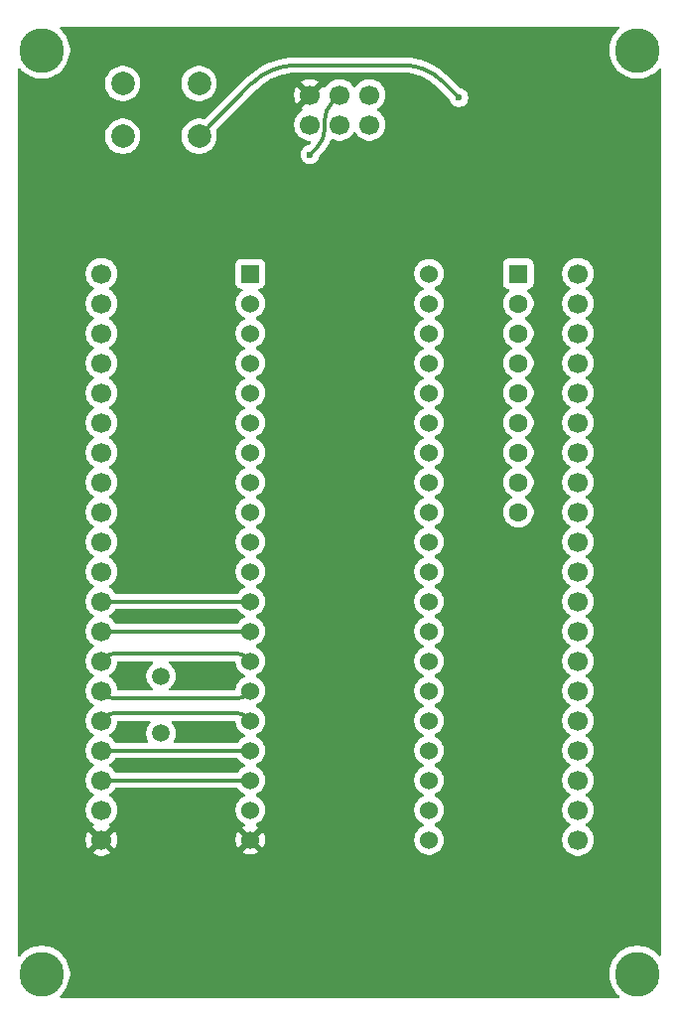
<source format=gbr>
%TF.GenerationSoftware,KiCad,Pcbnew,9.0.4*%
%TF.CreationDate,2025-09-25T23:25:47-04:00*%
%TF.ProjectId,8051_breakout,38303531-5f62-4726-9561-6b6f75742e6b,rev?*%
%TF.SameCoordinates,Original*%
%TF.FileFunction,Copper,L2,Bot*%
%TF.FilePolarity,Positive*%
%FSLAX46Y46*%
G04 Gerber Fmt 4.6, Leading zero omitted, Abs format (unit mm)*
G04 Created by KiCad (PCBNEW 9.0.4) date 2025-09-25 23:25:47*
%MOMM*%
%LPD*%
G01*
G04 APERTURE LIST*
%TA.AperFunction,ComponentPad*%
%ADD10R,1.524000X1.524000*%
%TD*%
%TA.AperFunction,ComponentPad*%
%ADD11C,1.524000*%
%TD*%
%TA.AperFunction,ComponentPad*%
%ADD12C,1.700000*%
%TD*%
%TA.AperFunction,ComponentPad*%
%ADD13C,1.500000*%
%TD*%
%TA.AperFunction,ComponentPad*%
%ADD14C,3.800000*%
%TD*%
%TA.AperFunction,ComponentPad*%
%ADD15R,1.600000X1.600000*%
%TD*%
%TA.AperFunction,ComponentPad*%
%ADD16C,1.600000*%
%TD*%
%TA.AperFunction,ComponentPad*%
%ADD17C,2.000000*%
%TD*%
%TA.AperFunction,ViaPad*%
%ADD18C,0.600000*%
%TD*%
%TA.AperFunction,Conductor*%
%ADD19C,0.300000*%
%TD*%
G04 APERTURE END LIST*
D10*
%TO.P,U1,1,P1.0*%
%TO.N,/P1.0*%
X104140000Y-72390000D03*
D11*
%TO.P,U1,2,P1.1*%
%TO.N,/P1.1*%
X104140000Y-74930000D03*
%TO.P,U1,3,P1.2*%
%TO.N,/P1.2*%
X104140000Y-77470000D03*
%TO.P,U1,4,P1.3*%
%TO.N,/P1.3*%
X104140000Y-80010000D03*
%TO.P,U1,5,P1.4*%
%TO.N,/P1.4*%
X104140000Y-82550000D03*
%TO.P,U1,6,(MOSI)_P1.5*%
%TO.N,/(MOSI)P1.5*%
X104140000Y-85090000D03*
%TO.P,U1,7,(MISO)_P1.6*%
%TO.N,/(MISO)P1.6*%
X104140000Y-87630000D03*
%TO.P,U1,8,(SCK)_P1.7*%
%TO.N,/(SCK)P1.7*%
X104140000Y-90170000D03*
%TO.P,U1,9,RST*%
%TO.N,/RST*%
X104140000Y-92710000D03*
%TO.P,U1,10,(RXD)_P3.0*%
%TO.N,/(RXD)P3.0*%
X104140000Y-95250000D03*
%TO.P,U1,11,(TXD)_P3.1*%
%TO.N,/(TXD)P3.1*%
X104140000Y-97790000D03*
%TO.P,U1,12,(INT0)_P3.2*%
%TO.N,/(INT0)P3.2*%
X104140000Y-100330000D03*
%TO.P,U1,13,(INT1)_P3.3*%
%TO.N,/(INT1)P3.3*%
X104140000Y-102870000D03*
%TO.P,U1,14,(T0)_P3.4*%
%TO.N,/(T0)P3.4*%
X104140000Y-105410000D03*
%TO.P,U1,15,(T1)_P3.5*%
%TO.N,/(T1)P3.5*%
X104140000Y-107950000D03*
%TO.P,U1,16,WR\u002A_P3.6*%
%TO.N,/(WR)P3.6*%
X104140000Y-110490000D03*
%TO.P,U1,17,RD\u002A_P3.7*%
%TO.N,/(RD)P3.7*%
X104140000Y-113030000D03*
%TO.P,U1,18,XTAL2*%
%TO.N,/XTAL2*%
X104140000Y-115570000D03*
%TO.P,U1,19,XTAL1*%
%TO.N,/XTAL1*%
X104140000Y-118110000D03*
%TO.P,U1,20,GND*%
%TO.N,GND*%
X104140000Y-120650000D03*
%TO.P,U1,21,P2.0_(A8)*%
%TO.N,/P2.0(A8)*%
X119380000Y-120650000D03*
%TO.P,U1,22,P2.1_(A9)*%
%TO.N,/P2.1(A9)*%
X119380000Y-118110000D03*
%TO.P,U1,23,P2.2_(A10)*%
%TO.N,/P2.2(A10)*%
X119380000Y-115570000D03*
%TO.P,U1,24,P2.3_(A11)*%
%TO.N,/P2.3(A11)*%
X119380000Y-113030000D03*
%TO.P,U1,25,P2.4_(A12)*%
%TO.N,/P2.4(A12)*%
X119380000Y-110490000D03*
%TO.P,U1,26,P2.5_(A13)*%
%TO.N,/P2.5(A13)*%
X119380000Y-107950000D03*
%TO.P,U1,27,P2.6_(A14)*%
%TO.N,/P2.6(A14)*%
X119380000Y-105410000D03*
%TO.P,U1,28,P2.7_(A15)*%
%TO.N,/P2.7(A15)*%
X119380000Y-102870000D03*
%TO.P,U1,29,PSEN\u002A*%
%TO.N,/PSEN*%
X119380000Y-100330000D03*
%TO.P,U1,30,ALE/PROG\u002A*%
%TO.N,/ALE{slash}PROG*%
X119380000Y-97790000D03*
%TO.P,U1,31,EA\u002A/VPP*%
%TO.N,+5V*%
X119380000Y-95250000D03*
%TO.P,U1,32,P0.7_(AD7)*%
%TO.N,/P0.7(AD7)*%
X119380000Y-92710000D03*
%TO.P,U1,33,P0.6_(AD6)*%
%TO.N,/P0.6(AD6)*%
X119380000Y-90170000D03*
%TO.P,U1,34,P0.5_(AD5)*%
%TO.N,/P0.5(AD5)*%
X119380000Y-87630000D03*
%TO.P,U1,35,P0.4_(AD4)*%
%TO.N,/P0.4(AD4)*%
X119380000Y-85090000D03*
%TO.P,U1,36,P0.3_(AD3)*%
%TO.N,/P0.3(AD3)*%
X119380000Y-82550000D03*
%TO.P,U1,37,P0.2_(AD2)*%
%TO.N,/P0.2(AD2)*%
X119380000Y-80010000D03*
%TO.P,U1,38,P0.1_(AD1)*%
%TO.N,/P0.1(AD1)*%
X119380000Y-77470000D03*
%TO.P,U1,39,P0.0_(AD0)*%
%TO.N,/P0.0(AD0)*%
X119380000Y-74930000D03*
%TO.P,U1,40,VCC*%
%TO.N,+5V*%
X119380000Y-72390000D03*
%TD*%
D12*
%TO.P,J3,1,Pin_1*%
%TO.N,/RST*%
X109220000Y-59690000D03*
%TO.P,J3,2,Pin_2*%
%TO.N,/(SCK)P1.7*%
X111760000Y-59690000D03*
%TO.P,J3,3,Pin_3*%
%TO.N,/(MISO)P1.6*%
X114300000Y-59690000D03*
%TO.P,J3,4,Pin_4*%
%TO.N,+5V*%
X114300000Y-57150000D03*
%TO.P,J3,5,Pin_5*%
%TO.N,/(MOSI)P1.5*%
X111760000Y-57150000D03*
%TO.P,J3,6,Pin_6*%
%TO.N,GND*%
X109220000Y-57150000D03*
%TD*%
D13*
%TO.P,Y1,1,1*%
%TO.N,/XTAL2*%
X96520000Y-106680000D03*
%TO.P,Y1,2,2*%
%TO.N,/XTAL1*%
X96520000Y-111560000D03*
%TD*%
D14*
%TO.P,H2,1*%
%TO.N,N/C*%
X137160000Y-53340000D03*
%TD*%
D15*
%TO.P,RN1,1,common*%
%TO.N,+5V*%
X127000000Y-72390000D03*
D16*
%TO.P,RN1,2,R1*%
%TO.N,/P0.0(AD0)*%
X127000000Y-74930000D03*
%TO.P,RN1,3,R2*%
%TO.N,/P0.1(AD1)*%
X127000000Y-77470000D03*
%TO.P,RN1,4,R3*%
%TO.N,/P0.2(AD2)*%
X127000000Y-80010000D03*
%TO.P,RN1,5,R4*%
%TO.N,/P0.3(AD3)*%
X127000000Y-82550000D03*
%TO.P,RN1,6,R5*%
%TO.N,/P0.4(AD4)*%
X127000000Y-85090000D03*
%TO.P,RN1,7,R6*%
%TO.N,/P0.5(AD5)*%
X127000000Y-87630000D03*
%TO.P,RN1,8,R7*%
%TO.N,/P0.6(AD6)*%
X127000000Y-90170000D03*
%TO.P,RN1,9,R8*%
%TO.N,/P0.7(AD7)*%
X127000000Y-92710000D03*
%TD*%
D12*
%TO.P,J2,1,Pin_1*%
%TO.N,+5V*%
X132080000Y-72390000D03*
%TO.P,J2,2,Pin_2*%
%TO.N,/P0.0(AD0)*%
X132080000Y-74930000D03*
%TO.P,J2,3,Pin_3*%
%TO.N,/P0.1(AD1)*%
X132080000Y-77470000D03*
%TO.P,J2,4,Pin_4*%
%TO.N,/P0.2(AD2)*%
X132080000Y-80010000D03*
%TO.P,J2,5,Pin_5*%
%TO.N,/P0.3(AD3)*%
X132080000Y-82550000D03*
%TO.P,J2,6,Pin_6*%
%TO.N,/P0.4(AD4)*%
X132080000Y-85090000D03*
%TO.P,J2,7,Pin_7*%
%TO.N,/P0.5(AD5)*%
X132080000Y-87630000D03*
%TO.P,J2,8,Pin_8*%
%TO.N,/P0.6(AD6)*%
X132080000Y-90170000D03*
%TO.P,J2,9,Pin_9*%
%TO.N,/P0.7(AD7)*%
X132080000Y-92710000D03*
%TO.P,J2,10,Pin_10*%
%TO.N,+5V*%
X132080000Y-95250000D03*
%TO.P,J2,11,Pin_11*%
%TO.N,/ALE{slash}PROG*%
X132080000Y-97790000D03*
%TO.P,J2,12,Pin_12*%
%TO.N,/PSEN*%
X132080000Y-100330000D03*
%TO.P,J2,13,Pin_13*%
%TO.N,/P2.7(A15)*%
X132080000Y-102870000D03*
%TO.P,J2,14,Pin_14*%
%TO.N,/P2.6(A14)*%
X132080000Y-105410000D03*
%TO.P,J2,15,Pin_15*%
%TO.N,/P2.5(A13)*%
X132080000Y-107950000D03*
%TO.P,J2,16,Pin_16*%
%TO.N,/P2.4(A12)*%
X132080000Y-110490000D03*
%TO.P,J2,17,Pin_17*%
%TO.N,/P2.3(A11)*%
X132080000Y-113030000D03*
%TO.P,J2,18,Pin_18*%
%TO.N,/P2.2(A10)*%
X132080000Y-115570000D03*
%TO.P,J2,19,Pin_19*%
%TO.N,/P2.1(A9)*%
X132080000Y-118110000D03*
%TO.P,J2,20,Pin_20*%
%TO.N,/P2.0(A8)*%
X132080000Y-120650000D03*
%TD*%
D14*
%TO.P,H3,1*%
%TO.N,N/C*%
X86360000Y-132080000D03*
%TD*%
%TO.P,H4,1*%
%TO.N,N/C*%
X137160000Y-132080000D03*
%TD*%
%TO.P,H1,1*%
%TO.N,N/C*%
X86360000Y-53340000D03*
%TD*%
D12*
%TO.P,J1,1,Pin_1*%
%TO.N,/P1.0*%
X91440000Y-72390000D03*
%TO.P,J1,2,Pin_2*%
%TO.N,/P1.1*%
X91440000Y-74930000D03*
%TO.P,J1,3,Pin_3*%
%TO.N,/P1.2*%
X91440000Y-77470000D03*
%TO.P,J1,4,Pin_4*%
%TO.N,/P1.3*%
X91440000Y-80010000D03*
%TO.P,J1,5,Pin_5*%
%TO.N,/P1.4*%
X91440000Y-82550000D03*
%TO.P,J1,6,Pin_6*%
%TO.N,/(MOSI)P1.5*%
X91440000Y-85090000D03*
%TO.P,J1,7,Pin_7*%
%TO.N,/(MISO)P1.6*%
X91440000Y-87630000D03*
%TO.P,J1,8,Pin_8*%
%TO.N,/(SCK)P1.7*%
X91440000Y-90170000D03*
%TO.P,J1,9,Pin_9*%
%TO.N,/RST*%
X91440000Y-92710000D03*
%TO.P,J1,10,Pin_10*%
%TO.N,/(RXD)P3.0*%
X91440000Y-95250000D03*
%TO.P,J1,11,Pin_11*%
%TO.N,/(TXD)P3.1*%
X91440000Y-97790000D03*
%TO.P,J1,12,Pin_12*%
%TO.N,/(INT0)P3.2*%
X91440000Y-100330000D03*
%TO.P,J1,13,Pin_13*%
%TO.N,/(INT1)P3.3*%
X91440000Y-102870000D03*
%TO.P,J1,14,Pin_14*%
%TO.N,/(T0)P3.4*%
X91440000Y-105410000D03*
%TO.P,J1,15,Pin_15*%
%TO.N,/(T1)P3.5*%
X91440000Y-107950000D03*
%TO.P,J1,16,Pin_16*%
%TO.N,/(WR)P3.6*%
X91440000Y-110490000D03*
%TO.P,J1,17,Pin_17*%
%TO.N,/(RD)P3.7*%
X91440000Y-113030000D03*
%TO.P,J1,18,Pin_18*%
%TO.N,/XTAL2*%
X91440000Y-115570000D03*
%TO.P,J1,19,Pin_19*%
%TO.N,/XTAL1*%
X91440000Y-118110000D03*
%TO.P,J1,20,Pin_20*%
%TO.N,GND*%
X91440000Y-120650000D03*
%TD*%
D17*
%TO.P,SW1,1,1*%
%TO.N,+5V*%
X93270000Y-56170000D03*
X99770000Y-56170000D03*
%TO.P,SW1,2,2*%
%TO.N,/RST*%
X93270000Y-60670000D03*
X99770000Y-60670000D03*
%TD*%
D18*
%TO.N,GND*%
X88900000Y-111760000D03*
X134620000Y-71120000D03*
X127000000Y-106680000D03*
X99060000Y-99060000D03*
X134620000Y-109220000D03*
X86360000Y-106680000D03*
X86360000Y-121920000D03*
X124460000Y-88900000D03*
X111760000Y-53340000D03*
X129540000Y-71120000D03*
X124460000Y-91440000D03*
X124460000Y-93980000D03*
X121920000Y-114300000D03*
X93980000Y-111760000D03*
X111760000Y-86360000D03*
X127000000Y-96520000D03*
X101600000Y-66040000D03*
X86360000Y-111760000D03*
X96520000Y-86360000D03*
X127000000Y-59445000D03*
X137160000Y-96520000D03*
X111760000Y-96520000D03*
X93980000Y-91440000D03*
X121920000Y-119380000D03*
X88900000Y-119380000D03*
X127000000Y-53340000D03*
X101600000Y-78740000D03*
X121920000Y-116840000D03*
X86360000Y-101600000D03*
X101600000Y-106680000D03*
X86360000Y-66040000D03*
X137160000Y-106680000D03*
X121920000Y-78740000D03*
X96520000Y-83820000D03*
X116840000Y-71120000D03*
X88900000Y-96520000D03*
X99060000Y-116840000D03*
X127000000Y-121920000D03*
X91440000Y-127000000D03*
X99060000Y-121920000D03*
X127000000Y-101600000D03*
X116840000Y-55880000D03*
X129540000Y-114300000D03*
X121920000Y-104140000D03*
X121920000Y-71120000D03*
X129540000Y-101600000D03*
X93980000Y-121920000D03*
X86360000Y-76200000D03*
X121920000Y-121920000D03*
X88900000Y-114300000D03*
X106680000Y-127000000D03*
X106680000Y-58420000D03*
X137160000Y-71120000D03*
X132080000Y-127000000D03*
X127000000Y-132080000D03*
X121920000Y-59457500D03*
X129540000Y-104140000D03*
X106680000Y-71120000D03*
X127000000Y-127000000D03*
X121920000Y-86360000D03*
X99060000Y-73660000D03*
X127000000Y-101600000D03*
X96520000Y-114300000D03*
X96520000Y-121920000D03*
X129540000Y-111760000D03*
X124460000Y-76200000D03*
X99060000Y-83820000D03*
X96520000Y-116840000D03*
X137160000Y-91440000D03*
X116840000Y-96520000D03*
X88900000Y-106680000D03*
X101600000Y-91440000D03*
X116840000Y-116840000D03*
X124460000Y-81280000D03*
X134620000Y-114300000D03*
X99060000Y-76200000D03*
X121920000Y-106680000D03*
X134620000Y-106680000D03*
X132080000Y-132080000D03*
X99060000Y-86360000D03*
X119380000Y-58420000D03*
X106680000Y-116840000D03*
X86360000Y-86360000D03*
X101600000Y-53340000D03*
X114300000Y-81280000D03*
X137160000Y-76200000D03*
X96520000Y-127000000D03*
X106680000Y-76200000D03*
X101600000Y-81280000D03*
X93980000Y-119380000D03*
X91440000Y-58420000D03*
X99060000Y-119380000D03*
X124460000Y-121920000D03*
X101600000Y-101600000D03*
X111760000Y-127000000D03*
X93980000Y-78740000D03*
X96520000Y-71120000D03*
X96520000Y-88900000D03*
X129540000Y-96520000D03*
X96520000Y-66040000D03*
X121920000Y-127000000D03*
X127000000Y-104140000D03*
X86360000Y-96520000D03*
X129540000Y-119380000D03*
X134620000Y-104140000D03*
X96520000Y-53340000D03*
X88900000Y-109220000D03*
X129540000Y-109220000D03*
X106680000Y-121920000D03*
X134620000Y-101600000D03*
X137160000Y-111760000D03*
X116840000Y-101600000D03*
X93980000Y-86360000D03*
X124460000Y-99060000D03*
X86360000Y-91440000D03*
X106680000Y-111760000D03*
X124460000Y-119380000D03*
X96520000Y-76200000D03*
X93980000Y-93980000D03*
X124460000Y-86360000D03*
X121920000Y-73660000D03*
X88900000Y-101600000D03*
X124460000Y-71120000D03*
X93980000Y-88900000D03*
X96520000Y-132080000D03*
X86360000Y-60960000D03*
X88900000Y-104140000D03*
X93980000Y-76200000D03*
X91440000Y-53340000D03*
X99060000Y-88900000D03*
X129540000Y-106680000D03*
X101600000Y-76200000D03*
X96520000Y-73660000D03*
X121920000Y-83820000D03*
X121920000Y-93980000D03*
X101600000Y-93980000D03*
X99060000Y-111760000D03*
X121920000Y-53340000D03*
X101600000Y-73660000D03*
X127000000Y-119380000D03*
X121920000Y-81280000D03*
X96520000Y-97822500D03*
X129540000Y-121920000D03*
X137160000Y-101600000D03*
X106680000Y-91440000D03*
X93980000Y-81280000D03*
X106680000Y-96520000D03*
X111760000Y-101600000D03*
X132080000Y-57382500D03*
X99060000Y-78740000D03*
X99060000Y-91440000D03*
X134620000Y-91440000D03*
X116840000Y-106680000D03*
X132080000Y-53340000D03*
X93980000Y-101600000D03*
X124460000Y-83820000D03*
X134620000Y-73660000D03*
X96520000Y-91440000D03*
X106680000Y-53340000D03*
X93980000Y-99060000D03*
X111760000Y-106680000D03*
X106680000Y-101600000D03*
X116840000Y-53340000D03*
X124460000Y-111760000D03*
X101600000Y-121920000D03*
X134620000Y-96520000D03*
X134620000Y-93980000D03*
X124460000Y-109220000D03*
X111760000Y-116840000D03*
X127000000Y-114300000D03*
X91440000Y-132080000D03*
X106680000Y-66040000D03*
X96520000Y-120217500D03*
X101600000Y-88900000D03*
X134620000Y-99060000D03*
X124460000Y-104140000D03*
X121920000Y-88900000D03*
X129540000Y-116840000D03*
X127000000Y-111760000D03*
X101600000Y-114300000D03*
X137160000Y-127000000D03*
X116840000Y-121920000D03*
X121920000Y-99060000D03*
X121920000Y-66040000D03*
X134620000Y-116840000D03*
X129540000Y-99060000D03*
X134620000Y-109220000D03*
X116840000Y-127000000D03*
X134620000Y-83820000D03*
X106680000Y-106680000D03*
X96520000Y-93980000D03*
X86360000Y-116840000D03*
X111760000Y-121920000D03*
X134620000Y-119380000D03*
X121920000Y-109220000D03*
X99060000Y-71120000D03*
X124460000Y-78740000D03*
X114300000Y-63500000D03*
X101600000Y-127000000D03*
X111760000Y-111760000D03*
X137160000Y-116840000D03*
X127000000Y-109220000D03*
X93980000Y-83820000D03*
X127000000Y-116840000D03*
X114300000Y-76200000D03*
X96520000Y-78740000D03*
X101600000Y-119380000D03*
X96520000Y-81280000D03*
X101600000Y-71120000D03*
X137160000Y-66040000D03*
X124460000Y-114300000D03*
X124460000Y-101600000D03*
X116840000Y-66040000D03*
X137160000Y-121920000D03*
X134620000Y-111760000D03*
X124460000Y-73660000D03*
X124460000Y-96520000D03*
X93980000Y-73660000D03*
X86360000Y-127000000D03*
X86360000Y-81280000D03*
X121920000Y-96520000D03*
X93980000Y-71120000D03*
X99060000Y-93980000D03*
X127000000Y-106680000D03*
X121920000Y-101600000D03*
X99060000Y-81280000D03*
X88900000Y-116840000D03*
X88900000Y-121920000D03*
X99060000Y-101600000D03*
X86360000Y-71120000D03*
X127000000Y-99060000D03*
X101600000Y-83820000D03*
X134620000Y-76200000D03*
X93980000Y-106680000D03*
X88900000Y-93980000D03*
X124460000Y-106680000D03*
X93980000Y-116840000D03*
X134620000Y-121920000D03*
X101600000Y-86360000D03*
X127000000Y-66040000D03*
X91440000Y-66040000D03*
X121920000Y-91440000D03*
X134620000Y-81280000D03*
X96520000Y-58420000D03*
X134620000Y-88900000D03*
X104140000Y-58420000D03*
X134620000Y-86360000D03*
X88900000Y-99060000D03*
X124460000Y-59420000D03*
X93980000Y-114300000D03*
X134620000Y-78740000D03*
X111760000Y-91440000D03*
X121920000Y-76200000D03*
X99060000Y-106680000D03*
X116840000Y-111760000D03*
X137160000Y-81280000D03*
X137160000Y-60960000D03*
X129540000Y-121920000D03*
X101600000Y-99060000D03*
X137160000Y-86360000D03*
X124460000Y-116840000D03*
X121920000Y-111760000D03*
%TO.N,/RST*%
X121920000Y-57382500D03*
%TO.N,/(MOSI)P1.5*%
X109220000Y-62230000D03*
%TD*%
D19*
%TO.N,/XTAL2*%
X91440000Y-115570000D02*
X104140000Y-115570000D01*
%TO.N,/(INT0)P3.2*%
X91440000Y-100330000D02*
X104140000Y-100330000D01*
%TO.N,/(INT1)P3.3*%
X91440000Y-102870000D02*
X104140000Y-102870000D01*
%TO.N,/RST*%
X108083963Y-54610000D02*
X117187046Y-54610000D01*
X121920000Y-57382500D02*
X120533750Y-55996250D01*
X104236207Y-56203792D02*
X99770000Y-60670000D01*
X120533750Y-55996250D02*
G75*
G03*
X117187046Y-54609951I-3346750J-3346650D01*
G01*
X108083963Y-54610000D02*
G75*
G03*
X104236236Y-56203821I37J-5441500D01*
G01*
%TO.N,/(T1)P3.5*%
X91757500Y-108267499D02*
X91440000Y-107950000D01*
X103822499Y-108267500D02*
X104140000Y-107950000D01*
X103055985Y-108584999D02*
X92524012Y-108584999D01*
X91757500Y-108267499D02*
G75*
G03*
X92524012Y-108584994I766500J766499D01*
G01*
X103055985Y-108584999D02*
G75*
G03*
X103822503Y-108267504I15J1083999D01*
G01*
%TO.N,/(T0)P3.4*%
X92524011Y-104774996D02*
X103055985Y-104774999D01*
X103822499Y-105092500D02*
X104140000Y-105410000D01*
X91757499Y-105092498D02*
X91440000Y-105410000D01*
X92524011Y-104774996D02*
G75*
G03*
X91757494Y-105092493I-11J-1084004D01*
G01*
X103055985Y-104774999D02*
G75*
G02*
X103822504Y-105092495I15J-1084001D01*
G01*
%TO.N,/(WR)P3.6*%
X92524011Y-109854996D02*
X103055985Y-109854999D01*
X91757499Y-110172498D02*
X91440000Y-110490000D01*
X103822499Y-110172500D02*
X104140000Y-110490000D01*
X103055985Y-109854999D02*
G75*
G02*
X103822504Y-110172495I15J-1084001D01*
G01*
X92524011Y-109854996D02*
G75*
G03*
X91757494Y-110172493I-11J-1084004D01*
G01*
%TO.N,/(RD)P3.7*%
X91440000Y-113030000D02*
X104140000Y-113030000D01*
%TO.N,/(MOSI)P1.5*%
X110490006Y-60061976D02*
X110490004Y-59318025D01*
X109855005Y-61595002D02*
X109220000Y-62230000D01*
X111125000Y-57785000D02*
X111760000Y-57150000D01*
X111125000Y-57785000D02*
G75*
G03*
X110490011Y-59318025I1533000J-1533000D01*
G01*
X110490006Y-60061976D02*
G75*
G02*
X109855013Y-61595010I-2168006J-24D01*
G01*
%TD*%
%TA.AperFunction,Conductor*%
%TO.N,GND*%
G36*
X103055938Y-113700185D02*
G01*
X103089217Y-113731615D01*
X103093725Y-113737820D01*
X103177019Y-113852464D01*
X103317536Y-113992981D01*
X103478306Y-114109787D01*
X103596832Y-114170179D01*
X103634780Y-114189515D01*
X103685576Y-114237490D01*
X103702371Y-114305311D01*
X103679833Y-114371446D01*
X103634780Y-114410485D01*
X103478305Y-114490213D01*
X103317533Y-114607021D01*
X103177021Y-114747533D01*
X103177016Y-114747539D01*
X103089217Y-114868385D01*
X103033887Y-114911051D01*
X102988899Y-114919500D01*
X92699618Y-114919500D01*
X92632579Y-114899815D01*
X92598900Y-114865408D01*
X92597915Y-114866125D01*
X92470109Y-114690213D01*
X92319786Y-114539890D01*
X92147820Y-114414951D01*
X92147115Y-114414591D01*
X92139054Y-114410485D01*
X92088259Y-114362512D01*
X92071463Y-114294692D01*
X92093999Y-114228556D01*
X92139054Y-114189515D01*
X92147816Y-114185051D01*
X92251409Y-114109787D01*
X92319786Y-114060109D01*
X92319788Y-114060106D01*
X92319792Y-114060104D01*
X92470104Y-113909792D01*
X92470106Y-113909788D01*
X92470109Y-113909786D01*
X92597915Y-113733875D01*
X92599259Y-113734851D01*
X92645705Y-113692834D01*
X92699618Y-113680500D01*
X102988899Y-113680500D01*
X103055938Y-113700185D01*
G37*
%TD.AperFunction*%
%TA.AperFunction,Conductor*%
G36*
X95573707Y-110525181D02*
G01*
X95619462Y-110577985D01*
X95629406Y-110647143D01*
X95600381Y-110710699D01*
X95594349Y-110717177D01*
X95566174Y-110745351D01*
X95566174Y-110745352D01*
X95566172Y-110745354D01*
X95521933Y-110806243D01*
X95450476Y-110904594D01*
X95361117Y-111079970D01*
X95300290Y-111267173D01*
X95269500Y-111461577D01*
X95269500Y-111658422D01*
X95300290Y-111852826D01*
X95361117Y-112040029D01*
X95442222Y-112199205D01*
X95455118Y-112267874D01*
X95428842Y-112332615D01*
X95371735Y-112372872D01*
X95331737Y-112379500D01*
X92699618Y-112379500D01*
X92632579Y-112359815D01*
X92598900Y-112325408D01*
X92597915Y-112326125D01*
X92470109Y-112150213D01*
X92319786Y-111999890D01*
X92147820Y-111874951D01*
X92147115Y-111874591D01*
X92139054Y-111870485D01*
X92088259Y-111822512D01*
X92071463Y-111754692D01*
X92093999Y-111688556D01*
X92139054Y-111649515D01*
X92147816Y-111645051D01*
X92251409Y-111569787D01*
X92319786Y-111520109D01*
X92319788Y-111520106D01*
X92319792Y-111520104D01*
X92470104Y-111369792D01*
X92470106Y-111369788D01*
X92470109Y-111369786D01*
X92595048Y-111197820D01*
X92595047Y-111197820D01*
X92595051Y-111197816D01*
X92691557Y-111008412D01*
X92757246Y-110806243D01*
X92788312Y-110610096D01*
X92818241Y-110546964D01*
X92877552Y-110510032D01*
X92910785Y-110505496D01*
X95506668Y-110505496D01*
X95573707Y-110525181D01*
G37*
%TD.AperFunction*%
%TA.AperFunction,Conductor*%
G36*
X102791015Y-110515100D02*
G01*
X102823854Y-110524235D01*
X102824467Y-110524922D01*
X102825350Y-110525182D01*
X102847648Y-110550916D01*
X102870358Y-110576380D01*
X102870715Y-110577536D01*
X102871105Y-110577986D01*
X102880784Y-110610099D01*
X102908587Y-110785637D01*
X102969993Y-110974629D01*
X102969994Y-110974632D01*
X103023670Y-111079975D01*
X103060213Y-111151694D01*
X103177019Y-111312464D01*
X103317536Y-111452981D01*
X103478306Y-111569787D01*
X103596832Y-111630179D01*
X103634780Y-111649515D01*
X103685576Y-111697490D01*
X103702371Y-111765311D01*
X103679833Y-111831446D01*
X103634780Y-111870485D01*
X103478305Y-111950213D01*
X103317533Y-112067021D01*
X103177021Y-112207533D01*
X103177016Y-112207539D01*
X103089217Y-112328385D01*
X103033887Y-112371051D01*
X102988899Y-112379500D01*
X97708263Y-112379500D01*
X97641224Y-112359815D01*
X97595469Y-112307011D01*
X97585525Y-112237853D01*
X97597778Y-112199205D01*
X97678882Y-112040029D01*
X97678882Y-112040028D01*
X97678884Y-112040025D01*
X97739709Y-111852826D01*
X97751490Y-111778443D01*
X97770500Y-111658422D01*
X97770500Y-111461577D01*
X97739709Y-111267173D01*
X97678882Y-111079970D01*
X97589523Y-110904594D01*
X97473828Y-110745354D01*
X97445651Y-110717177D01*
X97412167Y-110655855D01*
X97417151Y-110586163D01*
X97459023Y-110530230D01*
X97524487Y-110505813D01*
X97533331Y-110505497D01*
X102758314Y-110505497D01*
X102791015Y-110515100D01*
G37*
%TD.AperFunction*%
%TA.AperFunction,Conductor*%
G36*
X95804603Y-105445181D02*
G01*
X95850358Y-105497985D01*
X95860302Y-105567143D01*
X95831277Y-105630699D01*
X95810451Y-105649813D01*
X95705354Y-105726171D01*
X95566174Y-105865351D01*
X95566174Y-105865352D01*
X95566172Y-105865354D01*
X95544900Y-105894632D01*
X95450476Y-106024594D01*
X95361117Y-106199970D01*
X95300290Y-106387173D01*
X95269500Y-106581577D01*
X95269500Y-106778422D01*
X95300290Y-106972826D01*
X95361117Y-107160029D01*
X95426478Y-107288306D01*
X95450476Y-107335405D01*
X95566172Y-107494646D01*
X95705354Y-107633828D01*
X95810445Y-107710182D01*
X95853110Y-107765511D01*
X95859089Y-107835125D01*
X95826483Y-107896920D01*
X95765644Y-107931277D01*
X95737559Y-107934499D01*
X92910785Y-107934499D01*
X92843746Y-107914814D01*
X92797991Y-107862010D01*
X92788312Y-107829897D01*
X92769350Y-107710181D01*
X92757246Y-107633757D01*
X92691557Y-107431588D01*
X92595051Y-107242184D01*
X92595049Y-107242181D01*
X92595048Y-107242179D01*
X92470109Y-107070213D01*
X92319786Y-106919890D01*
X92147820Y-106794951D01*
X92147115Y-106794591D01*
X92139054Y-106790485D01*
X92088259Y-106742512D01*
X92071463Y-106674692D01*
X92093999Y-106608556D01*
X92139054Y-106569515D01*
X92147816Y-106565051D01*
X92251409Y-106489787D01*
X92319786Y-106440109D01*
X92319788Y-106440106D01*
X92319792Y-106440104D01*
X92470104Y-106289792D01*
X92470106Y-106289788D01*
X92470109Y-106289786D01*
X92595048Y-106117820D01*
X92595047Y-106117820D01*
X92595051Y-106117816D01*
X92691557Y-105928412D01*
X92757246Y-105726243D01*
X92788312Y-105530096D01*
X92818241Y-105466964D01*
X92877552Y-105430032D01*
X92910784Y-105425496D01*
X95737565Y-105425496D01*
X95804603Y-105445181D01*
G37*
%TD.AperFunction*%
%TA.AperFunction,Conductor*%
G36*
X102758314Y-105425497D02*
G01*
X102825350Y-105445182D01*
X102871105Y-105497986D01*
X102880784Y-105530099D01*
X102908587Y-105705637D01*
X102969993Y-105894629D01*
X102969994Y-105894632D01*
X103060213Y-106071694D01*
X103177019Y-106232464D01*
X103317536Y-106372981D01*
X103478306Y-106489787D01*
X103596832Y-106550179D01*
X103634780Y-106569515D01*
X103685576Y-106617490D01*
X103702371Y-106685311D01*
X103679833Y-106751446D01*
X103634780Y-106790485D01*
X103478305Y-106870213D01*
X103317533Y-106987021D01*
X103177021Y-107127533D01*
X103060213Y-107288305D01*
X102969994Y-107465367D01*
X102969993Y-107465370D01*
X102908587Y-107654362D01*
X102880785Y-107829897D01*
X102850856Y-107893032D01*
X102791544Y-107929963D01*
X102758312Y-107934499D01*
X97302441Y-107934499D01*
X97235402Y-107914814D01*
X97189647Y-107862010D01*
X97179703Y-107792852D01*
X97208728Y-107729296D01*
X97229552Y-107710183D01*
X97334646Y-107633828D01*
X97473828Y-107494646D01*
X97589524Y-107335405D01*
X97678884Y-107160025D01*
X97739709Y-106972826D01*
X97748093Y-106919890D01*
X97770500Y-106778422D01*
X97770500Y-106581577D01*
X97739709Y-106387173D01*
X97708067Y-106289792D01*
X97678884Y-106199975D01*
X97678882Y-106199972D01*
X97678882Y-106199970D01*
X97589523Y-106024594D01*
X97473828Y-105865354D01*
X97334646Y-105726172D01*
X97229549Y-105649814D01*
X97186884Y-105594483D01*
X97180905Y-105524870D01*
X97213511Y-105463075D01*
X97274350Y-105428718D01*
X97302427Y-105425496D01*
X102758314Y-105425497D01*
G37*
%TD.AperFunction*%
%TA.AperFunction,Conductor*%
G36*
X103055938Y-101000185D02*
G01*
X103089217Y-101031615D01*
X103093725Y-101037820D01*
X103177019Y-101152464D01*
X103317536Y-101292981D01*
X103478306Y-101409787D01*
X103596832Y-101470179D01*
X103634780Y-101489515D01*
X103685576Y-101537490D01*
X103702371Y-101605311D01*
X103679833Y-101671446D01*
X103634780Y-101710485D01*
X103478305Y-101790213D01*
X103317533Y-101907021D01*
X103177021Y-102047533D01*
X103177016Y-102047539D01*
X103089217Y-102168385D01*
X103033887Y-102211051D01*
X102988899Y-102219500D01*
X92699618Y-102219500D01*
X92632579Y-102199815D01*
X92598900Y-102165408D01*
X92597915Y-102166125D01*
X92470109Y-101990213D01*
X92319786Y-101839890D01*
X92147820Y-101714951D01*
X92147115Y-101714591D01*
X92139054Y-101710485D01*
X92088259Y-101662512D01*
X92071463Y-101594692D01*
X92093999Y-101528556D01*
X92139054Y-101489515D01*
X92147816Y-101485051D01*
X92251409Y-101409787D01*
X92319786Y-101360109D01*
X92319788Y-101360106D01*
X92319792Y-101360104D01*
X92470104Y-101209792D01*
X92470106Y-101209788D01*
X92470109Y-101209786D01*
X92597915Y-101033875D01*
X92599259Y-101034851D01*
X92645705Y-100992834D01*
X92699618Y-100980500D01*
X102988899Y-100980500D01*
X103055938Y-101000185D01*
G37*
%TD.AperFunction*%
%TA.AperFunction,Conductor*%
G36*
X135580017Y-51320185D02*
G01*
X135625772Y-51372989D01*
X135635716Y-51442147D01*
X135606691Y-51505703D01*
X135590291Y-51521447D01*
X135557915Y-51547265D01*
X135367265Y-51737915D01*
X135199161Y-51948712D01*
X135055714Y-52177005D01*
X134938734Y-52419917D01*
X134849687Y-52674397D01*
X134849684Y-52674405D01*
X134789688Y-52937268D01*
X134789686Y-52937280D01*
X134759500Y-53205186D01*
X134759500Y-53474813D01*
X134789686Y-53742719D01*
X134789688Y-53742731D01*
X134849684Y-54005594D01*
X134849687Y-54005602D01*
X134938734Y-54260082D01*
X135055714Y-54502994D01*
X135055716Y-54502997D01*
X135199162Y-54731289D01*
X135367266Y-54942085D01*
X135557915Y-55132734D01*
X135768711Y-55300838D01*
X135997003Y-55444284D01*
X136239921Y-55561267D01*
X136333490Y-55594008D01*
X136494397Y-55650312D01*
X136494405Y-55650315D01*
X136494408Y-55650315D01*
X136494409Y-55650316D01*
X136757268Y-55710312D01*
X137025187Y-55740499D01*
X137025188Y-55740500D01*
X137025191Y-55740500D01*
X137294812Y-55740500D01*
X137294812Y-55740499D01*
X137562732Y-55710312D01*
X137825591Y-55650316D01*
X138080079Y-55561267D01*
X138322997Y-55444284D01*
X138551289Y-55300838D01*
X138762085Y-55132734D01*
X138952734Y-54942085D01*
X138978553Y-54909709D01*
X139035741Y-54869569D01*
X139105553Y-54866719D01*
X139165823Y-54902064D01*
X139197416Y-54964383D01*
X139199500Y-54987022D01*
X139199500Y-130432977D01*
X139179815Y-130500016D01*
X139127011Y-130545771D01*
X139057853Y-130555715D01*
X138994297Y-130526690D01*
X138978554Y-130510291D01*
X138952735Y-130477916D01*
X138762084Y-130287265D01*
X138708549Y-130244573D01*
X138551289Y-130119162D01*
X138322997Y-129975716D01*
X138322994Y-129975714D01*
X138080082Y-129858734D01*
X137825602Y-129769687D01*
X137825594Y-129769684D01*
X137628446Y-129724687D01*
X137562732Y-129709688D01*
X137562728Y-129709687D01*
X137562719Y-129709686D01*
X137294813Y-129679500D01*
X137294809Y-129679500D01*
X137025191Y-129679500D01*
X137025186Y-129679500D01*
X136757280Y-129709686D01*
X136757268Y-129709688D01*
X136494405Y-129769684D01*
X136494397Y-129769687D01*
X136239917Y-129858734D01*
X135997005Y-129975714D01*
X135768712Y-130119161D01*
X135557915Y-130287265D01*
X135367265Y-130477915D01*
X135199161Y-130688712D01*
X135055714Y-130917005D01*
X134938734Y-131159917D01*
X134849687Y-131414397D01*
X134849684Y-131414405D01*
X134789688Y-131677268D01*
X134789686Y-131677280D01*
X134759500Y-131945186D01*
X134759500Y-132214813D01*
X134789686Y-132482719D01*
X134789688Y-132482731D01*
X134849684Y-132745594D01*
X134849687Y-132745602D01*
X134938734Y-133000082D01*
X135055714Y-133242994D01*
X135055716Y-133242997D01*
X135199162Y-133471289D01*
X135324573Y-133628549D01*
X135367265Y-133682084D01*
X135557915Y-133872734D01*
X135590291Y-133898553D01*
X135630431Y-133955741D01*
X135633281Y-134025553D01*
X135597936Y-134085823D01*
X135535617Y-134117416D01*
X135512978Y-134119500D01*
X88007022Y-134119500D01*
X87939983Y-134099815D01*
X87894228Y-134047011D01*
X87884284Y-133977853D01*
X87913309Y-133914297D01*
X87929709Y-133898553D01*
X87930971Y-133897546D01*
X87962085Y-133872734D01*
X88152734Y-133682085D01*
X88320838Y-133471289D01*
X88464284Y-133242997D01*
X88581267Y-133000079D01*
X88670316Y-132745591D01*
X88730312Y-132482732D01*
X88760500Y-132214809D01*
X88760500Y-131945191D01*
X88730312Y-131677268D01*
X88670316Y-131414409D01*
X88581267Y-131159921D01*
X88464284Y-130917003D01*
X88320838Y-130688711D01*
X88152734Y-130477915D01*
X87962085Y-130287266D01*
X87751289Y-130119162D01*
X87522997Y-129975716D01*
X87522994Y-129975714D01*
X87280082Y-129858734D01*
X87025602Y-129769687D01*
X87025594Y-129769684D01*
X86828446Y-129724687D01*
X86762732Y-129709688D01*
X86762728Y-129709687D01*
X86762719Y-129709686D01*
X86494813Y-129679500D01*
X86494809Y-129679500D01*
X86225191Y-129679500D01*
X86225186Y-129679500D01*
X85957280Y-129709686D01*
X85957268Y-129709688D01*
X85694405Y-129769684D01*
X85694397Y-129769687D01*
X85439917Y-129858734D01*
X85197005Y-129975714D01*
X84968712Y-130119161D01*
X84757915Y-130287265D01*
X84567264Y-130477916D01*
X84541446Y-130510291D01*
X84484257Y-130550431D01*
X84414446Y-130553280D01*
X84354176Y-130517934D01*
X84322584Y-130455614D01*
X84320500Y-130432977D01*
X84320500Y-72283713D01*
X90089500Y-72283713D01*
X90089500Y-72496287D01*
X90122754Y-72706243D01*
X90177467Y-72874632D01*
X90188444Y-72908414D01*
X90284951Y-73097820D01*
X90409890Y-73269786D01*
X90560213Y-73420109D01*
X90732182Y-73545050D01*
X90740946Y-73549516D01*
X90791742Y-73597491D01*
X90808536Y-73665312D01*
X90785998Y-73731447D01*
X90740946Y-73770484D01*
X90732182Y-73774949D01*
X90560213Y-73899890D01*
X90409890Y-74050213D01*
X90284951Y-74222179D01*
X90188444Y-74411585D01*
X90188443Y-74411587D01*
X90188443Y-74411588D01*
X90177467Y-74445368D01*
X90122753Y-74613760D01*
X90120899Y-74625466D01*
X90089500Y-74823713D01*
X90089500Y-75036287D01*
X90122754Y-75246243D01*
X90177467Y-75414632D01*
X90188444Y-75448414D01*
X90284951Y-75637820D01*
X90409890Y-75809786D01*
X90560213Y-75960109D01*
X90732182Y-76085050D01*
X90740946Y-76089516D01*
X90791742Y-76137491D01*
X90808536Y-76205312D01*
X90785998Y-76271447D01*
X90740946Y-76310484D01*
X90732182Y-76314949D01*
X90560213Y-76439890D01*
X90409890Y-76590213D01*
X90284951Y-76762179D01*
X90188444Y-76951585D01*
X90188443Y-76951587D01*
X90188443Y-76951588D01*
X90177467Y-76985368D01*
X90122753Y-77153760D01*
X90120899Y-77165466D01*
X90089500Y-77363713D01*
X90089500Y-77576287D01*
X90122754Y-77786243D01*
X90177467Y-77954632D01*
X90188444Y-77988414D01*
X90284951Y-78177820D01*
X90409890Y-78349786D01*
X90560213Y-78500109D01*
X90732182Y-78625050D01*
X90740946Y-78629516D01*
X90791742Y-78677491D01*
X90808536Y-78745312D01*
X90785998Y-78811447D01*
X90740946Y-78850484D01*
X90732182Y-78854949D01*
X90560213Y-78979890D01*
X90409890Y-79130213D01*
X90284951Y-79302179D01*
X90188444Y-79491585D01*
X90188443Y-79491587D01*
X90188443Y-79491588D01*
X90177467Y-79525368D01*
X90122753Y-79693760D01*
X90120899Y-79705466D01*
X90089500Y-79903713D01*
X90089500Y-80116287D01*
X90122754Y-80326243D01*
X90177467Y-80494632D01*
X90188444Y-80528414D01*
X90284951Y-80717820D01*
X90409890Y-80889786D01*
X90560213Y-81040109D01*
X90732182Y-81165050D01*
X90740946Y-81169516D01*
X90791742Y-81217491D01*
X90808536Y-81285312D01*
X90785998Y-81351447D01*
X90740946Y-81390484D01*
X90732182Y-81394949D01*
X90560213Y-81519890D01*
X90409890Y-81670213D01*
X90284951Y-81842179D01*
X90188444Y-82031585D01*
X90188443Y-82031587D01*
X90188443Y-82031588D01*
X90177467Y-82065368D01*
X90122753Y-82233760D01*
X90120899Y-82245466D01*
X90089500Y-82443713D01*
X90089500Y-82656287D01*
X90122754Y-82866243D01*
X90177467Y-83034632D01*
X90188444Y-83068414D01*
X90284951Y-83257820D01*
X90409890Y-83429786D01*
X90560213Y-83580109D01*
X90732182Y-83705050D01*
X90740946Y-83709516D01*
X90791742Y-83757491D01*
X90808536Y-83825312D01*
X90785998Y-83891447D01*
X90740946Y-83930484D01*
X90732182Y-83934949D01*
X90560213Y-84059890D01*
X90409890Y-84210213D01*
X90284951Y-84382179D01*
X90188444Y-84571585D01*
X90188443Y-84571587D01*
X90188443Y-84571588D01*
X90177467Y-84605368D01*
X90122753Y-84773760D01*
X90120899Y-84785466D01*
X90089500Y-84983713D01*
X90089500Y-85196287D01*
X90122754Y-85406243D01*
X90177467Y-85574632D01*
X90188444Y-85608414D01*
X90284951Y-85797820D01*
X90409890Y-85969786D01*
X90560213Y-86120109D01*
X90732182Y-86245050D01*
X90740946Y-86249516D01*
X90791742Y-86297491D01*
X90808536Y-86365312D01*
X90785998Y-86431447D01*
X90740946Y-86470484D01*
X90732182Y-86474949D01*
X90560213Y-86599890D01*
X90409890Y-86750213D01*
X90284951Y-86922179D01*
X90188444Y-87111585D01*
X90188443Y-87111587D01*
X90188443Y-87111588D01*
X90177467Y-87145368D01*
X90122753Y-87313760D01*
X90120899Y-87325466D01*
X90089500Y-87523713D01*
X90089500Y-87736287D01*
X90122754Y-87946243D01*
X90177467Y-88114632D01*
X90188444Y-88148414D01*
X90284951Y-88337820D01*
X90409890Y-88509786D01*
X90560213Y-88660109D01*
X90732182Y-88785050D01*
X90740946Y-88789516D01*
X90791742Y-88837491D01*
X90808536Y-88905312D01*
X90785998Y-88971447D01*
X90740946Y-89010484D01*
X90732182Y-89014949D01*
X90560213Y-89139890D01*
X90409890Y-89290213D01*
X90284951Y-89462179D01*
X90188444Y-89651585D01*
X90188443Y-89651587D01*
X90188443Y-89651588D01*
X90177467Y-89685368D01*
X90122753Y-89853760D01*
X90120899Y-89865466D01*
X90089500Y-90063713D01*
X90089500Y-90276287D01*
X90122754Y-90486243D01*
X90177467Y-90654632D01*
X90188444Y-90688414D01*
X90284951Y-90877820D01*
X90409890Y-91049786D01*
X90560213Y-91200109D01*
X90732182Y-91325050D01*
X90740946Y-91329516D01*
X90791742Y-91377491D01*
X90808536Y-91445312D01*
X90785998Y-91511447D01*
X90740946Y-91550484D01*
X90732182Y-91554949D01*
X90560213Y-91679890D01*
X90409890Y-91830213D01*
X90284951Y-92002179D01*
X90188444Y-92191585D01*
X90188443Y-92191587D01*
X90188443Y-92191588D01*
X90177467Y-92225368D01*
X90122753Y-92393760D01*
X90120899Y-92405466D01*
X90089500Y-92603713D01*
X90089500Y-92816287D01*
X90122754Y-93026243D01*
X90177467Y-93194632D01*
X90188444Y-93228414D01*
X90284951Y-93417820D01*
X90409890Y-93589786D01*
X90560213Y-93740109D01*
X90732182Y-93865050D01*
X90740946Y-93869516D01*
X90791742Y-93917491D01*
X90808536Y-93985312D01*
X90785998Y-94051447D01*
X90740946Y-94090484D01*
X90732182Y-94094949D01*
X90560213Y-94219890D01*
X90409890Y-94370213D01*
X90284951Y-94542179D01*
X90188444Y-94731585D01*
X90188443Y-94731587D01*
X90188443Y-94731588D01*
X90177467Y-94765368D01*
X90122753Y-94933760D01*
X90119490Y-94954362D01*
X90089500Y-95143713D01*
X90089500Y-95356287D01*
X90122754Y-95566243D01*
X90177467Y-95734632D01*
X90188444Y-95768414D01*
X90284951Y-95957820D01*
X90409890Y-96129786D01*
X90560213Y-96280109D01*
X90732182Y-96405050D01*
X90740946Y-96409516D01*
X90791742Y-96457491D01*
X90808536Y-96525312D01*
X90785998Y-96591447D01*
X90740946Y-96630484D01*
X90732182Y-96634949D01*
X90560213Y-96759890D01*
X90409890Y-96910213D01*
X90284951Y-97082179D01*
X90188444Y-97271585D01*
X90188443Y-97271587D01*
X90188443Y-97271588D01*
X90177467Y-97305368D01*
X90122753Y-97473760D01*
X90119490Y-97494362D01*
X90089500Y-97683713D01*
X90089500Y-97896287D01*
X90122754Y-98106243D01*
X90177467Y-98274632D01*
X90188444Y-98308414D01*
X90284951Y-98497820D01*
X90409890Y-98669786D01*
X90560213Y-98820109D01*
X90732182Y-98945050D01*
X90740946Y-98949516D01*
X90791742Y-98997491D01*
X90808536Y-99065312D01*
X90785998Y-99131447D01*
X90740946Y-99170484D01*
X90732182Y-99174949D01*
X90560213Y-99299890D01*
X90409890Y-99450213D01*
X90284951Y-99622179D01*
X90188444Y-99811585D01*
X90188443Y-99811587D01*
X90188443Y-99811588D01*
X90177467Y-99845368D01*
X90122753Y-100013760D01*
X90119490Y-100034362D01*
X90089500Y-100223713D01*
X90089500Y-100436287D01*
X90122754Y-100646243D01*
X90177467Y-100814632D01*
X90188444Y-100848414D01*
X90284951Y-101037820D01*
X90409890Y-101209786D01*
X90560213Y-101360109D01*
X90732182Y-101485050D01*
X90740946Y-101489516D01*
X90791742Y-101537491D01*
X90808536Y-101605312D01*
X90785998Y-101671447D01*
X90740946Y-101710484D01*
X90732182Y-101714949D01*
X90560213Y-101839890D01*
X90409890Y-101990213D01*
X90284951Y-102162179D01*
X90188444Y-102351585D01*
X90188443Y-102351587D01*
X90188443Y-102351588D01*
X90177467Y-102385368D01*
X90122753Y-102553760D01*
X90119490Y-102574362D01*
X90089500Y-102763713D01*
X90089500Y-102976287D01*
X90122754Y-103186243D01*
X90177467Y-103354632D01*
X90188444Y-103388414D01*
X90284951Y-103577820D01*
X90409890Y-103749786D01*
X90560213Y-103900109D01*
X90732182Y-104025050D01*
X90740946Y-104029516D01*
X90791742Y-104077491D01*
X90808536Y-104145312D01*
X90785998Y-104211447D01*
X90740946Y-104250484D01*
X90732182Y-104254949D01*
X90560213Y-104379890D01*
X90409890Y-104530213D01*
X90284951Y-104702179D01*
X90188444Y-104891585D01*
X90188443Y-104891587D01*
X90188443Y-104891588D01*
X90177467Y-104925368D01*
X90122753Y-105093760D01*
X90119490Y-105114362D01*
X90089500Y-105303713D01*
X90089500Y-105516287D01*
X90091688Y-105530099D01*
X90122753Y-105726239D01*
X90122753Y-105726241D01*
X90122754Y-105726243D01*
X90177467Y-105894632D01*
X90188444Y-105928414D01*
X90284951Y-106117820D01*
X90409890Y-106289786D01*
X90560213Y-106440109D01*
X90732182Y-106565050D01*
X90740946Y-106569516D01*
X90791742Y-106617491D01*
X90808536Y-106685312D01*
X90785998Y-106751447D01*
X90740946Y-106790484D01*
X90732182Y-106794949D01*
X90560213Y-106919890D01*
X90409890Y-107070213D01*
X90284951Y-107242179D01*
X90188444Y-107431585D01*
X90188443Y-107431587D01*
X90188443Y-107431588D01*
X90177467Y-107465368D01*
X90122753Y-107633760D01*
X90107622Y-107729296D01*
X90089500Y-107843713D01*
X90089500Y-108056287D01*
X90122754Y-108266243D01*
X90177467Y-108434632D01*
X90188444Y-108468414D01*
X90284951Y-108657820D01*
X90409890Y-108829786D01*
X90560213Y-108980109D01*
X90732182Y-109105050D01*
X90740946Y-109109516D01*
X90791742Y-109157491D01*
X90808536Y-109225312D01*
X90785998Y-109291447D01*
X90740946Y-109330484D01*
X90732182Y-109334949D01*
X90560213Y-109459890D01*
X90409890Y-109610213D01*
X90284951Y-109782179D01*
X90188444Y-109971585D01*
X90188443Y-109971587D01*
X90188443Y-109971588D01*
X90177467Y-110005368D01*
X90122753Y-110173760D01*
X90119490Y-110194362D01*
X90089500Y-110383713D01*
X90089500Y-110596287D01*
X90091688Y-110610099D01*
X90122753Y-110806239D01*
X90122753Y-110806241D01*
X90122754Y-110806243D01*
X90177467Y-110974632D01*
X90188444Y-111008414D01*
X90284951Y-111197820D01*
X90409890Y-111369786D01*
X90560213Y-111520109D01*
X90732182Y-111645050D01*
X90740946Y-111649516D01*
X90791742Y-111697491D01*
X90808536Y-111765312D01*
X90785998Y-111831447D01*
X90740946Y-111870484D01*
X90732182Y-111874949D01*
X90560213Y-111999890D01*
X90409890Y-112150213D01*
X90284951Y-112322179D01*
X90188444Y-112511585D01*
X90188443Y-112511587D01*
X90188443Y-112511588D01*
X90177467Y-112545368D01*
X90122753Y-112713760D01*
X90119490Y-112734362D01*
X90089500Y-112923713D01*
X90089500Y-113136287D01*
X90122754Y-113346243D01*
X90177467Y-113514632D01*
X90188444Y-113548414D01*
X90284951Y-113737820D01*
X90409890Y-113909786D01*
X90560213Y-114060109D01*
X90732182Y-114185050D01*
X90740946Y-114189516D01*
X90791742Y-114237491D01*
X90808536Y-114305312D01*
X90785998Y-114371447D01*
X90740946Y-114410484D01*
X90732182Y-114414949D01*
X90560213Y-114539890D01*
X90409890Y-114690213D01*
X90284951Y-114862179D01*
X90188444Y-115051585D01*
X90188443Y-115051587D01*
X90188443Y-115051588D01*
X90177467Y-115085368D01*
X90122753Y-115253760D01*
X90119490Y-115274362D01*
X90089500Y-115463713D01*
X90089500Y-115676287D01*
X90122754Y-115886243D01*
X90177467Y-116054632D01*
X90188444Y-116088414D01*
X90284951Y-116277820D01*
X90409890Y-116449786D01*
X90560213Y-116600109D01*
X90732182Y-116725050D01*
X90740946Y-116729516D01*
X90791742Y-116777491D01*
X90808536Y-116845312D01*
X90785998Y-116911447D01*
X90740946Y-116950484D01*
X90732182Y-116954949D01*
X90560213Y-117079890D01*
X90409890Y-117230213D01*
X90284951Y-117402179D01*
X90188444Y-117591585D01*
X90188443Y-117591587D01*
X90188443Y-117591588D01*
X90177467Y-117625368D01*
X90122753Y-117793760D01*
X90119490Y-117814362D01*
X90089500Y-118003713D01*
X90089500Y-118216287D01*
X90122754Y-118426243D01*
X90177467Y-118594632D01*
X90188444Y-118628414D01*
X90284951Y-118817820D01*
X90409890Y-118989786D01*
X90560213Y-119140109D01*
X90732179Y-119265048D01*
X90732181Y-119265049D01*
X90732184Y-119265051D01*
X90741493Y-119269794D01*
X90792290Y-119317766D01*
X90809087Y-119385587D01*
X90786552Y-119451722D01*
X90741505Y-119490760D01*
X90732446Y-119495376D01*
X90732440Y-119495380D01*
X90678282Y-119534727D01*
X90678282Y-119534728D01*
X91310591Y-120167037D01*
X91247007Y-120184075D01*
X91132993Y-120249901D01*
X91039901Y-120342993D01*
X90974075Y-120457007D01*
X90957037Y-120520591D01*
X90324728Y-119888282D01*
X90324727Y-119888282D01*
X90285380Y-119942439D01*
X90188904Y-120131782D01*
X90123242Y-120333869D01*
X90123242Y-120333872D01*
X90090000Y-120543753D01*
X90090000Y-120756246D01*
X90123242Y-120966127D01*
X90123242Y-120966130D01*
X90188904Y-121168217D01*
X90285375Y-121357550D01*
X90324728Y-121411716D01*
X90957037Y-120779408D01*
X90974075Y-120842993D01*
X91039901Y-120957007D01*
X91132993Y-121050099D01*
X91247007Y-121115925D01*
X91310590Y-121132962D01*
X90678282Y-121765269D01*
X90678282Y-121765270D01*
X90732449Y-121804624D01*
X90921782Y-121901095D01*
X91123870Y-121966757D01*
X91333754Y-122000000D01*
X91546246Y-122000000D01*
X91756127Y-121966757D01*
X91756130Y-121966757D01*
X91958217Y-121901095D01*
X92147554Y-121804622D01*
X92201716Y-121765270D01*
X92201717Y-121765270D01*
X92179137Y-121742690D01*
X91569408Y-121132962D01*
X91632993Y-121115925D01*
X91747007Y-121050099D01*
X91840099Y-120957007D01*
X91905925Y-120842993D01*
X91922962Y-120779408D01*
X92555270Y-121411717D01*
X92555270Y-121411716D01*
X92594622Y-121357554D01*
X92691095Y-121168217D01*
X92756757Y-120966130D01*
X92756757Y-120966127D01*
X92790000Y-120756246D01*
X92790000Y-120543753D01*
X92756757Y-120333872D01*
X92756757Y-120333869D01*
X92691095Y-120131782D01*
X92594624Y-119942449D01*
X92555270Y-119888282D01*
X92555269Y-119888282D01*
X91922962Y-120520590D01*
X91905925Y-120457007D01*
X91840099Y-120342993D01*
X91747007Y-120249901D01*
X91632993Y-120184075D01*
X91569409Y-120167037D01*
X92201716Y-119534728D01*
X92147547Y-119495373D01*
X92147547Y-119495372D01*
X92138500Y-119490763D01*
X92087706Y-119442788D01*
X92070912Y-119374966D01*
X92093451Y-119308832D01*
X92138508Y-119269793D01*
X92147816Y-119265051D01*
X92227007Y-119207515D01*
X92319786Y-119140109D01*
X92319788Y-119140106D01*
X92319792Y-119140104D01*
X92470104Y-118989792D01*
X92470106Y-118989788D01*
X92470109Y-118989786D01*
X92595048Y-118817820D01*
X92595047Y-118817820D01*
X92595051Y-118817816D01*
X92691557Y-118628412D01*
X92757246Y-118426243D01*
X92790500Y-118216287D01*
X92790500Y-118003713D01*
X92757246Y-117793757D01*
X92691557Y-117591588D01*
X92595051Y-117402184D01*
X92595049Y-117402181D01*
X92595048Y-117402179D01*
X92470109Y-117230213D01*
X92319786Y-117079890D01*
X92147820Y-116954951D01*
X92147115Y-116954591D01*
X92139054Y-116950485D01*
X92088259Y-116902512D01*
X92071463Y-116834692D01*
X92093999Y-116768556D01*
X92139054Y-116729515D01*
X92147816Y-116725051D01*
X92251409Y-116649787D01*
X92319786Y-116600109D01*
X92319788Y-116600106D01*
X92319792Y-116600104D01*
X92470104Y-116449792D01*
X92470106Y-116449788D01*
X92470109Y-116449786D01*
X92597915Y-116273875D01*
X92599259Y-116274851D01*
X92645705Y-116232834D01*
X92699618Y-116220500D01*
X102988899Y-116220500D01*
X103055938Y-116240185D01*
X103089217Y-116271615D01*
X103093725Y-116277820D01*
X103177019Y-116392464D01*
X103317536Y-116532981D01*
X103478306Y-116649787D01*
X103596832Y-116710179D01*
X103634780Y-116729515D01*
X103685576Y-116777490D01*
X103702371Y-116845311D01*
X103679833Y-116911446D01*
X103634780Y-116950485D01*
X103478305Y-117030213D01*
X103317533Y-117147021D01*
X103177021Y-117287533D01*
X103060213Y-117448305D01*
X102969994Y-117625367D01*
X102969993Y-117625370D01*
X102908587Y-117814362D01*
X102877500Y-118010639D01*
X102877500Y-118209360D01*
X102908587Y-118405637D01*
X102969993Y-118594629D01*
X102969994Y-118594632D01*
X103060213Y-118771694D01*
X103177019Y-118932464D01*
X103317536Y-119072981D01*
X103478306Y-119189787D01*
X103635332Y-119269796D01*
X103686127Y-119317769D01*
X103702922Y-119385590D01*
X103680385Y-119451725D01*
X103635332Y-119490764D01*
X103478566Y-119570641D01*
X103441283Y-119597729D01*
X103441282Y-119597730D01*
X104087154Y-120243600D01*
X104086496Y-120243600D01*
X103983135Y-120271295D01*
X103890464Y-120324799D01*
X103814799Y-120400464D01*
X103761295Y-120493135D01*
X103733600Y-120596496D01*
X103733600Y-120597152D01*
X103087730Y-119951282D01*
X103087729Y-119951283D01*
X103060643Y-119988564D01*
X102970457Y-120165562D01*
X102909075Y-120354476D01*
X102909075Y-120354479D01*
X102878000Y-120550678D01*
X102878000Y-120749321D01*
X102909075Y-120945520D01*
X102909075Y-120945523D01*
X102970457Y-121134437D01*
X103060641Y-121311432D01*
X103087730Y-121348715D01*
X103087731Y-121348716D01*
X103733600Y-120702847D01*
X103733600Y-120703504D01*
X103761295Y-120806865D01*
X103814799Y-120899536D01*
X103890464Y-120975201D01*
X103983135Y-121028705D01*
X104086496Y-121056400D01*
X104087153Y-121056400D01*
X103441283Y-121702268D01*
X103441283Y-121702269D01*
X103478567Y-121729358D01*
X103655562Y-121819542D01*
X103844477Y-121880924D01*
X104040679Y-121912000D01*
X104239321Y-121912000D01*
X104435520Y-121880924D01*
X104435523Y-121880924D01*
X104624437Y-121819542D01*
X104801425Y-121729362D01*
X104838716Y-121702268D01*
X104192848Y-121056400D01*
X104193504Y-121056400D01*
X104296865Y-121028705D01*
X104389536Y-120975201D01*
X104465201Y-120899536D01*
X104518705Y-120806865D01*
X104546400Y-120703504D01*
X104546400Y-120702847D01*
X105192268Y-121348715D01*
X105219362Y-121311425D01*
X105309542Y-121134437D01*
X105370924Y-120945523D01*
X105370924Y-120945520D01*
X105402000Y-120749321D01*
X105402000Y-120550678D01*
X105370924Y-120354479D01*
X105370924Y-120354476D01*
X105309542Y-120165562D01*
X105219358Y-119988567D01*
X105192268Y-119951283D01*
X104546400Y-120597151D01*
X104546400Y-120596496D01*
X104518705Y-120493135D01*
X104465201Y-120400464D01*
X104389536Y-120324799D01*
X104296865Y-120271295D01*
X104193504Y-120243600D01*
X104192847Y-120243600D01*
X104838716Y-119597731D01*
X104838715Y-119597730D01*
X104801432Y-119570641D01*
X104644668Y-119490765D01*
X104593872Y-119442790D01*
X104577077Y-119374969D01*
X104599615Y-119308834D01*
X104644667Y-119269796D01*
X104801694Y-119189787D01*
X104962464Y-119072981D01*
X105102981Y-118932464D01*
X105219787Y-118771694D01*
X105310005Y-118594632D01*
X105371413Y-118405636D01*
X105402500Y-118209361D01*
X105402500Y-118010639D01*
X105371413Y-117814364D01*
X105310005Y-117625368D01*
X105310005Y-117625367D01*
X105219786Y-117448305D01*
X105186277Y-117402184D01*
X105102981Y-117287536D01*
X104962464Y-117147019D01*
X104801694Y-117030213D01*
X104645218Y-116950484D01*
X104594423Y-116902510D01*
X104577628Y-116834689D01*
X104600165Y-116768554D01*
X104645218Y-116729515D01*
X104801694Y-116649787D01*
X104962464Y-116532981D01*
X105102981Y-116392464D01*
X105219787Y-116231694D01*
X105310005Y-116054632D01*
X105371413Y-115865636D01*
X105402500Y-115669361D01*
X105402500Y-115470639D01*
X105371413Y-115274364D01*
X105310005Y-115085368D01*
X105310005Y-115085367D01*
X105264035Y-114995149D01*
X105219787Y-114908306D01*
X105102981Y-114747536D01*
X104962464Y-114607019D01*
X104801694Y-114490213D01*
X104645218Y-114410484D01*
X104594423Y-114362510D01*
X104577628Y-114294689D01*
X104600165Y-114228554D01*
X104645218Y-114189515D01*
X104801694Y-114109787D01*
X104962464Y-113992981D01*
X105102981Y-113852464D01*
X105219787Y-113691694D01*
X105310005Y-113514632D01*
X105371413Y-113325636D01*
X105402500Y-113129361D01*
X105402500Y-112930639D01*
X105371413Y-112734364D01*
X105310005Y-112545368D01*
X105310005Y-112545367D01*
X105264035Y-112455149D01*
X105219787Y-112368306D01*
X105102981Y-112207536D01*
X104962464Y-112067019D01*
X104801694Y-111950213D01*
X104645218Y-111870484D01*
X104594423Y-111822510D01*
X104577628Y-111754689D01*
X104600165Y-111688554D01*
X104645218Y-111649515D01*
X104801694Y-111569787D01*
X104962464Y-111452981D01*
X105102981Y-111312464D01*
X105219787Y-111151694D01*
X105310005Y-110974632D01*
X105371413Y-110785636D01*
X105402500Y-110589361D01*
X105402500Y-110390639D01*
X105371413Y-110194364D01*
X105310005Y-110005368D01*
X105310005Y-110005367D01*
X105219786Y-109828305D01*
X105186277Y-109782184D01*
X105102981Y-109667536D01*
X104962464Y-109527019D01*
X104801694Y-109410213D01*
X104645218Y-109330484D01*
X104594423Y-109282510D01*
X104577628Y-109214689D01*
X104600165Y-109148554D01*
X104645218Y-109109515D01*
X104801694Y-109029787D01*
X104962464Y-108912981D01*
X105102981Y-108772464D01*
X105219787Y-108611694D01*
X105310005Y-108434632D01*
X105371413Y-108245636D01*
X105402500Y-108049361D01*
X105402500Y-107850639D01*
X105371413Y-107654364D01*
X105310005Y-107465368D01*
X105310005Y-107465367D01*
X105219786Y-107288305D01*
X105186277Y-107242184D01*
X105102981Y-107127536D01*
X104962464Y-106987019D01*
X104801694Y-106870213D01*
X104645218Y-106790484D01*
X104594423Y-106742510D01*
X104577628Y-106674689D01*
X104600165Y-106608554D01*
X104645218Y-106569515D01*
X104801694Y-106489787D01*
X104962464Y-106372981D01*
X105102981Y-106232464D01*
X105219787Y-106071694D01*
X105310005Y-105894632D01*
X105371413Y-105705636D01*
X105402500Y-105509361D01*
X105402500Y-105310639D01*
X105371413Y-105114364D01*
X105310005Y-104925368D01*
X105310005Y-104925367D01*
X105219786Y-104748305D01*
X105186277Y-104702184D01*
X105102981Y-104587536D01*
X104962464Y-104447019D01*
X104801694Y-104330213D01*
X104645218Y-104250484D01*
X104594423Y-104202510D01*
X104577628Y-104134689D01*
X104600165Y-104068554D01*
X104645218Y-104029515D01*
X104801694Y-103949787D01*
X104962464Y-103832981D01*
X105102981Y-103692464D01*
X105219787Y-103531694D01*
X105310005Y-103354632D01*
X105371413Y-103165636D01*
X105402500Y-102969361D01*
X105402500Y-102770639D01*
X105371413Y-102574364D01*
X105310005Y-102385368D01*
X105310005Y-102385367D01*
X105264035Y-102295149D01*
X105219787Y-102208306D01*
X105102981Y-102047536D01*
X104962464Y-101907019D01*
X104801694Y-101790213D01*
X104645218Y-101710484D01*
X104594423Y-101662510D01*
X104577628Y-101594689D01*
X104600165Y-101528554D01*
X104645218Y-101489515D01*
X104801694Y-101409787D01*
X104962464Y-101292981D01*
X105102981Y-101152464D01*
X105219787Y-100991694D01*
X105310005Y-100814632D01*
X105371413Y-100625636D01*
X105402500Y-100429361D01*
X105402500Y-100230639D01*
X105371413Y-100034364D01*
X105310005Y-99845368D01*
X105310005Y-99845367D01*
X105264035Y-99755149D01*
X105219787Y-99668306D01*
X105102981Y-99507536D01*
X104962464Y-99367019D01*
X104801694Y-99250213D01*
X104645218Y-99170484D01*
X104594423Y-99122510D01*
X104577628Y-99054689D01*
X104600165Y-98988554D01*
X104645218Y-98949515D01*
X104801694Y-98869787D01*
X104962464Y-98752981D01*
X105102981Y-98612464D01*
X105219787Y-98451694D01*
X105310005Y-98274632D01*
X105371413Y-98085636D01*
X105402500Y-97889361D01*
X105402500Y-97690639D01*
X105371413Y-97494364D01*
X105310005Y-97305368D01*
X105310005Y-97305367D01*
X105219786Y-97128305D01*
X105186277Y-97082184D01*
X105102981Y-96967536D01*
X104962464Y-96827019D01*
X104801694Y-96710213D01*
X104645218Y-96630484D01*
X104594423Y-96582510D01*
X104577628Y-96514689D01*
X104600165Y-96448554D01*
X104645218Y-96409515D01*
X104801694Y-96329787D01*
X104962464Y-96212981D01*
X105102981Y-96072464D01*
X105219787Y-95911694D01*
X105310005Y-95734632D01*
X105371413Y-95545636D01*
X105402500Y-95349361D01*
X105402500Y-95150639D01*
X105371413Y-94954364D01*
X105310005Y-94765368D01*
X105310005Y-94765367D01*
X105219786Y-94588305D01*
X105186277Y-94542184D01*
X105102981Y-94427536D01*
X104962464Y-94287019D01*
X104801694Y-94170213D01*
X104645218Y-94090484D01*
X104594423Y-94042510D01*
X104577628Y-93974689D01*
X104600165Y-93908554D01*
X104645218Y-93869515D01*
X104801694Y-93789787D01*
X104962464Y-93672981D01*
X105102981Y-93532464D01*
X105219787Y-93371694D01*
X105310005Y-93194632D01*
X105371413Y-93005636D01*
X105402500Y-92809361D01*
X105402500Y-92610639D01*
X105371413Y-92414364D01*
X105310005Y-92225368D01*
X105310005Y-92225367D01*
X105219786Y-92048305D01*
X105186277Y-92002184D01*
X105102981Y-91887536D01*
X104962464Y-91747019D01*
X104801694Y-91630213D01*
X104645218Y-91550484D01*
X104594423Y-91502510D01*
X104577628Y-91434689D01*
X104600165Y-91368554D01*
X104645218Y-91329515D01*
X104801694Y-91249787D01*
X104962464Y-91132981D01*
X105102981Y-90992464D01*
X105219787Y-90831694D01*
X105310005Y-90654632D01*
X105371413Y-90465636D01*
X105402500Y-90269361D01*
X105402500Y-90070639D01*
X105371413Y-89874364D01*
X105310005Y-89685368D01*
X105310005Y-89685367D01*
X105219786Y-89508305D01*
X105186277Y-89462184D01*
X105102981Y-89347536D01*
X104962464Y-89207019D01*
X104801694Y-89090213D01*
X104645218Y-89010484D01*
X104594423Y-88962510D01*
X104577628Y-88894689D01*
X104600165Y-88828554D01*
X104645218Y-88789515D01*
X104801694Y-88709787D01*
X104962464Y-88592981D01*
X105102981Y-88452464D01*
X105219787Y-88291694D01*
X105310005Y-88114632D01*
X105371413Y-87925636D01*
X105402500Y-87729361D01*
X105402500Y-87530639D01*
X105371413Y-87334364D01*
X105310005Y-87145368D01*
X105310005Y-87145367D01*
X105219786Y-86968305D01*
X105186277Y-86922184D01*
X105102981Y-86807536D01*
X104962464Y-86667019D01*
X104801694Y-86550213D01*
X104645218Y-86470484D01*
X104594423Y-86422510D01*
X104577628Y-86354689D01*
X104600165Y-86288554D01*
X104645218Y-86249515D01*
X104801694Y-86169787D01*
X104962464Y-86052981D01*
X105102981Y-85912464D01*
X105219787Y-85751694D01*
X105310005Y-85574632D01*
X105371413Y-85385636D01*
X105402500Y-85189361D01*
X105402500Y-84990639D01*
X105371413Y-84794364D01*
X105310005Y-84605368D01*
X105310005Y-84605367D01*
X105219786Y-84428305D01*
X105186277Y-84382184D01*
X105102981Y-84267536D01*
X104962464Y-84127019D01*
X104801694Y-84010213D01*
X104645218Y-83930484D01*
X104594423Y-83882510D01*
X104577628Y-83814689D01*
X104600165Y-83748554D01*
X104645218Y-83709515D01*
X104801694Y-83629787D01*
X104962464Y-83512981D01*
X105102981Y-83372464D01*
X105219787Y-83211694D01*
X105310005Y-83034632D01*
X105371413Y-82845636D01*
X105402500Y-82649361D01*
X105402500Y-82450639D01*
X105371413Y-82254364D01*
X105310005Y-82065368D01*
X105310005Y-82065367D01*
X105219786Y-81888305D01*
X105186277Y-81842184D01*
X105102981Y-81727536D01*
X104962464Y-81587019D01*
X104801694Y-81470213D01*
X104645218Y-81390484D01*
X104594423Y-81342510D01*
X104577628Y-81274689D01*
X104600165Y-81208554D01*
X104645218Y-81169515D01*
X104801694Y-81089787D01*
X104962464Y-80972981D01*
X105102981Y-80832464D01*
X105219787Y-80671694D01*
X105310005Y-80494632D01*
X105371413Y-80305636D01*
X105402500Y-80109361D01*
X105402500Y-79910639D01*
X105371413Y-79714364D01*
X105310005Y-79525368D01*
X105310005Y-79525367D01*
X105219786Y-79348305D01*
X105186277Y-79302184D01*
X105102981Y-79187536D01*
X104962464Y-79047019D01*
X104801694Y-78930213D01*
X104645218Y-78850484D01*
X104594423Y-78802510D01*
X104577628Y-78734689D01*
X104600165Y-78668554D01*
X104645218Y-78629515D01*
X104801694Y-78549787D01*
X104962464Y-78432981D01*
X105102981Y-78292464D01*
X105219787Y-78131694D01*
X105310005Y-77954632D01*
X105371413Y-77765636D01*
X105402500Y-77569361D01*
X105402500Y-77370639D01*
X105371413Y-77174364D01*
X105310005Y-76985368D01*
X105310005Y-76985367D01*
X105219786Y-76808305D01*
X105186277Y-76762184D01*
X105102981Y-76647536D01*
X104962464Y-76507019D01*
X104801694Y-76390213D01*
X104645218Y-76310484D01*
X104594423Y-76262510D01*
X104577628Y-76194689D01*
X104600165Y-76128554D01*
X104645218Y-76089515D01*
X104801694Y-76009787D01*
X104962464Y-75892981D01*
X105102981Y-75752464D01*
X105219787Y-75591694D01*
X105310005Y-75414632D01*
X105371413Y-75225636D01*
X105402500Y-75029361D01*
X105402500Y-74830639D01*
X105371413Y-74634364D01*
X105310005Y-74445368D01*
X105310005Y-74445367D01*
X105219786Y-74268305D01*
X105186277Y-74222184D01*
X105102981Y-74107536D01*
X104962464Y-73967019D01*
X104838310Y-73876816D01*
X104795646Y-73821487D01*
X104789667Y-73751874D01*
X104822273Y-73690079D01*
X104883112Y-73655721D01*
X104911196Y-73652499D01*
X104949872Y-73652499D01*
X105009483Y-73646091D01*
X105144331Y-73595796D01*
X105259546Y-73509546D01*
X105345796Y-73394331D01*
X105396091Y-73259483D01*
X105402500Y-73199873D01*
X105402499Y-72290639D01*
X118117500Y-72290639D01*
X118117500Y-72489360D01*
X118148587Y-72685637D01*
X118209993Y-72874629D01*
X118209994Y-72874632D01*
X118300213Y-73051694D01*
X118417019Y-73212464D01*
X118557536Y-73352981D01*
X118718306Y-73469787D01*
X118796333Y-73509544D01*
X118874780Y-73549515D01*
X118925576Y-73597490D01*
X118942371Y-73665311D01*
X118919833Y-73731446D01*
X118874780Y-73770485D01*
X118718305Y-73850213D01*
X118557533Y-73967021D01*
X118417021Y-74107533D01*
X118300213Y-74268305D01*
X118209994Y-74445367D01*
X118209993Y-74445370D01*
X118148587Y-74634362D01*
X118117500Y-74830639D01*
X118117500Y-75029360D01*
X118148587Y-75225637D01*
X118209993Y-75414629D01*
X118209994Y-75414632D01*
X118300213Y-75591694D01*
X118417019Y-75752464D01*
X118557536Y-75892981D01*
X118718306Y-76009787D01*
X118782085Y-76042284D01*
X118874780Y-76089515D01*
X118925576Y-76137490D01*
X118942371Y-76205311D01*
X118919833Y-76271446D01*
X118874780Y-76310485D01*
X118718305Y-76390213D01*
X118557533Y-76507021D01*
X118417021Y-76647533D01*
X118300213Y-76808305D01*
X118209994Y-76985367D01*
X118209993Y-76985370D01*
X118148587Y-77174362D01*
X118117500Y-77370639D01*
X118117500Y-77569360D01*
X118148587Y-77765637D01*
X118209993Y-77954629D01*
X118209994Y-77954632D01*
X118300213Y-78131694D01*
X118417019Y-78292464D01*
X118557536Y-78432981D01*
X118718306Y-78549787D01*
X118782085Y-78582284D01*
X118874780Y-78629515D01*
X118925576Y-78677490D01*
X118942371Y-78745311D01*
X118919833Y-78811446D01*
X118874780Y-78850485D01*
X118718305Y-78930213D01*
X118557533Y-79047021D01*
X118417021Y-79187533D01*
X118300213Y-79348305D01*
X118209994Y-79525367D01*
X118209993Y-79525370D01*
X118148587Y-79714362D01*
X118117500Y-79910639D01*
X118117500Y-80109360D01*
X118148587Y-80305637D01*
X118209993Y-80494629D01*
X118209994Y-80494632D01*
X118300213Y-80671694D01*
X118417019Y-80832464D01*
X118557536Y-80972981D01*
X118718306Y-81089787D01*
X118782085Y-81122284D01*
X118874780Y-81169515D01*
X118925576Y-81217490D01*
X118942371Y-81285311D01*
X118919833Y-81351446D01*
X118874780Y-81390485D01*
X118718305Y-81470213D01*
X118557533Y-81587021D01*
X118417021Y-81727533D01*
X118300213Y-81888305D01*
X118209994Y-82065367D01*
X118209993Y-82065370D01*
X118148587Y-82254362D01*
X118117500Y-82450639D01*
X118117500Y-82649360D01*
X118148587Y-82845637D01*
X118209993Y-83034629D01*
X118209994Y-83034632D01*
X118300213Y-83211694D01*
X118417019Y-83372464D01*
X118557536Y-83512981D01*
X118718306Y-83629787D01*
X118782085Y-83662284D01*
X118874780Y-83709515D01*
X118925576Y-83757490D01*
X118942371Y-83825311D01*
X118919833Y-83891446D01*
X118874780Y-83930485D01*
X118718305Y-84010213D01*
X118557533Y-84127021D01*
X118417021Y-84267533D01*
X118300213Y-84428305D01*
X118209994Y-84605367D01*
X118209993Y-84605370D01*
X118148587Y-84794362D01*
X118117500Y-84990639D01*
X118117500Y-85189360D01*
X118148587Y-85385637D01*
X118209993Y-85574629D01*
X118209994Y-85574632D01*
X118300213Y-85751694D01*
X118417019Y-85912464D01*
X118557536Y-86052981D01*
X118718306Y-86169787D01*
X118782085Y-86202284D01*
X118874780Y-86249515D01*
X118925576Y-86297490D01*
X118942371Y-86365311D01*
X118919833Y-86431446D01*
X118874780Y-86470485D01*
X118718305Y-86550213D01*
X118557533Y-86667021D01*
X118417021Y-86807533D01*
X118300213Y-86968305D01*
X118209994Y-87145367D01*
X118209993Y-87145370D01*
X118148587Y-87334362D01*
X118117500Y-87530639D01*
X118117500Y-87729360D01*
X118148587Y-87925637D01*
X118209993Y-88114629D01*
X118209994Y-88114632D01*
X118300213Y-88291694D01*
X118417019Y-88452464D01*
X118557536Y-88592981D01*
X118718306Y-88709787D01*
X118782085Y-88742284D01*
X118874780Y-88789515D01*
X118925576Y-88837490D01*
X118942371Y-88905311D01*
X118919833Y-88971446D01*
X118874780Y-89010485D01*
X118718305Y-89090213D01*
X118557533Y-89207021D01*
X118417021Y-89347533D01*
X118300213Y-89508305D01*
X118209994Y-89685367D01*
X118209993Y-89685370D01*
X118148587Y-89874362D01*
X118117500Y-90070639D01*
X118117500Y-90269360D01*
X118148587Y-90465637D01*
X118209993Y-90654629D01*
X118209994Y-90654632D01*
X118300213Y-90831694D01*
X118417019Y-90992464D01*
X118557536Y-91132981D01*
X118718306Y-91249787D01*
X118782085Y-91282284D01*
X118874780Y-91329515D01*
X118925576Y-91377490D01*
X118942371Y-91445311D01*
X118919833Y-91511446D01*
X118874780Y-91550485D01*
X118718305Y-91630213D01*
X118557533Y-91747021D01*
X118417021Y-91887533D01*
X118300213Y-92048305D01*
X118209994Y-92225367D01*
X118209993Y-92225370D01*
X118148587Y-92414362D01*
X118117500Y-92610639D01*
X118117500Y-92809360D01*
X118148587Y-93005637D01*
X118209993Y-93194629D01*
X118209994Y-93194632D01*
X118300213Y-93371694D01*
X118417019Y-93532464D01*
X118557536Y-93672981D01*
X118718306Y-93789787D01*
X118782085Y-93822284D01*
X118874780Y-93869515D01*
X118925576Y-93917490D01*
X118942371Y-93985311D01*
X118919833Y-94051446D01*
X118874780Y-94090485D01*
X118718305Y-94170213D01*
X118557533Y-94287021D01*
X118417021Y-94427533D01*
X118300213Y-94588305D01*
X118209994Y-94765367D01*
X118209993Y-94765370D01*
X118148587Y-94954362D01*
X118117500Y-95150639D01*
X118117500Y-95349360D01*
X118148587Y-95545637D01*
X118209993Y-95734629D01*
X118209994Y-95734632D01*
X118300213Y-95911694D01*
X118417019Y-96072464D01*
X118557536Y-96212981D01*
X118718306Y-96329787D01*
X118836832Y-96390179D01*
X118874780Y-96409515D01*
X118925576Y-96457490D01*
X118942371Y-96525311D01*
X118919833Y-96591446D01*
X118874780Y-96630485D01*
X118718305Y-96710213D01*
X118557533Y-96827021D01*
X118417021Y-96967533D01*
X118300213Y-97128305D01*
X118209994Y-97305367D01*
X118209993Y-97305370D01*
X118148587Y-97494362D01*
X118117500Y-97690639D01*
X118117500Y-97889360D01*
X118148587Y-98085637D01*
X118209993Y-98274629D01*
X118209994Y-98274632D01*
X118300213Y-98451694D01*
X118417019Y-98612464D01*
X118557536Y-98752981D01*
X118718306Y-98869787D01*
X118836832Y-98930179D01*
X118874780Y-98949515D01*
X118925576Y-98997490D01*
X118942371Y-99065311D01*
X118919833Y-99131446D01*
X118874780Y-99170485D01*
X118718305Y-99250213D01*
X118557533Y-99367021D01*
X118417021Y-99507533D01*
X118300213Y-99668305D01*
X118209994Y-99845367D01*
X118209993Y-99845370D01*
X118148587Y-100034362D01*
X118117500Y-100230639D01*
X118117500Y-100429360D01*
X118148587Y-100625637D01*
X118209993Y-100814629D01*
X118209994Y-100814632D01*
X118294509Y-100980500D01*
X118300213Y-100991694D01*
X118417019Y-101152464D01*
X118557536Y-101292981D01*
X118718306Y-101409787D01*
X118836832Y-101470179D01*
X118874780Y-101489515D01*
X118925576Y-101537490D01*
X118942371Y-101605311D01*
X118919833Y-101671446D01*
X118874780Y-101710485D01*
X118718305Y-101790213D01*
X118557533Y-101907021D01*
X118417021Y-102047533D01*
X118300213Y-102208305D01*
X118209994Y-102385367D01*
X118209993Y-102385370D01*
X118148587Y-102574362D01*
X118117500Y-102770639D01*
X118117500Y-102969360D01*
X118148587Y-103165637D01*
X118209993Y-103354629D01*
X118209994Y-103354632D01*
X118300213Y-103531694D01*
X118417019Y-103692464D01*
X118557536Y-103832981D01*
X118718306Y-103949787D01*
X118779814Y-103981127D01*
X118874780Y-104029515D01*
X118925576Y-104077490D01*
X118942371Y-104145311D01*
X118919833Y-104211446D01*
X118874780Y-104250485D01*
X118718305Y-104330213D01*
X118557533Y-104447021D01*
X118417021Y-104587533D01*
X118300213Y-104748305D01*
X118209994Y-104925367D01*
X118209993Y-104925370D01*
X118148587Y-105114362D01*
X118148587Y-105114364D01*
X118117500Y-105310639D01*
X118117500Y-105509361D01*
X118120785Y-105530099D01*
X118148587Y-105705637D01*
X118209993Y-105894629D01*
X118209994Y-105894632D01*
X118300213Y-106071694D01*
X118417019Y-106232464D01*
X118557536Y-106372981D01*
X118718306Y-106489787D01*
X118836832Y-106550179D01*
X118874780Y-106569515D01*
X118925576Y-106617490D01*
X118942371Y-106685311D01*
X118919833Y-106751446D01*
X118874780Y-106790485D01*
X118718305Y-106870213D01*
X118557533Y-106987021D01*
X118417021Y-107127533D01*
X118300213Y-107288305D01*
X118209994Y-107465367D01*
X118209993Y-107465370D01*
X118148587Y-107654362D01*
X118117500Y-107850639D01*
X118117500Y-108049360D01*
X118148587Y-108245637D01*
X118209993Y-108434629D01*
X118209994Y-108434632D01*
X118300213Y-108611694D01*
X118417019Y-108772464D01*
X118557536Y-108912981D01*
X118718306Y-109029787D01*
X118836832Y-109090179D01*
X118874780Y-109109515D01*
X118925576Y-109157490D01*
X118942371Y-109225311D01*
X118919833Y-109291446D01*
X118874780Y-109330485D01*
X118718305Y-109410213D01*
X118557533Y-109527021D01*
X118417021Y-109667533D01*
X118300213Y-109828305D01*
X118209994Y-110005367D01*
X118209993Y-110005370D01*
X118148587Y-110194362D01*
X118148587Y-110194364D01*
X118117500Y-110390639D01*
X118117500Y-110589361D01*
X118120785Y-110610099D01*
X118148587Y-110785637D01*
X118209993Y-110974629D01*
X118209994Y-110974632D01*
X118263670Y-111079975D01*
X118300213Y-111151694D01*
X118417019Y-111312464D01*
X118557536Y-111452981D01*
X118718306Y-111569787D01*
X118836832Y-111630179D01*
X118874780Y-111649515D01*
X118925576Y-111697490D01*
X118942371Y-111765311D01*
X118919833Y-111831446D01*
X118874780Y-111870485D01*
X118718305Y-111950213D01*
X118557533Y-112067021D01*
X118417021Y-112207533D01*
X118300213Y-112368305D01*
X118209994Y-112545367D01*
X118209993Y-112545370D01*
X118148587Y-112734362D01*
X118117500Y-112930639D01*
X118117500Y-113129360D01*
X118148587Y-113325637D01*
X118209993Y-113514629D01*
X118209994Y-113514632D01*
X118294509Y-113680500D01*
X118300213Y-113691694D01*
X118417019Y-113852464D01*
X118557536Y-113992981D01*
X118718306Y-114109787D01*
X118836832Y-114170179D01*
X118874780Y-114189515D01*
X118925576Y-114237490D01*
X118942371Y-114305311D01*
X118919833Y-114371446D01*
X118874780Y-114410485D01*
X118718305Y-114490213D01*
X118557533Y-114607021D01*
X118417021Y-114747533D01*
X118300213Y-114908305D01*
X118209994Y-115085367D01*
X118209993Y-115085370D01*
X118148587Y-115274362D01*
X118117500Y-115470639D01*
X118117500Y-115669360D01*
X118148587Y-115865637D01*
X118209993Y-116054629D01*
X118209994Y-116054632D01*
X118294509Y-116220500D01*
X118300213Y-116231694D01*
X118417019Y-116392464D01*
X118557536Y-116532981D01*
X118718306Y-116649787D01*
X118836832Y-116710179D01*
X118874780Y-116729515D01*
X118925576Y-116777490D01*
X118942371Y-116845311D01*
X118919833Y-116911446D01*
X118874780Y-116950485D01*
X118718305Y-117030213D01*
X118557533Y-117147021D01*
X118417021Y-117287533D01*
X118300213Y-117448305D01*
X118209994Y-117625367D01*
X118209993Y-117625370D01*
X118148587Y-117814362D01*
X118117500Y-118010639D01*
X118117500Y-118209360D01*
X118148587Y-118405637D01*
X118209993Y-118594629D01*
X118209994Y-118594632D01*
X118300213Y-118771694D01*
X118417019Y-118932464D01*
X118557536Y-119072981D01*
X118718306Y-119189787D01*
X118836832Y-119250179D01*
X118874780Y-119269515D01*
X118925576Y-119317490D01*
X118942371Y-119385311D01*
X118919833Y-119451446D01*
X118874780Y-119490485D01*
X118718305Y-119570213D01*
X118557533Y-119687021D01*
X118417021Y-119827533D01*
X118300213Y-119988305D01*
X118209994Y-120165367D01*
X118209993Y-120165370D01*
X118148587Y-120354362D01*
X118141285Y-120400464D01*
X118117500Y-120550639D01*
X118117500Y-120749361D01*
X118118597Y-120756286D01*
X118148587Y-120945637D01*
X118209993Y-121134629D01*
X118209994Y-121134632D01*
X118300076Y-121311425D01*
X118300213Y-121311694D01*
X118417019Y-121472464D01*
X118557536Y-121612981D01*
X118718306Y-121729787D01*
X118787943Y-121765269D01*
X118895367Y-121820005D01*
X118895370Y-121820006D01*
X118989866Y-121850709D01*
X119084364Y-121881413D01*
X119280639Y-121912500D01*
X119280640Y-121912500D01*
X119479360Y-121912500D01*
X119479361Y-121912500D01*
X119675636Y-121881413D01*
X119864632Y-121820005D01*
X120041694Y-121729787D01*
X120202464Y-121612981D01*
X120342981Y-121472464D01*
X120459787Y-121311694D01*
X120550005Y-121134632D01*
X120611413Y-120945636D01*
X120642500Y-120749361D01*
X120642500Y-120550639D01*
X120611413Y-120354364D01*
X120575424Y-120243600D01*
X120550006Y-120165370D01*
X120550005Y-120165367D01*
X120504035Y-120075149D01*
X120459787Y-119988306D01*
X120342981Y-119827536D01*
X120202464Y-119687019D01*
X120041694Y-119570213D01*
X119885218Y-119490484D01*
X119834423Y-119442510D01*
X119817628Y-119374689D01*
X119840165Y-119308554D01*
X119885218Y-119269515D01*
X120041694Y-119189787D01*
X120202464Y-119072981D01*
X120342981Y-118932464D01*
X120459787Y-118771694D01*
X120550005Y-118594632D01*
X120611413Y-118405636D01*
X120642500Y-118209361D01*
X120642500Y-118010639D01*
X120611413Y-117814364D01*
X120550005Y-117625368D01*
X120550005Y-117625367D01*
X120459786Y-117448305D01*
X120426277Y-117402184D01*
X120342981Y-117287536D01*
X120202464Y-117147019D01*
X120041694Y-117030213D01*
X119885218Y-116950484D01*
X119834423Y-116902510D01*
X119817628Y-116834689D01*
X119840165Y-116768554D01*
X119885218Y-116729515D01*
X120041694Y-116649787D01*
X120202464Y-116532981D01*
X120342981Y-116392464D01*
X120459787Y-116231694D01*
X120550005Y-116054632D01*
X120611413Y-115865636D01*
X120642500Y-115669361D01*
X120642500Y-115470639D01*
X120611413Y-115274364D01*
X120550005Y-115085368D01*
X120550005Y-115085367D01*
X120504035Y-114995149D01*
X120459787Y-114908306D01*
X120342981Y-114747536D01*
X120202464Y-114607019D01*
X120041694Y-114490213D01*
X119885218Y-114410484D01*
X119834423Y-114362510D01*
X119817628Y-114294689D01*
X119840165Y-114228554D01*
X119885218Y-114189515D01*
X120041694Y-114109787D01*
X120202464Y-113992981D01*
X120342981Y-113852464D01*
X120459787Y-113691694D01*
X120550005Y-113514632D01*
X120611413Y-113325636D01*
X120642500Y-113129361D01*
X120642500Y-112930639D01*
X120611413Y-112734364D01*
X120550005Y-112545368D01*
X120550005Y-112545367D01*
X120504035Y-112455149D01*
X120459787Y-112368306D01*
X120342981Y-112207536D01*
X120202464Y-112067019D01*
X120041694Y-111950213D01*
X119885218Y-111870484D01*
X119834423Y-111822510D01*
X119817628Y-111754689D01*
X119840165Y-111688554D01*
X119885218Y-111649515D01*
X120041694Y-111569787D01*
X120202464Y-111452981D01*
X120342981Y-111312464D01*
X120459787Y-111151694D01*
X120550005Y-110974632D01*
X120611413Y-110785636D01*
X120642500Y-110589361D01*
X120642500Y-110390639D01*
X120611413Y-110194364D01*
X120550005Y-110005368D01*
X120550005Y-110005367D01*
X120459786Y-109828305D01*
X120426277Y-109782184D01*
X120342981Y-109667536D01*
X120202464Y-109527019D01*
X120041694Y-109410213D01*
X119885218Y-109330484D01*
X119834423Y-109282510D01*
X119817628Y-109214689D01*
X119840165Y-109148554D01*
X119885218Y-109109515D01*
X120041694Y-109029787D01*
X120202464Y-108912981D01*
X120342981Y-108772464D01*
X120459787Y-108611694D01*
X120550005Y-108434632D01*
X120611413Y-108245636D01*
X120642500Y-108049361D01*
X120642500Y-107850639D01*
X120611413Y-107654364D01*
X120550005Y-107465368D01*
X120550005Y-107465367D01*
X120459786Y-107288305D01*
X120426277Y-107242184D01*
X120342981Y-107127536D01*
X120202464Y-106987019D01*
X120041694Y-106870213D01*
X119885218Y-106790484D01*
X119834423Y-106742510D01*
X119817628Y-106674689D01*
X119840165Y-106608554D01*
X119885218Y-106569515D01*
X120041694Y-106489787D01*
X120202464Y-106372981D01*
X120342981Y-106232464D01*
X120459787Y-106071694D01*
X120550005Y-105894632D01*
X120611413Y-105705636D01*
X120642500Y-105509361D01*
X120642500Y-105310639D01*
X120611413Y-105114364D01*
X120550005Y-104925368D01*
X120550005Y-104925367D01*
X120459786Y-104748305D01*
X120426277Y-104702184D01*
X120342981Y-104587536D01*
X120202464Y-104447019D01*
X120041694Y-104330213D01*
X119885218Y-104250484D01*
X119834423Y-104202510D01*
X119817628Y-104134689D01*
X119840165Y-104068554D01*
X119885218Y-104029515D01*
X120041694Y-103949787D01*
X120202464Y-103832981D01*
X120342981Y-103692464D01*
X120459787Y-103531694D01*
X120550005Y-103354632D01*
X120611413Y-103165636D01*
X120642500Y-102969361D01*
X120642500Y-102770639D01*
X120611413Y-102574364D01*
X120550005Y-102385368D01*
X120550005Y-102385367D01*
X120504035Y-102295149D01*
X120459787Y-102208306D01*
X120342981Y-102047536D01*
X120202464Y-101907019D01*
X120041694Y-101790213D01*
X119885218Y-101710484D01*
X119834423Y-101662510D01*
X119817628Y-101594689D01*
X119840165Y-101528554D01*
X119885218Y-101489515D01*
X120041694Y-101409787D01*
X120202464Y-101292981D01*
X120342981Y-101152464D01*
X120459787Y-100991694D01*
X120550005Y-100814632D01*
X120611413Y-100625636D01*
X120642500Y-100429361D01*
X120642500Y-100230639D01*
X120611413Y-100034364D01*
X120550005Y-99845368D01*
X120550005Y-99845367D01*
X120504035Y-99755149D01*
X120459787Y-99668306D01*
X120342981Y-99507536D01*
X120202464Y-99367019D01*
X120041694Y-99250213D01*
X119885218Y-99170484D01*
X119834423Y-99122510D01*
X119817628Y-99054689D01*
X119840165Y-98988554D01*
X119885218Y-98949515D01*
X120041694Y-98869787D01*
X120202464Y-98752981D01*
X120342981Y-98612464D01*
X120459787Y-98451694D01*
X120550005Y-98274632D01*
X120611413Y-98085636D01*
X120642500Y-97889361D01*
X120642500Y-97690639D01*
X120611413Y-97494364D01*
X120550005Y-97305368D01*
X120550005Y-97305367D01*
X120459786Y-97128305D01*
X120426277Y-97082184D01*
X120342981Y-96967536D01*
X120202464Y-96827019D01*
X120041694Y-96710213D01*
X119885218Y-96630484D01*
X119834423Y-96582510D01*
X119817628Y-96514689D01*
X119840165Y-96448554D01*
X119885218Y-96409515D01*
X120041694Y-96329787D01*
X120202464Y-96212981D01*
X120342981Y-96072464D01*
X120459787Y-95911694D01*
X120550005Y-95734632D01*
X120611413Y-95545636D01*
X120642500Y-95349361D01*
X120642500Y-95150639D01*
X120611413Y-94954364D01*
X120550005Y-94765368D01*
X120550005Y-94765367D01*
X120459786Y-94588305D01*
X120426277Y-94542184D01*
X120342981Y-94427536D01*
X120202464Y-94287019D01*
X120041694Y-94170213D01*
X119885218Y-94090484D01*
X119834423Y-94042510D01*
X119817628Y-93974689D01*
X119840165Y-93908554D01*
X119885218Y-93869515D01*
X120041694Y-93789787D01*
X120202464Y-93672981D01*
X120342981Y-93532464D01*
X120459787Y-93371694D01*
X120550005Y-93194632D01*
X120611413Y-93005636D01*
X120642500Y-92809361D01*
X120642500Y-92610639D01*
X120611413Y-92414364D01*
X120550005Y-92225368D01*
X120550005Y-92225367D01*
X120459786Y-92048305D01*
X120426277Y-92002184D01*
X120342981Y-91887536D01*
X120202464Y-91747019D01*
X120041694Y-91630213D01*
X119885218Y-91550484D01*
X119834423Y-91502510D01*
X119817628Y-91434689D01*
X119840165Y-91368554D01*
X119885218Y-91329515D01*
X120041694Y-91249787D01*
X120202464Y-91132981D01*
X120342981Y-90992464D01*
X120459787Y-90831694D01*
X120550005Y-90654632D01*
X120611413Y-90465636D01*
X120642500Y-90269361D01*
X120642500Y-90070639D01*
X120611413Y-89874364D01*
X120550005Y-89685368D01*
X120550005Y-89685367D01*
X120459786Y-89508305D01*
X120426277Y-89462184D01*
X120342981Y-89347536D01*
X120202464Y-89207019D01*
X120041694Y-89090213D01*
X119885218Y-89010484D01*
X119834423Y-88962510D01*
X119817628Y-88894689D01*
X119840165Y-88828554D01*
X119885218Y-88789515D01*
X120041694Y-88709787D01*
X120202464Y-88592981D01*
X120342981Y-88452464D01*
X120459787Y-88291694D01*
X120550005Y-88114632D01*
X120611413Y-87925636D01*
X120642500Y-87729361D01*
X120642500Y-87530639D01*
X120611413Y-87334364D01*
X120550005Y-87145368D01*
X120550005Y-87145367D01*
X120459786Y-86968305D01*
X120426277Y-86922184D01*
X120342981Y-86807536D01*
X120202464Y-86667019D01*
X120041694Y-86550213D01*
X119885218Y-86470484D01*
X119834423Y-86422510D01*
X119817628Y-86354689D01*
X119840165Y-86288554D01*
X119885218Y-86249515D01*
X120041694Y-86169787D01*
X120202464Y-86052981D01*
X120342981Y-85912464D01*
X120459787Y-85751694D01*
X120550005Y-85574632D01*
X120611413Y-85385636D01*
X120642500Y-85189361D01*
X120642500Y-84990639D01*
X120611413Y-84794364D01*
X120550005Y-84605368D01*
X120550005Y-84605367D01*
X120459786Y-84428305D01*
X120426277Y-84382184D01*
X120342981Y-84267536D01*
X120202464Y-84127019D01*
X120041694Y-84010213D01*
X119885218Y-83930484D01*
X119834423Y-83882510D01*
X119817628Y-83814689D01*
X119840165Y-83748554D01*
X119885218Y-83709515D01*
X120041694Y-83629787D01*
X120202464Y-83512981D01*
X120342981Y-83372464D01*
X120459787Y-83211694D01*
X120550005Y-83034632D01*
X120611413Y-82845636D01*
X120642500Y-82649361D01*
X120642500Y-82450639D01*
X120611413Y-82254364D01*
X120550005Y-82065368D01*
X120550005Y-82065367D01*
X120459786Y-81888305D01*
X120426277Y-81842184D01*
X120342981Y-81727536D01*
X120202464Y-81587019D01*
X120041694Y-81470213D01*
X119885218Y-81390484D01*
X119834423Y-81342510D01*
X119817628Y-81274689D01*
X119840165Y-81208554D01*
X119885218Y-81169515D01*
X120041694Y-81089787D01*
X120202464Y-80972981D01*
X120342981Y-80832464D01*
X120459787Y-80671694D01*
X120550005Y-80494632D01*
X120611413Y-80305636D01*
X120642500Y-80109361D01*
X120642500Y-79910639D01*
X120611413Y-79714364D01*
X120550005Y-79525368D01*
X120550005Y-79525367D01*
X120459786Y-79348305D01*
X120426277Y-79302184D01*
X120342981Y-79187536D01*
X120202464Y-79047019D01*
X120041694Y-78930213D01*
X119885218Y-78850484D01*
X119834423Y-78802510D01*
X119817628Y-78734689D01*
X119840165Y-78668554D01*
X119885218Y-78629515D01*
X120041694Y-78549787D01*
X120202464Y-78432981D01*
X120342981Y-78292464D01*
X120459787Y-78131694D01*
X120550005Y-77954632D01*
X120611413Y-77765636D01*
X120642500Y-77569361D01*
X120642500Y-77370639D01*
X120611413Y-77174364D01*
X120550005Y-76985368D01*
X120550005Y-76985367D01*
X120459786Y-76808305D01*
X120426277Y-76762184D01*
X120342981Y-76647536D01*
X120202464Y-76507019D01*
X120041694Y-76390213D01*
X119885218Y-76310484D01*
X119834423Y-76262510D01*
X119817628Y-76194689D01*
X119840165Y-76128554D01*
X119885218Y-76089515D01*
X120041694Y-76009787D01*
X120202464Y-75892981D01*
X120342981Y-75752464D01*
X120459787Y-75591694D01*
X120550005Y-75414632D01*
X120611413Y-75225636D01*
X120642500Y-75029361D01*
X120642500Y-74830639D01*
X120611413Y-74634364D01*
X120550005Y-74445368D01*
X120550005Y-74445367D01*
X120459786Y-74268305D01*
X120426277Y-74222184D01*
X120342981Y-74107536D01*
X120202464Y-73967019D01*
X120041694Y-73850213D01*
X119885218Y-73770484D01*
X119834423Y-73722510D01*
X119817628Y-73654689D01*
X119840165Y-73588554D01*
X119885218Y-73549515D01*
X120041694Y-73469787D01*
X120202464Y-73352981D01*
X120342981Y-73212464D01*
X120459787Y-73051694D01*
X120550005Y-72874632D01*
X120611413Y-72685636D01*
X120642500Y-72489361D01*
X120642500Y-72290639D01*
X120611413Y-72094364D01*
X120550005Y-71905368D01*
X120550005Y-71905367D01*
X120518762Y-71844052D01*
X120459787Y-71728306D01*
X120443737Y-71706215D01*
X120375064Y-71611694D01*
X120375062Y-71611692D01*
X120342981Y-71567536D01*
X120317580Y-71542135D01*
X125699500Y-71542135D01*
X125699500Y-73237870D01*
X125699501Y-73237876D01*
X125705908Y-73297483D01*
X125756202Y-73432328D01*
X125756206Y-73432335D01*
X125842452Y-73547544D01*
X125842455Y-73547547D01*
X125957664Y-73633793D01*
X125957671Y-73633797D01*
X126002618Y-73650561D01*
X126092517Y-73684091D01*
X126129441Y-73688060D01*
X126193989Y-73714796D01*
X126233838Y-73772188D01*
X126236333Y-73842013D01*
X126200681Y-73902102D01*
X126189071Y-73911666D01*
X126152784Y-73938030D01*
X126008028Y-74082786D01*
X125887715Y-74248386D01*
X125794781Y-74430776D01*
X125731522Y-74625465D01*
X125699500Y-74827648D01*
X125699500Y-75032351D01*
X125731522Y-75234534D01*
X125794781Y-75429223D01*
X125858691Y-75554653D01*
X125877565Y-75591694D01*
X125887715Y-75611613D01*
X126008028Y-75777213D01*
X126152786Y-75921971D01*
X126273657Y-76009787D01*
X126318390Y-76042287D01*
X126402313Y-76085048D01*
X126411080Y-76089515D01*
X126461876Y-76137490D01*
X126478671Y-76205311D01*
X126456134Y-76271446D01*
X126411080Y-76310485D01*
X126318386Y-76357715D01*
X126152786Y-76478028D01*
X126008028Y-76622786D01*
X125887715Y-76788386D01*
X125794781Y-76970776D01*
X125731522Y-77165465D01*
X125699500Y-77367648D01*
X125699500Y-77572351D01*
X125731522Y-77774534D01*
X125794781Y-77969223D01*
X125858691Y-78094653D01*
X125877565Y-78131694D01*
X125887715Y-78151613D01*
X126008028Y-78317213D01*
X126152786Y-78461971D01*
X126273657Y-78549787D01*
X126318390Y-78582287D01*
X126402313Y-78625048D01*
X126411080Y-78629515D01*
X126461876Y-78677490D01*
X126478671Y-78745311D01*
X126456134Y-78811446D01*
X126411080Y-78850485D01*
X126318386Y-78897715D01*
X126152786Y-79018028D01*
X126008028Y-79162786D01*
X125887715Y-79328386D01*
X125794781Y-79510776D01*
X125731522Y-79705465D01*
X125699500Y-79907648D01*
X125699500Y-80112351D01*
X125731522Y-80314534D01*
X125794781Y-80509223D01*
X125858691Y-80634653D01*
X125877565Y-80671694D01*
X125887715Y-80691613D01*
X126008028Y-80857213D01*
X126152786Y-81001971D01*
X126273657Y-81089787D01*
X126318390Y-81122287D01*
X126402313Y-81165048D01*
X126411080Y-81169515D01*
X126461876Y-81217490D01*
X126478671Y-81285311D01*
X126456134Y-81351446D01*
X126411080Y-81390485D01*
X126318386Y-81437715D01*
X126152786Y-81558028D01*
X126008028Y-81702786D01*
X125887715Y-81868386D01*
X125794781Y-82050776D01*
X125731522Y-82245465D01*
X125699500Y-82447648D01*
X125699500Y-82652351D01*
X125731522Y-82854534D01*
X125794781Y-83049223D01*
X125858691Y-83174653D01*
X125877565Y-83211694D01*
X125887715Y-83231613D01*
X126008028Y-83397213D01*
X126152786Y-83541971D01*
X126273657Y-83629787D01*
X126318390Y-83662287D01*
X126402313Y-83705048D01*
X126411080Y-83709515D01*
X126461876Y-83757490D01*
X126478671Y-83825311D01*
X126456134Y-83891446D01*
X126411080Y-83930485D01*
X126318386Y-83977715D01*
X126152786Y-84098028D01*
X126008028Y-84242786D01*
X125887715Y-84408386D01*
X125794781Y-84590776D01*
X125731522Y-84785465D01*
X125699500Y-84987648D01*
X125699500Y-85192351D01*
X125731522Y-85394534D01*
X125794781Y-85589223D01*
X125858691Y-85714653D01*
X125877565Y-85751694D01*
X125887715Y-85771613D01*
X126008028Y-85937213D01*
X126152786Y-86081971D01*
X126273657Y-86169787D01*
X126318390Y-86202287D01*
X126402313Y-86245048D01*
X126411080Y-86249515D01*
X126461876Y-86297490D01*
X126478671Y-86365311D01*
X126456134Y-86431446D01*
X126411080Y-86470485D01*
X126318386Y-86517715D01*
X126152786Y-86638028D01*
X126008028Y-86782786D01*
X125887715Y-86948386D01*
X125794781Y-87130776D01*
X125731522Y-87325465D01*
X125699500Y-87527648D01*
X125699500Y-87732351D01*
X125731522Y-87934534D01*
X125794781Y-88129223D01*
X125858691Y-88254653D01*
X125877565Y-88291694D01*
X125887715Y-88311613D01*
X126008028Y-88477213D01*
X126152786Y-88621971D01*
X126273657Y-88709787D01*
X126318390Y-88742287D01*
X126402313Y-88785048D01*
X126411080Y-88789515D01*
X126461876Y-88837490D01*
X126478671Y-88905311D01*
X126456134Y-88971446D01*
X126411080Y-89010485D01*
X126318386Y-89057715D01*
X126152786Y-89178028D01*
X126008028Y-89322786D01*
X125887715Y-89488386D01*
X125794781Y-89670776D01*
X125731522Y-89865465D01*
X125699500Y-90067648D01*
X125699500Y-90272351D01*
X125731522Y-90474534D01*
X125794781Y-90669223D01*
X125858691Y-90794653D01*
X125877565Y-90831694D01*
X125887715Y-90851613D01*
X126008028Y-91017213D01*
X126152786Y-91161971D01*
X126273657Y-91249787D01*
X126318390Y-91282287D01*
X126402313Y-91325048D01*
X126411080Y-91329515D01*
X126461876Y-91377490D01*
X126478671Y-91445311D01*
X126456134Y-91511446D01*
X126411080Y-91550485D01*
X126318386Y-91597715D01*
X126152786Y-91718028D01*
X126008028Y-91862786D01*
X125887715Y-92028386D01*
X125794781Y-92210776D01*
X125731522Y-92405465D01*
X125699500Y-92607648D01*
X125699500Y-92812351D01*
X125731522Y-93014534D01*
X125794781Y-93209223D01*
X125858691Y-93334653D01*
X125877565Y-93371694D01*
X125887715Y-93391613D01*
X126008028Y-93557213D01*
X126152786Y-93701971D01*
X126273657Y-93789787D01*
X126318390Y-93822287D01*
X126402319Y-93865051D01*
X126500776Y-93915218D01*
X126500778Y-93915218D01*
X126500781Y-93915220D01*
X126581395Y-93941413D01*
X126695465Y-93978477D01*
X126752434Y-93987500D01*
X126897648Y-94010500D01*
X126897649Y-94010500D01*
X127102351Y-94010500D01*
X127102352Y-94010500D01*
X127304534Y-93978477D01*
X127499219Y-93915220D01*
X127681610Y-93822287D01*
X127794726Y-93740104D01*
X127847213Y-93701971D01*
X127847215Y-93701968D01*
X127847219Y-93701966D01*
X127991966Y-93557219D01*
X127991968Y-93557215D01*
X127991971Y-93557213D01*
X128093247Y-93417816D01*
X128112287Y-93391610D01*
X128205220Y-93209219D01*
X128268477Y-93014534D01*
X128300500Y-92812352D01*
X128300500Y-92607648D01*
X128268477Y-92405466D01*
X128264673Y-92393760D01*
X128209960Y-92225370D01*
X128205220Y-92210781D01*
X128205218Y-92210778D01*
X128205218Y-92210776D01*
X128171503Y-92144607D01*
X128112287Y-92028390D01*
X128104556Y-92017749D01*
X127991971Y-91862786D01*
X127847213Y-91718028D01*
X127681614Y-91597715D01*
X127675006Y-91594348D01*
X127588917Y-91550483D01*
X127538123Y-91502511D01*
X127521328Y-91434690D01*
X127543865Y-91368555D01*
X127588917Y-91329516D01*
X127681610Y-91282287D01*
X127726344Y-91249786D01*
X127847213Y-91161971D01*
X127847215Y-91161968D01*
X127847219Y-91161966D01*
X127991966Y-91017219D01*
X127991968Y-91017215D01*
X127991971Y-91017213D01*
X128093247Y-90877816D01*
X128112287Y-90851610D01*
X128205220Y-90669219D01*
X128268477Y-90474534D01*
X128300500Y-90272352D01*
X128300500Y-90067648D01*
X128268477Y-89865466D01*
X128264673Y-89853760D01*
X128209960Y-89685370D01*
X128205220Y-89670781D01*
X128205218Y-89670778D01*
X128205218Y-89670776D01*
X128171503Y-89604607D01*
X128112287Y-89488390D01*
X128104556Y-89477749D01*
X127991971Y-89322786D01*
X127847213Y-89178028D01*
X127681614Y-89057715D01*
X127675006Y-89054348D01*
X127588917Y-89010483D01*
X127538123Y-88962511D01*
X127521328Y-88894690D01*
X127543865Y-88828555D01*
X127588917Y-88789516D01*
X127681610Y-88742287D01*
X127726344Y-88709786D01*
X127847213Y-88621971D01*
X127847215Y-88621968D01*
X127847219Y-88621966D01*
X127991966Y-88477219D01*
X127991968Y-88477215D01*
X127991971Y-88477213D01*
X128093247Y-88337816D01*
X128112287Y-88311610D01*
X128205220Y-88129219D01*
X128268477Y-87934534D01*
X128300500Y-87732352D01*
X128300500Y-87527648D01*
X128268477Y-87325466D01*
X128264673Y-87313760D01*
X128209960Y-87145370D01*
X128205220Y-87130781D01*
X128205218Y-87130778D01*
X128205218Y-87130776D01*
X128171503Y-87064607D01*
X128112287Y-86948390D01*
X128104556Y-86937749D01*
X127991971Y-86782786D01*
X127847213Y-86638028D01*
X127681614Y-86517715D01*
X127675006Y-86514348D01*
X127588917Y-86470483D01*
X127538123Y-86422511D01*
X127521328Y-86354690D01*
X127543865Y-86288555D01*
X127588917Y-86249516D01*
X127681610Y-86202287D01*
X127726344Y-86169786D01*
X127847213Y-86081971D01*
X127847215Y-86081968D01*
X127847219Y-86081966D01*
X127991966Y-85937219D01*
X127991968Y-85937215D01*
X127991971Y-85937213D01*
X128093247Y-85797816D01*
X128112287Y-85771610D01*
X128205220Y-85589219D01*
X128268477Y-85394534D01*
X128300500Y-85192352D01*
X128300500Y-84987648D01*
X128268477Y-84785466D01*
X128264673Y-84773760D01*
X128209960Y-84605370D01*
X128205220Y-84590781D01*
X128205218Y-84590778D01*
X128205218Y-84590776D01*
X128171503Y-84524607D01*
X128112287Y-84408390D01*
X128104556Y-84397749D01*
X127991971Y-84242786D01*
X127847213Y-84098028D01*
X127681614Y-83977715D01*
X127675006Y-83974348D01*
X127588917Y-83930483D01*
X127538123Y-83882511D01*
X127521328Y-83814690D01*
X127543865Y-83748555D01*
X127588917Y-83709516D01*
X127681610Y-83662287D01*
X127726344Y-83629786D01*
X127847213Y-83541971D01*
X127847215Y-83541968D01*
X127847219Y-83541966D01*
X127991966Y-83397219D01*
X127991968Y-83397215D01*
X127991971Y-83397213D01*
X128093247Y-83257816D01*
X128112287Y-83231610D01*
X128205220Y-83049219D01*
X128268477Y-82854534D01*
X128300500Y-82652352D01*
X128300500Y-82447648D01*
X128268477Y-82245466D01*
X128264673Y-82233760D01*
X128209960Y-82065370D01*
X128205220Y-82050781D01*
X128205218Y-82050778D01*
X128205218Y-82050776D01*
X128171503Y-81984607D01*
X128112287Y-81868390D01*
X128104556Y-81857749D01*
X127991971Y-81702786D01*
X127847213Y-81558028D01*
X127681614Y-81437715D01*
X127675006Y-81434348D01*
X127588917Y-81390483D01*
X127538123Y-81342511D01*
X127521328Y-81274690D01*
X127543865Y-81208555D01*
X127588917Y-81169516D01*
X127681610Y-81122287D01*
X127726344Y-81089786D01*
X127847213Y-81001971D01*
X127847215Y-81001968D01*
X127847219Y-81001966D01*
X127991966Y-80857219D01*
X127991968Y-80857215D01*
X127991971Y-80857213D01*
X128093247Y-80717816D01*
X128112287Y-80691610D01*
X128205220Y-80509219D01*
X128268477Y-80314534D01*
X128300500Y-80112352D01*
X128300500Y-79907648D01*
X128268477Y-79705466D01*
X128264673Y-79693760D01*
X128209960Y-79525370D01*
X128205220Y-79510781D01*
X128205218Y-79510778D01*
X128205218Y-79510776D01*
X128171503Y-79444607D01*
X128112287Y-79328390D01*
X128104556Y-79317749D01*
X127991971Y-79162786D01*
X127847213Y-79018028D01*
X127681614Y-78897715D01*
X127675006Y-78894348D01*
X127588917Y-78850483D01*
X127538123Y-78802511D01*
X127521328Y-78734690D01*
X127543865Y-78668555D01*
X127588917Y-78629516D01*
X127681610Y-78582287D01*
X127726344Y-78549786D01*
X127847213Y-78461971D01*
X127847215Y-78461968D01*
X127847219Y-78461966D01*
X127991966Y-78317219D01*
X127991968Y-78317215D01*
X127991971Y-78317213D01*
X128093247Y-78177816D01*
X128112287Y-78151610D01*
X128205220Y-77969219D01*
X128268477Y-77774534D01*
X128300500Y-77572352D01*
X128300500Y-77367648D01*
X128268477Y-77165466D01*
X128264673Y-77153760D01*
X128209960Y-76985370D01*
X128205220Y-76970781D01*
X128205218Y-76970778D01*
X128205218Y-76970776D01*
X128171503Y-76904607D01*
X128112287Y-76788390D01*
X128104556Y-76777749D01*
X127991971Y-76622786D01*
X127847213Y-76478028D01*
X127681614Y-76357715D01*
X127675006Y-76354348D01*
X127588917Y-76310483D01*
X127538123Y-76262511D01*
X127521328Y-76194690D01*
X127543865Y-76128555D01*
X127588917Y-76089516D01*
X127681610Y-76042287D01*
X127726344Y-76009786D01*
X127847213Y-75921971D01*
X127847215Y-75921968D01*
X127847219Y-75921966D01*
X127991966Y-75777219D01*
X127991968Y-75777215D01*
X127991971Y-75777213D01*
X128093247Y-75637816D01*
X128112287Y-75611610D01*
X128205220Y-75429219D01*
X128268477Y-75234534D01*
X128300500Y-75032352D01*
X128300500Y-74827648D01*
X128268477Y-74625466D01*
X128264673Y-74613760D01*
X128209960Y-74445370D01*
X128205220Y-74430781D01*
X128205218Y-74430778D01*
X128205218Y-74430776D01*
X128171503Y-74364607D01*
X128112287Y-74248390D01*
X128104556Y-74237749D01*
X127991971Y-74082786D01*
X127847219Y-73938034D01*
X127810930Y-73911669D01*
X127768264Y-73856339D01*
X127762285Y-73786726D01*
X127794890Y-73724931D01*
X127855728Y-73690573D01*
X127870562Y-73688060D01*
X127907483Y-73684091D01*
X127992183Y-73652500D01*
X128042331Y-73633796D01*
X128157546Y-73547546D01*
X128243796Y-73432331D01*
X128294091Y-73297483D01*
X128300500Y-73237873D01*
X128300499Y-72283713D01*
X130729500Y-72283713D01*
X130729500Y-72496287D01*
X130762754Y-72706243D01*
X130817467Y-72874632D01*
X130828444Y-72908414D01*
X130924951Y-73097820D01*
X131049890Y-73269786D01*
X131200213Y-73420109D01*
X131372182Y-73545050D01*
X131380946Y-73549516D01*
X131431742Y-73597491D01*
X131448536Y-73665312D01*
X131425998Y-73731447D01*
X131380946Y-73770484D01*
X131372182Y-73774949D01*
X131200213Y-73899890D01*
X131049890Y-74050213D01*
X130924951Y-74222179D01*
X130828444Y-74411585D01*
X130828443Y-74411587D01*
X130828443Y-74411588D01*
X130817467Y-74445368D01*
X130762753Y-74613760D01*
X130760899Y-74625466D01*
X130729500Y-74823713D01*
X130729500Y-75036287D01*
X130762754Y-75246243D01*
X130817467Y-75414632D01*
X130828444Y-75448414D01*
X130924951Y-75637820D01*
X131049890Y-75809786D01*
X131200213Y-75960109D01*
X131372182Y-76085050D01*
X131380946Y-76089516D01*
X131431742Y-76137491D01*
X131448536Y-76205312D01*
X131425998Y-76271447D01*
X131380946Y-76310484D01*
X131372182Y-76314949D01*
X131200213Y-76439890D01*
X131049890Y-76590213D01*
X130924951Y-76762179D01*
X130828444Y-76951585D01*
X130828443Y-76951587D01*
X130828443Y-76951588D01*
X130817467Y-76985368D01*
X130762753Y-77153760D01*
X130760899Y-77165466D01*
X130729500Y-77363713D01*
X130729500Y-77576287D01*
X130762754Y-77786243D01*
X130817467Y-77954632D01*
X130828444Y-77988414D01*
X130924951Y-78177820D01*
X131049890Y-78349786D01*
X131200213Y-78500109D01*
X131372182Y-78625050D01*
X131380946Y-78629516D01*
X131431742Y-78677491D01*
X131448536Y-78745312D01*
X131425998Y-78811447D01*
X131380946Y-78850484D01*
X131372182Y-78854949D01*
X131200213Y-78979890D01*
X131049890Y-79130213D01*
X130924951Y-79302179D01*
X130828444Y-79491585D01*
X130828443Y-79491587D01*
X130828443Y-79491588D01*
X130817467Y-79525368D01*
X130762753Y-79693760D01*
X130760899Y-79705466D01*
X130729500Y-79903713D01*
X130729500Y-80116287D01*
X130762754Y-80326243D01*
X130817467Y-80494632D01*
X130828444Y-80528414D01*
X130924951Y-80717820D01*
X131049890Y-80889786D01*
X131200213Y-81040109D01*
X131372182Y-81165050D01*
X131380946Y-81169516D01*
X131431742Y-81217491D01*
X131448536Y-81285312D01*
X131425998Y-81351447D01*
X131380946Y-81390484D01*
X131372182Y-81394949D01*
X131200213Y-81519890D01*
X131049890Y-81670213D01*
X130924951Y-81842179D01*
X130828444Y-82031585D01*
X130828443Y-82031587D01*
X130828443Y-82031588D01*
X130817467Y-82065368D01*
X130762753Y-82233760D01*
X130760899Y-82245466D01*
X130729500Y-82443713D01*
X130729500Y-82656287D01*
X130762754Y-82866243D01*
X130817467Y-83034632D01*
X130828444Y-83068414D01*
X130924951Y-83257820D01*
X131049890Y-83429786D01*
X131200213Y-83580109D01*
X131372182Y-83705050D01*
X131380946Y-83709516D01*
X131431742Y-83757491D01*
X131448536Y-83825312D01*
X131425998Y-83891447D01*
X131380946Y-83930484D01*
X131372182Y-83934949D01*
X131200213Y-84059890D01*
X131049890Y-84210213D01*
X130924951Y-84382179D01*
X130828444Y-84571585D01*
X130828443Y-84571587D01*
X130828443Y-84571588D01*
X130817467Y-84605368D01*
X130762753Y-84773760D01*
X130760899Y-84785466D01*
X130729500Y-84983713D01*
X130729500Y-85196287D01*
X130762754Y-85406243D01*
X130817467Y-85574632D01*
X130828444Y-85608414D01*
X130924951Y-85797820D01*
X131049890Y-85969786D01*
X131200213Y-86120109D01*
X131372182Y-86245050D01*
X131380946Y-86249516D01*
X131431742Y-86297491D01*
X131448536Y-86365312D01*
X131425998Y-86431447D01*
X131380946Y-86470484D01*
X131372182Y-86474949D01*
X131200213Y-86599890D01*
X131049890Y-86750213D01*
X130924951Y-86922179D01*
X130828444Y-87111585D01*
X130828443Y-87111587D01*
X130828443Y-87111588D01*
X130817467Y-87145368D01*
X130762753Y-87313760D01*
X130760899Y-87325466D01*
X130729500Y-87523713D01*
X130729500Y-87736287D01*
X130762754Y-87946243D01*
X130817467Y-88114632D01*
X130828444Y-88148414D01*
X130924951Y-88337820D01*
X131049890Y-88509786D01*
X131200213Y-88660109D01*
X131372182Y-88785050D01*
X131380946Y-88789516D01*
X131431742Y-88837491D01*
X131448536Y-88905312D01*
X131425998Y-88971447D01*
X131380946Y-89010484D01*
X131372182Y-89014949D01*
X131200213Y-89139890D01*
X131049890Y-89290213D01*
X130924951Y-89462179D01*
X130828444Y-89651585D01*
X130828443Y-89651587D01*
X130828443Y-89651588D01*
X130817467Y-89685368D01*
X130762753Y-89853760D01*
X130760899Y-89865466D01*
X130729500Y-90063713D01*
X130729500Y-90276287D01*
X130762754Y-90486243D01*
X130817467Y-90654632D01*
X130828444Y-90688414D01*
X130924951Y-90877820D01*
X131049890Y-91049786D01*
X131200213Y-91200109D01*
X131372182Y-91325050D01*
X131380946Y-91329516D01*
X131431742Y-91377491D01*
X131448536Y-91445312D01*
X131425998Y-91511447D01*
X131380946Y-91550484D01*
X131372182Y-91554949D01*
X131200213Y-91679890D01*
X131049890Y-91830213D01*
X130924951Y-92002179D01*
X130828444Y-92191585D01*
X130828443Y-92191587D01*
X130828443Y-92191588D01*
X130817467Y-92225368D01*
X130762753Y-92393760D01*
X130760899Y-92405466D01*
X130729500Y-92603713D01*
X130729500Y-92816287D01*
X130762754Y-93026243D01*
X130817467Y-93194632D01*
X130828444Y-93228414D01*
X130924951Y-93417820D01*
X131049890Y-93589786D01*
X131200213Y-93740109D01*
X131372182Y-93865050D01*
X131380946Y-93869516D01*
X131431742Y-93917491D01*
X131448536Y-93985312D01*
X131425998Y-94051447D01*
X131380946Y-94090484D01*
X131372182Y-94094949D01*
X131200213Y-94219890D01*
X131049890Y-94370213D01*
X130924951Y-94542179D01*
X130828444Y-94731585D01*
X130828443Y-94731587D01*
X130828443Y-94731588D01*
X130817467Y-94765368D01*
X130762753Y-94933760D01*
X130759490Y-94954362D01*
X130729500Y-95143713D01*
X130729500Y-95356287D01*
X130762754Y-95566243D01*
X130817467Y-95734632D01*
X130828444Y-95768414D01*
X130924951Y-95957820D01*
X131049890Y-96129786D01*
X131200213Y-96280109D01*
X131372182Y-96405050D01*
X131380946Y-96409516D01*
X131431742Y-96457491D01*
X131448536Y-96525312D01*
X131425998Y-96591447D01*
X131380946Y-96630484D01*
X131372182Y-96634949D01*
X131200213Y-96759890D01*
X131049890Y-96910213D01*
X130924951Y-97082179D01*
X130828444Y-97271585D01*
X130828443Y-97271587D01*
X130828443Y-97271588D01*
X130817467Y-97305368D01*
X130762753Y-97473760D01*
X130759490Y-97494362D01*
X130729500Y-97683713D01*
X130729500Y-97896287D01*
X130762754Y-98106243D01*
X130817467Y-98274632D01*
X130828444Y-98308414D01*
X130924951Y-98497820D01*
X131049890Y-98669786D01*
X131200213Y-98820109D01*
X131372182Y-98945050D01*
X131380946Y-98949516D01*
X131431742Y-98997491D01*
X131448536Y-99065312D01*
X131425998Y-99131447D01*
X131380946Y-99170484D01*
X131372182Y-99174949D01*
X131200213Y-99299890D01*
X131049890Y-99450213D01*
X130924951Y-99622179D01*
X130828444Y-99811585D01*
X130828443Y-99811587D01*
X130828443Y-99811588D01*
X130817467Y-99845368D01*
X130762753Y-100013760D01*
X130759490Y-100034362D01*
X130729500Y-100223713D01*
X130729500Y-100436287D01*
X130762754Y-100646243D01*
X130817467Y-100814632D01*
X130828444Y-100848414D01*
X130924951Y-101037820D01*
X131049890Y-101209786D01*
X131200213Y-101360109D01*
X131372182Y-101485050D01*
X131380946Y-101489516D01*
X131431742Y-101537491D01*
X131448536Y-101605312D01*
X131425998Y-101671447D01*
X131380946Y-101710484D01*
X131372182Y-101714949D01*
X131200213Y-101839890D01*
X131049890Y-101990213D01*
X130924951Y-102162179D01*
X130828444Y-102351585D01*
X130828443Y-102351587D01*
X130828443Y-102351588D01*
X130817467Y-102385368D01*
X130762753Y-102553760D01*
X130759490Y-102574362D01*
X130729500Y-102763713D01*
X130729500Y-102976287D01*
X130762754Y-103186243D01*
X130817467Y-103354632D01*
X130828444Y-103388414D01*
X130924951Y-103577820D01*
X131049890Y-103749786D01*
X131200213Y-103900109D01*
X131372182Y-104025050D01*
X131380946Y-104029516D01*
X131431742Y-104077491D01*
X131448536Y-104145312D01*
X131425998Y-104211447D01*
X131380946Y-104250484D01*
X131372182Y-104254949D01*
X131200213Y-104379890D01*
X131049890Y-104530213D01*
X130924951Y-104702179D01*
X130828444Y-104891585D01*
X130828443Y-104891587D01*
X130828443Y-104891588D01*
X130817467Y-104925368D01*
X130762753Y-105093760D01*
X130759490Y-105114362D01*
X130729500Y-105303713D01*
X130729500Y-105516287D01*
X130731688Y-105530099D01*
X130762753Y-105726239D01*
X130762753Y-105726241D01*
X130762754Y-105726243D01*
X130817467Y-105894632D01*
X130828444Y-105928414D01*
X130924951Y-106117820D01*
X131049890Y-106289786D01*
X131200213Y-106440109D01*
X131372182Y-106565050D01*
X131380946Y-106569516D01*
X131431742Y-106617491D01*
X131448536Y-106685312D01*
X131425998Y-106751447D01*
X131380946Y-106790484D01*
X131372182Y-106794949D01*
X131200213Y-106919890D01*
X131049890Y-107070213D01*
X130924951Y-107242179D01*
X130828444Y-107431585D01*
X130828443Y-107431587D01*
X130828443Y-107431588D01*
X130817467Y-107465368D01*
X130762753Y-107633760D01*
X130747622Y-107729296D01*
X130729500Y-107843713D01*
X130729500Y-108056287D01*
X130762754Y-108266243D01*
X130817467Y-108434632D01*
X130828444Y-108468414D01*
X130924951Y-108657820D01*
X131049890Y-108829786D01*
X131200213Y-108980109D01*
X131372182Y-109105050D01*
X131380946Y-109109516D01*
X131431742Y-109157491D01*
X131448536Y-109225312D01*
X131425998Y-109291447D01*
X131380946Y-109330484D01*
X131372182Y-109334949D01*
X131200213Y-109459890D01*
X131049890Y-109610213D01*
X130924951Y-109782179D01*
X130828444Y-109971585D01*
X130828443Y-109971587D01*
X130828443Y-109971588D01*
X130817467Y-110005368D01*
X130762753Y-110173760D01*
X130759490Y-110194362D01*
X130729500Y-110383713D01*
X130729500Y-110596287D01*
X130731688Y-110610099D01*
X130762753Y-110806239D01*
X130762753Y-110806241D01*
X130762754Y-110806243D01*
X130817467Y-110974632D01*
X130828444Y-111008414D01*
X130924951Y-111197820D01*
X131049890Y-111369786D01*
X131200213Y-111520109D01*
X131372182Y-111645050D01*
X131380946Y-111649516D01*
X131431742Y-111697491D01*
X131448536Y-111765312D01*
X131425998Y-111831447D01*
X131380946Y-111870484D01*
X131372182Y-111874949D01*
X131200213Y-111999890D01*
X131049890Y-112150213D01*
X130924951Y-112322179D01*
X130828444Y-112511585D01*
X130828443Y-112511587D01*
X130828443Y-112511588D01*
X130817467Y-112545368D01*
X130762753Y-112713760D01*
X130759490Y-112734362D01*
X130729500Y-112923713D01*
X130729500Y-113136287D01*
X130762754Y-113346243D01*
X130817467Y-113514632D01*
X130828444Y-113548414D01*
X130924951Y-113737820D01*
X131049890Y-113909786D01*
X131200213Y-114060109D01*
X131372182Y-114185050D01*
X131380946Y-114189516D01*
X131431742Y-114237491D01*
X131448536Y-114305312D01*
X131425998Y-114371447D01*
X131380946Y-114410484D01*
X131372182Y-114414949D01*
X131200213Y-114539890D01*
X131049890Y-114690213D01*
X130924951Y-114862179D01*
X130828444Y-115051585D01*
X130828443Y-115051587D01*
X130828443Y-115051588D01*
X130817467Y-115085368D01*
X130762753Y-115253760D01*
X130759490Y-115274362D01*
X130729500Y-115463713D01*
X130729500Y-115676287D01*
X130762754Y-115886243D01*
X130817467Y-116054632D01*
X130828444Y-116088414D01*
X130924951Y-116277820D01*
X131049890Y-116449786D01*
X131200213Y-116600109D01*
X131372182Y-116725050D01*
X131380946Y-116729516D01*
X131431742Y-116777491D01*
X131448536Y-116845312D01*
X131425998Y-116911447D01*
X131380946Y-116950484D01*
X131372182Y-116954949D01*
X131200213Y-117079890D01*
X131049890Y-117230213D01*
X130924951Y-117402179D01*
X130828444Y-117591585D01*
X130828443Y-117591587D01*
X130828443Y-117591588D01*
X130817467Y-117625368D01*
X130762753Y-117793760D01*
X130759490Y-117814362D01*
X130729500Y-118003713D01*
X130729500Y-118216287D01*
X130762754Y-118426243D01*
X130817467Y-118594632D01*
X130828444Y-118628414D01*
X130924951Y-118817820D01*
X131049890Y-118989786D01*
X131200213Y-119140109D01*
X131372182Y-119265050D01*
X131380946Y-119269516D01*
X131431742Y-119317491D01*
X131448536Y-119385312D01*
X131425998Y-119451447D01*
X131380946Y-119490484D01*
X131372182Y-119494949D01*
X131200213Y-119619890D01*
X131049890Y-119770213D01*
X130924951Y-119942179D01*
X130828444Y-120131585D01*
X130828443Y-120131587D01*
X130828443Y-120131588D01*
X130817467Y-120165368D01*
X130762753Y-120333760D01*
X130729500Y-120543713D01*
X130729500Y-120756286D01*
X130762735Y-120966127D01*
X130762754Y-120966243D01*
X130817467Y-121134632D01*
X130828444Y-121168414D01*
X130924951Y-121357820D01*
X131049890Y-121529786D01*
X131200213Y-121680109D01*
X131372179Y-121805048D01*
X131372181Y-121805049D01*
X131372184Y-121805051D01*
X131561588Y-121901557D01*
X131763757Y-121967246D01*
X131973713Y-122000500D01*
X131973714Y-122000500D01*
X132186286Y-122000500D01*
X132186287Y-122000500D01*
X132396243Y-121967246D01*
X132598412Y-121901557D01*
X132787816Y-121805051D01*
X132842572Y-121765269D01*
X132959786Y-121680109D01*
X132959788Y-121680106D01*
X132959792Y-121680104D01*
X133110104Y-121529792D01*
X133110106Y-121529788D01*
X133110109Y-121529786D01*
X133235048Y-121357820D01*
X133235047Y-121357820D01*
X133235051Y-121357816D01*
X133331557Y-121168412D01*
X133397246Y-120966243D01*
X133430500Y-120756287D01*
X133430500Y-120543713D01*
X133397246Y-120333757D01*
X133331557Y-120131588D01*
X133235051Y-119942184D01*
X133235049Y-119942181D01*
X133235048Y-119942179D01*
X133110109Y-119770213D01*
X132959786Y-119619890D01*
X132787820Y-119494951D01*
X132779600Y-119490763D01*
X132779054Y-119490485D01*
X132728259Y-119442512D01*
X132711463Y-119374692D01*
X132733999Y-119308556D01*
X132779054Y-119269515D01*
X132787816Y-119265051D01*
X132809789Y-119249086D01*
X132959786Y-119140109D01*
X132959788Y-119140106D01*
X132959792Y-119140104D01*
X133110104Y-118989792D01*
X133110106Y-118989788D01*
X133110109Y-118989786D01*
X133235048Y-118817820D01*
X133235047Y-118817820D01*
X133235051Y-118817816D01*
X133331557Y-118628412D01*
X133397246Y-118426243D01*
X133430500Y-118216287D01*
X133430500Y-118003713D01*
X133397246Y-117793757D01*
X133331557Y-117591588D01*
X133235051Y-117402184D01*
X133235049Y-117402181D01*
X133235048Y-117402179D01*
X133110109Y-117230213D01*
X132959786Y-117079890D01*
X132787820Y-116954951D01*
X132787115Y-116954591D01*
X132779054Y-116950485D01*
X132728259Y-116902512D01*
X132711463Y-116834692D01*
X132733999Y-116768556D01*
X132779054Y-116729515D01*
X132787816Y-116725051D01*
X132891409Y-116649787D01*
X132959786Y-116600109D01*
X132959788Y-116600106D01*
X132959792Y-116600104D01*
X133110104Y-116449792D01*
X133110106Y-116449788D01*
X133110109Y-116449786D01*
X133235048Y-116277820D01*
X133235047Y-116277820D01*
X133235051Y-116277816D01*
X133331557Y-116088412D01*
X133397246Y-115886243D01*
X133430500Y-115676287D01*
X133430500Y-115463713D01*
X133397246Y-115253757D01*
X133331557Y-115051588D01*
X133235051Y-114862184D01*
X133235049Y-114862181D01*
X133235048Y-114862179D01*
X133110109Y-114690213D01*
X132959786Y-114539890D01*
X132787820Y-114414951D01*
X132787115Y-114414591D01*
X132779054Y-114410485D01*
X132728259Y-114362512D01*
X132711463Y-114294692D01*
X132733999Y-114228556D01*
X132779054Y-114189515D01*
X132787816Y-114185051D01*
X132891409Y-114109787D01*
X132959786Y-114060109D01*
X132959788Y-114060106D01*
X132959792Y-114060104D01*
X133110104Y-113909792D01*
X133110106Y-113909788D01*
X133110109Y-113909786D01*
X133235048Y-113737820D01*
X133235047Y-113737820D01*
X133235051Y-113737816D01*
X133331557Y-113548412D01*
X133397246Y-113346243D01*
X133430500Y-113136287D01*
X133430500Y-112923713D01*
X133397246Y-112713757D01*
X133331557Y-112511588D01*
X133235051Y-112322184D01*
X133235049Y-112322181D01*
X133235048Y-112322179D01*
X133110109Y-112150213D01*
X132959786Y-111999890D01*
X132787820Y-111874951D01*
X132787115Y-111874591D01*
X132779054Y-111870485D01*
X132728259Y-111822512D01*
X132711463Y-111754692D01*
X132733999Y-111688556D01*
X132779054Y-111649515D01*
X132787816Y-111645051D01*
X132891409Y-111569787D01*
X132959786Y-111520109D01*
X132959788Y-111520106D01*
X132959792Y-111520104D01*
X133110104Y-111369792D01*
X133110106Y-111369788D01*
X133110109Y-111369786D01*
X133235048Y-111197820D01*
X133235047Y-111197820D01*
X133235051Y-111197816D01*
X133331557Y-111008412D01*
X133397246Y-110806243D01*
X133430500Y-110596287D01*
X133430500Y-110383713D01*
X133397246Y-110173757D01*
X133331557Y-109971588D01*
X133235051Y-109782184D01*
X133235049Y-109782181D01*
X133235048Y-109782179D01*
X133110109Y-109610213D01*
X132959786Y-109459890D01*
X132787820Y-109334951D01*
X132787115Y-109334591D01*
X132779054Y-109330485D01*
X132728259Y-109282512D01*
X132711463Y-109214692D01*
X132733999Y-109148556D01*
X132779054Y-109109515D01*
X132787816Y-109105051D01*
X132891409Y-109029787D01*
X132959786Y-108980109D01*
X132959788Y-108980106D01*
X132959792Y-108980104D01*
X133110104Y-108829792D01*
X133110106Y-108829788D01*
X133110109Y-108829786D01*
X133235048Y-108657820D01*
X133235047Y-108657820D01*
X133235051Y-108657816D01*
X133331557Y-108468412D01*
X133397246Y-108266243D01*
X133430500Y-108056287D01*
X133430500Y-107843713D01*
X133397246Y-107633757D01*
X133331557Y-107431588D01*
X133235051Y-107242184D01*
X133235049Y-107242181D01*
X133235048Y-107242179D01*
X133110109Y-107070213D01*
X132959786Y-106919890D01*
X132787820Y-106794951D01*
X132787115Y-106794591D01*
X132779054Y-106790485D01*
X132728259Y-106742512D01*
X132711463Y-106674692D01*
X132733999Y-106608556D01*
X132779054Y-106569515D01*
X132787816Y-106565051D01*
X132891409Y-106489787D01*
X132959786Y-106440109D01*
X132959788Y-106440106D01*
X132959792Y-106440104D01*
X133110104Y-106289792D01*
X133110106Y-106289788D01*
X133110109Y-106289786D01*
X133235048Y-106117820D01*
X133235047Y-106117820D01*
X133235051Y-106117816D01*
X133331557Y-105928412D01*
X133397246Y-105726243D01*
X133430500Y-105516287D01*
X133430500Y-105303713D01*
X133397246Y-105093757D01*
X133331557Y-104891588D01*
X133235051Y-104702184D01*
X133235049Y-104702181D01*
X133235048Y-104702179D01*
X133110109Y-104530213D01*
X132959786Y-104379890D01*
X132787820Y-104254951D01*
X132787115Y-104254591D01*
X132779054Y-104250485D01*
X132728259Y-104202512D01*
X132711463Y-104134692D01*
X132733999Y-104068556D01*
X132779054Y-104029515D01*
X132787816Y-104025051D01*
X132891409Y-103949787D01*
X132959786Y-103900109D01*
X132959788Y-103900106D01*
X132959792Y-103900104D01*
X133110104Y-103749792D01*
X133110106Y-103749788D01*
X133110109Y-103749786D01*
X133235048Y-103577820D01*
X133235047Y-103577820D01*
X133235051Y-103577816D01*
X133331557Y-103388412D01*
X133397246Y-103186243D01*
X133430500Y-102976287D01*
X133430500Y-102763713D01*
X133397246Y-102553757D01*
X133331557Y-102351588D01*
X133235051Y-102162184D01*
X133235049Y-102162181D01*
X133235048Y-102162179D01*
X133110109Y-101990213D01*
X132959786Y-101839890D01*
X132787820Y-101714951D01*
X132787115Y-101714591D01*
X132779054Y-101710485D01*
X132728259Y-101662512D01*
X132711463Y-101594692D01*
X132733999Y-101528556D01*
X132779054Y-101489515D01*
X132787816Y-101485051D01*
X132891409Y-101409787D01*
X132959786Y-101360109D01*
X132959788Y-101360106D01*
X132959792Y-101360104D01*
X133110104Y-101209792D01*
X133110106Y-101209788D01*
X133110109Y-101209786D01*
X133235048Y-101037820D01*
X133235047Y-101037820D01*
X133235051Y-101037816D01*
X133331557Y-100848412D01*
X133397246Y-100646243D01*
X133430500Y-100436287D01*
X133430500Y-100223713D01*
X133397246Y-100013757D01*
X133331557Y-99811588D01*
X133235051Y-99622184D01*
X133235049Y-99622181D01*
X133235048Y-99622179D01*
X133110109Y-99450213D01*
X132959786Y-99299890D01*
X132787820Y-99174951D01*
X132787115Y-99174591D01*
X132779054Y-99170485D01*
X132728259Y-99122512D01*
X132711463Y-99054692D01*
X132733999Y-98988556D01*
X132779054Y-98949515D01*
X132787816Y-98945051D01*
X132891409Y-98869787D01*
X132959786Y-98820109D01*
X132959788Y-98820106D01*
X132959792Y-98820104D01*
X133110104Y-98669792D01*
X133110106Y-98669788D01*
X133110109Y-98669786D01*
X133235048Y-98497820D01*
X133235047Y-98497820D01*
X133235051Y-98497816D01*
X133331557Y-98308412D01*
X133397246Y-98106243D01*
X133430500Y-97896287D01*
X133430500Y-97683713D01*
X133397246Y-97473757D01*
X133331557Y-97271588D01*
X133235051Y-97082184D01*
X133235049Y-97082181D01*
X133235048Y-97082179D01*
X133110109Y-96910213D01*
X132959786Y-96759890D01*
X132787820Y-96634951D01*
X132787115Y-96634591D01*
X132779054Y-96630485D01*
X132728259Y-96582512D01*
X132711463Y-96514692D01*
X132733999Y-96448556D01*
X132779054Y-96409515D01*
X132787816Y-96405051D01*
X132891409Y-96329787D01*
X132959786Y-96280109D01*
X132959788Y-96280106D01*
X132959792Y-96280104D01*
X133110104Y-96129792D01*
X133110106Y-96129788D01*
X133110109Y-96129786D01*
X133235048Y-95957820D01*
X133235047Y-95957820D01*
X133235051Y-95957816D01*
X133331557Y-95768412D01*
X133397246Y-95566243D01*
X133430500Y-95356287D01*
X133430500Y-95143713D01*
X133397246Y-94933757D01*
X133331557Y-94731588D01*
X133235051Y-94542184D01*
X133235049Y-94542181D01*
X133235048Y-94542179D01*
X133110109Y-94370213D01*
X132959786Y-94219890D01*
X132787820Y-94094951D01*
X132787115Y-94094591D01*
X132779054Y-94090485D01*
X132728259Y-94042512D01*
X132711463Y-93974692D01*
X132733999Y-93908556D01*
X132779054Y-93869515D01*
X132787816Y-93865051D01*
X132891409Y-93789787D01*
X132959786Y-93740109D01*
X132959788Y-93740106D01*
X132959792Y-93740104D01*
X133110104Y-93589792D01*
X133110106Y-93589788D01*
X133110109Y-93589786D01*
X133235048Y-93417820D01*
X133235047Y-93417820D01*
X133235051Y-93417816D01*
X133331557Y-93228412D01*
X133397246Y-93026243D01*
X133430500Y-92816287D01*
X133430500Y-92603713D01*
X133397246Y-92393757D01*
X133331557Y-92191588D01*
X133235051Y-92002184D01*
X133235049Y-92002181D01*
X133235048Y-92002179D01*
X133110109Y-91830213D01*
X132959786Y-91679890D01*
X132787820Y-91554951D01*
X132787115Y-91554591D01*
X132779054Y-91550485D01*
X132728259Y-91502512D01*
X132711463Y-91434692D01*
X132733999Y-91368556D01*
X132779054Y-91329515D01*
X132787816Y-91325051D01*
X132891409Y-91249787D01*
X132959786Y-91200109D01*
X132959788Y-91200106D01*
X132959792Y-91200104D01*
X133110104Y-91049792D01*
X133110106Y-91049788D01*
X133110109Y-91049786D01*
X133235048Y-90877820D01*
X133235047Y-90877820D01*
X133235051Y-90877816D01*
X133331557Y-90688412D01*
X133397246Y-90486243D01*
X133430500Y-90276287D01*
X133430500Y-90063713D01*
X133397246Y-89853757D01*
X133331557Y-89651588D01*
X133235051Y-89462184D01*
X133235049Y-89462181D01*
X133235048Y-89462179D01*
X133110109Y-89290213D01*
X132959786Y-89139890D01*
X132787820Y-89014951D01*
X132787115Y-89014591D01*
X132779054Y-89010485D01*
X132728259Y-88962512D01*
X132711463Y-88894692D01*
X132733999Y-88828556D01*
X132779054Y-88789515D01*
X132787816Y-88785051D01*
X132891409Y-88709787D01*
X132959786Y-88660109D01*
X132959788Y-88660106D01*
X132959792Y-88660104D01*
X133110104Y-88509792D01*
X133110106Y-88509788D01*
X133110109Y-88509786D01*
X133235048Y-88337820D01*
X133235047Y-88337820D01*
X133235051Y-88337816D01*
X133331557Y-88148412D01*
X133397246Y-87946243D01*
X133430500Y-87736287D01*
X133430500Y-87523713D01*
X133397246Y-87313757D01*
X133331557Y-87111588D01*
X133235051Y-86922184D01*
X133235049Y-86922181D01*
X133235048Y-86922179D01*
X133110109Y-86750213D01*
X132959786Y-86599890D01*
X132787820Y-86474951D01*
X132787115Y-86474591D01*
X132779054Y-86470485D01*
X132728259Y-86422512D01*
X132711463Y-86354692D01*
X132733999Y-86288556D01*
X132779054Y-86249515D01*
X132787816Y-86245051D01*
X132891409Y-86169787D01*
X132959786Y-86120109D01*
X132959788Y-86120106D01*
X132959792Y-86120104D01*
X133110104Y-85969792D01*
X133110106Y-85969788D01*
X133110109Y-85969786D01*
X133235048Y-85797820D01*
X133235047Y-85797820D01*
X133235051Y-85797816D01*
X133331557Y-85608412D01*
X133397246Y-85406243D01*
X133430500Y-85196287D01*
X133430500Y-84983713D01*
X133397246Y-84773757D01*
X133331557Y-84571588D01*
X133235051Y-84382184D01*
X133235049Y-84382181D01*
X133235048Y-84382179D01*
X133110109Y-84210213D01*
X132959786Y-84059890D01*
X132787820Y-83934951D01*
X132787115Y-83934591D01*
X132779054Y-83930485D01*
X132728259Y-83882512D01*
X132711463Y-83814692D01*
X132733999Y-83748556D01*
X132779054Y-83709515D01*
X132787816Y-83705051D01*
X132891409Y-83629787D01*
X132959786Y-83580109D01*
X132959788Y-83580106D01*
X132959792Y-83580104D01*
X133110104Y-83429792D01*
X133110106Y-83429788D01*
X133110109Y-83429786D01*
X133235048Y-83257820D01*
X133235047Y-83257820D01*
X133235051Y-83257816D01*
X133331557Y-83068412D01*
X133397246Y-82866243D01*
X133430500Y-82656287D01*
X133430500Y-82443713D01*
X133397246Y-82233757D01*
X133331557Y-82031588D01*
X133235051Y-81842184D01*
X133235049Y-81842181D01*
X133235048Y-81842179D01*
X133110109Y-81670213D01*
X132959786Y-81519890D01*
X132787820Y-81394951D01*
X132787115Y-81394591D01*
X132779054Y-81390485D01*
X132728259Y-81342512D01*
X132711463Y-81274692D01*
X132733999Y-81208556D01*
X132779054Y-81169515D01*
X132787816Y-81165051D01*
X132891409Y-81089787D01*
X132959786Y-81040109D01*
X132959788Y-81040106D01*
X132959792Y-81040104D01*
X133110104Y-80889792D01*
X133110106Y-80889788D01*
X133110109Y-80889786D01*
X133235048Y-80717820D01*
X133235047Y-80717820D01*
X133235051Y-80717816D01*
X133331557Y-80528412D01*
X133397246Y-80326243D01*
X133430500Y-80116287D01*
X133430500Y-79903713D01*
X133397246Y-79693757D01*
X133331557Y-79491588D01*
X133235051Y-79302184D01*
X133235049Y-79302181D01*
X133235048Y-79302179D01*
X133110109Y-79130213D01*
X132959786Y-78979890D01*
X132787820Y-78854951D01*
X132787115Y-78854591D01*
X132779054Y-78850485D01*
X132728259Y-78802512D01*
X132711463Y-78734692D01*
X132733999Y-78668556D01*
X132779054Y-78629515D01*
X132787816Y-78625051D01*
X132891409Y-78549787D01*
X132959786Y-78500109D01*
X132959788Y-78500106D01*
X132959792Y-78500104D01*
X133110104Y-78349792D01*
X133110106Y-78349788D01*
X133110109Y-78349786D01*
X133235048Y-78177820D01*
X133235047Y-78177820D01*
X133235051Y-78177816D01*
X133331557Y-77988412D01*
X133397246Y-77786243D01*
X133430500Y-77576287D01*
X133430500Y-77363713D01*
X133397246Y-77153757D01*
X133331557Y-76951588D01*
X133235051Y-76762184D01*
X133235049Y-76762181D01*
X133235048Y-76762179D01*
X133110109Y-76590213D01*
X132959786Y-76439890D01*
X132787820Y-76314951D01*
X132787115Y-76314591D01*
X132779054Y-76310485D01*
X132728259Y-76262512D01*
X132711463Y-76194692D01*
X132733999Y-76128556D01*
X132779054Y-76089515D01*
X132787816Y-76085051D01*
X132891409Y-76009787D01*
X132959786Y-75960109D01*
X132959788Y-75960106D01*
X132959792Y-75960104D01*
X133110104Y-75809792D01*
X133110106Y-75809788D01*
X133110109Y-75809786D01*
X133235048Y-75637820D01*
X133235047Y-75637820D01*
X133235051Y-75637816D01*
X133331557Y-75448412D01*
X133397246Y-75246243D01*
X133430500Y-75036287D01*
X133430500Y-74823713D01*
X133397246Y-74613757D01*
X133331557Y-74411588D01*
X133235051Y-74222184D01*
X133235049Y-74222181D01*
X133235048Y-74222179D01*
X133110109Y-74050213D01*
X132959786Y-73899890D01*
X132787820Y-73774951D01*
X132782397Y-73772188D01*
X132779054Y-73770485D01*
X132728259Y-73722512D01*
X132711463Y-73654692D01*
X132733999Y-73588556D01*
X132779054Y-73549515D01*
X132787816Y-73545051D01*
X132809789Y-73529086D01*
X132959786Y-73420109D01*
X132959788Y-73420106D01*
X132959792Y-73420104D01*
X133110104Y-73269792D01*
X133110106Y-73269788D01*
X133110109Y-73269786D01*
X133235048Y-73097820D01*
X133235047Y-73097820D01*
X133235051Y-73097816D01*
X133331557Y-72908412D01*
X133397246Y-72706243D01*
X133430500Y-72496287D01*
X133430500Y-72283713D01*
X133397246Y-72073757D01*
X133331557Y-71871588D01*
X133235051Y-71682184D01*
X133235049Y-71682181D01*
X133235048Y-71682179D01*
X133110109Y-71510213D01*
X132959786Y-71359890D01*
X132787820Y-71234951D01*
X132598414Y-71138444D01*
X132598413Y-71138443D01*
X132598412Y-71138443D01*
X132396243Y-71072754D01*
X132396241Y-71072753D01*
X132396240Y-71072753D01*
X132234957Y-71047208D01*
X132186287Y-71039500D01*
X131973713Y-71039500D01*
X131925042Y-71047208D01*
X131763760Y-71072753D01*
X131561585Y-71138444D01*
X131372179Y-71234951D01*
X131200213Y-71359890D01*
X131049890Y-71510213D01*
X130924951Y-71682179D01*
X130828444Y-71871585D01*
X130828443Y-71871587D01*
X130828443Y-71871588D01*
X130817467Y-71905368D01*
X130762753Y-72073760D01*
X130759490Y-72094362D01*
X130729500Y-72283713D01*
X128300499Y-72283713D01*
X128300499Y-71542128D01*
X128294091Y-71482517D01*
X128273392Y-71427021D01*
X128243797Y-71347671D01*
X128243793Y-71347664D01*
X128157547Y-71232455D01*
X128157544Y-71232452D01*
X128042335Y-71146206D01*
X128042328Y-71146202D01*
X127907482Y-71095908D01*
X127907483Y-71095908D01*
X127847883Y-71089501D01*
X127847881Y-71089500D01*
X127847873Y-71089500D01*
X127847864Y-71089500D01*
X126152129Y-71089500D01*
X126152123Y-71089501D01*
X126092516Y-71095908D01*
X125957671Y-71146202D01*
X125957664Y-71146206D01*
X125842455Y-71232452D01*
X125842452Y-71232455D01*
X125756206Y-71347664D01*
X125756202Y-71347671D01*
X125705908Y-71482517D01*
X125701823Y-71520517D01*
X125699501Y-71542123D01*
X125699500Y-71542135D01*
X120317580Y-71542135D01*
X120202464Y-71427019D01*
X120041694Y-71310213D01*
X119864632Y-71219994D01*
X119864629Y-71219993D01*
X119675637Y-71158587D01*
X119548452Y-71138443D01*
X119479361Y-71127500D01*
X119280639Y-71127500D01*
X119215214Y-71137862D01*
X119084362Y-71158587D01*
X118895370Y-71219993D01*
X118895367Y-71219994D01*
X118718305Y-71310213D01*
X118557533Y-71427021D01*
X118417021Y-71567533D01*
X118300213Y-71728305D01*
X118209994Y-71905367D01*
X118209993Y-71905370D01*
X118148587Y-72094362D01*
X118117500Y-72290639D01*
X105402499Y-72290639D01*
X105402499Y-71580128D01*
X105396091Y-71520517D01*
X105361219Y-71427021D01*
X105345797Y-71385671D01*
X105345793Y-71385664D01*
X105259547Y-71270455D01*
X105259544Y-71270452D01*
X105144335Y-71184206D01*
X105144328Y-71184202D01*
X105009482Y-71133908D01*
X105009483Y-71133908D01*
X104949883Y-71127501D01*
X104949881Y-71127500D01*
X104949873Y-71127500D01*
X104949864Y-71127500D01*
X103330129Y-71127500D01*
X103330123Y-71127501D01*
X103270516Y-71133908D01*
X103135671Y-71184202D01*
X103135664Y-71184206D01*
X103020455Y-71270452D01*
X103020452Y-71270455D01*
X102934206Y-71385664D01*
X102934202Y-71385671D01*
X102883908Y-71520517D01*
X102877501Y-71580116D01*
X102877501Y-71580123D01*
X102877500Y-71580135D01*
X102877500Y-73199870D01*
X102877501Y-73199876D01*
X102883908Y-73259483D01*
X102934202Y-73394328D01*
X102934206Y-73394335D01*
X103020452Y-73509544D01*
X103020455Y-73509547D01*
X103135664Y-73595793D01*
X103135671Y-73595797D01*
X103270517Y-73646091D01*
X103270516Y-73646091D01*
X103277444Y-73646835D01*
X103330127Y-73652500D01*
X103368801Y-73652499D01*
X103435838Y-73672182D01*
X103481594Y-73724985D01*
X103491539Y-73794143D01*
X103462516Y-73857699D01*
X103441687Y-73876816D01*
X103317542Y-73967014D01*
X103317533Y-73967021D01*
X103177021Y-74107533D01*
X103060213Y-74268305D01*
X102969994Y-74445367D01*
X102969993Y-74445370D01*
X102908587Y-74634362D01*
X102877500Y-74830639D01*
X102877500Y-75029360D01*
X102908587Y-75225637D01*
X102969993Y-75414629D01*
X102969994Y-75414632D01*
X103060213Y-75591694D01*
X103177019Y-75752464D01*
X103317536Y-75892981D01*
X103478306Y-76009787D01*
X103542085Y-76042284D01*
X103634780Y-76089515D01*
X103685576Y-76137490D01*
X103702371Y-76205311D01*
X103679833Y-76271446D01*
X103634780Y-76310485D01*
X103478305Y-76390213D01*
X103317533Y-76507021D01*
X103177021Y-76647533D01*
X103060213Y-76808305D01*
X102969994Y-76985367D01*
X102969993Y-76985370D01*
X102908587Y-77174362D01*
X102877500Y-77370639D01*
X102877500Y-77569360D01*
X102908587Y-77765637D01*
X102969993Y-77954629D01*
X102969994Y-77954632D01*
X103060213Y-78131694D01*
X103177019Y-78292464D01*
X103317536Y-78432981D01*
X103478306Y-78549787D01*
X103542085Y-78582284D01*
X103634780Y-78629515D01*
X103685576Y-78677490D01*
X103702371Y-78745311D01*
X103679833Y-78811446D01*
X103634780Y-78850485D01*
X103478305Y-78930213D01*
X103317533Y-79047021D01*
X103177021Y-79187533D01*
X103060213Y-79348305D01*
X102969994Y-79525367D01*
X102969993Y-79525370D01*
X102908587Y-79714362D01*
X102877500Y-79910639D01*
X102877500Y-80109360D01*
X102908587Y-80305637D01*
X102969993Y-80494629D01*
X102969994Y-80494632D01*
X103060213Y-80671694D01*
X103177019Y-80832464D01*
X103317536Y-80972981D01*
X103478306Y-81089787D01*
X103542085Y-81122284D01*
X103634780Y-81169515D01*
X103685576Y-81217490D01*
X103702371Y-81285311D01*
X103679833Y-81351446D01*
X103634780Y-81390485D01*
X103478305Y-81470213D01*
X103317533Y-81587021D01*
X103177021Y-81727533D01*
X103060213Y-81888305D01*
X102969994Y-82065367D01*
X102969993Y-82065370D01*
X102908587Y-82254362D01*
X102877500Y-82450639D01*
X102877500Y-82649360D01*
X102908587Y-82845637D01*
X102969993Y-83034629D01*
X102969994Y-83034632D01*
X103060213Y-83211694D01*
X103177019Y-83372464D01*
X103317536Y-83512981D01*
X103478306Y-83629787D01*
X103542085Y-83662284D01*
X103634780Y-83709515D01*
X103685576Y-83757490D01*
X103702371Y-83825311D01*
X103679833Y-83891446D01*
X103634780Y-83930485D01*
X103478305Y-84010213D01*
X103317533Y-84127021D01*
X103177021Y-84267533D01*
X103060213Y-84428305D01*
X102969994Y-84605367D01*
X102969993Y-84605370D01*
X102908587Y-84794362D01*
X102877500Y-84990639D01*
X102877500Y-85189360D01*
X102908587Y-85385637D01*
X102969993Y-85574629D01*
X102969994Y-85574632D01*
X103060213Y-85751694D01*
X103177019Y-85912464D01*
X103317536Y-86052981D01*
X103478306Y-86169787D01*
X103542085Y-86202284D01*
X103634780Y-86249515D01*
X103685576Y-86297490D01*
X103702371Y-86365311D01*
X103679833Y-86431446D01*
X103634780Y-86470485D01*
X103478305Y-86550213D01*
X103317533Y-86667021D01*
X103177021Y-86807533D01*
X103060213Y-86968305D01*
X102969994Y-87145367D01*
X102969993Y-87145370D01*
X102908587Y-87334362D01*
X102877500Y-87530639D01*
X102877500Y-87729360D01*
X102908587Y-87925637D01*
X102969993Y-88114629D01*
X102969994Y-88114632D01*
X103060213Y-88291694D01*
X103177019Y-88452464D01*
X103317536Y-88592981D01*
X103478306Y-88709787D01*
X103542085Y-88742284D01*
X103634780Y-88789515D01*
X103685576Y-88837490D01*
X103702371Y-88905311D01*
X103679833Y-88971446D01*
X103634780Y-89010485D01*
X103478305Y-89090213D01*
X103317533Y-89207021D01*
X103177021Y-89347533D01*
X103060213Y-89508305D01*
X102969994Y-89685367D01*
X102969993Y-89685370D01*
X102908587Y-89874362D01*
X102877500Y-90070639D01*
X102877500Y-90269360D01*
X102908587Y-90465637D01*
X102969993Y-90654629D01*
X102969994Y-90654632D01*
X103060213Y-90831694D01*
X103177019Y-90992464D01*
X103317536Y-91132981D01*
X103478306Y-91249787D01*
X103542085Y-91282284D01*
X103634780Y-91329515D01*
X103685576Y-91377490D01*
X103702371Y-91445311D01*
X103679833Y-91511446D01*
X103634780Y-91550485D01*
X103478305Y-91630213D01*
X103317533Y-91747021D01*
X103177021Y-91887533D01*
X103060213Y-92048305D01*
X102969994Y-92225367D01*
X102969993Y-92225370D01*
X102908587Y-92414362D01*
X102877500Y-92610639D01*
X102877500Y-92809360D01*
X102908587Y-93005637D01*
X102969993Y-93194629D01*
X102969994Y-93194632D01*
X103060213Y-93371694D01*
X103177019Y-93532464D01*
X103317536Y-93672981D01*
X103478306Y-93789787D01*
X103542085Y-93822284D01*
X103634780Y-93869515D01*
X103685576Y-93917490D01*
X103702371Y-93985311D01*
X103679833Y-94051446D01*
X103634780Y-94090485D01*
X103478305Y-94170213D01*
X103317533Y-94287021D01*
X103177021Y-94427533D01*
X103060213Y-94588305D01*
X102969994Y-94765367D01*
X102969993Y-94765370D01*
X102908587Y-94954362D01*
X102877500Y-95150639D01*
X102877500Y-95349360D01*
X102908587Y-95545637D01*
X102969993Y-95734629D01*
X102969994Y-95734632D01*
X103060213Y-95911694D01*
X103177019Y-96072464D01*
X103317536Y-96212981D01*
X103478306Y-96329787D01*
X103596832Y-96390179D01*
X103634780Y-96409515D01*
X103685576Y-96457490D01*
X103702371Y-96525311D01*
X103679833Y-96591446D01*
X103634780Y-96630485D01*
X103478305Y-96710213D01*
X103317533Y-96827021D01*
X103177021Y-96967533D01*
X103060213Y-97128305D01*
X102969994Y-97305367D01*
X102969993Y-97305370D01*
X102908587Y-97494362D01*
X102877500Y-97690639D01*
X102877500Y-97889360D01*
X102908587Y-98085637D01*
X102969993Y-98274629D01*
X102969994Y-98274632D01*
X103060213Y-98451694D01*
X103177019Y-98612464D01*
X103317536Y-98752981D01*
X103478306Y-98869787D01*
X103596832Y-98930179D01*
X103634780Y-98949515D01*
X103685576Y-98997490D01*
X103702371Y-99065311D01*
X103679833Y-99131446D01*
X103634780Y-99170485D01*
X103478305Y-99250213D01*
X103317533Y-99367021D01*
X103177021Y-99507533D01*
X103177016Y-99507539D01*
X103089217Y-99628385D01*
X103033887Y-99671051D01*
X102988899Y-99679500D01*
X92699618Y-99679500D01*
X92632579Y-99659815D01*
X92598900Y-99625408D01*
X92597915Y-99626125D01*
X92470109Y-99450213D01*
X92319786Y-99299890D01*
X92147820Y-99174951D01*
X92147115Y-99174591D01*
X92139054Y-99170485D01*
X92088259Y-99122512D01*
X92071463Y-99054692D01*
X92093999Y-98988556D01*
X92139054Y-98949515D01*
X92147816Y-98945051D01*
X92251409Y-98869787D01*
X92319786Y-98820109D01*
X92319788Y-98820106D01*
X92319792Y-98820104D01*
X92470104Y-98669792D01*
X92470106Y-98669788D01*
X92470109Y-98669786D01*
X92595048Y-98497820D01*
X92595047Y-98497820D01*
X92595051Y-98497816D01*
X92691557Y-98308412D01*
X92757246Y-98106243D01*
X92790500Y-97896287D01*
X92790500Y-97683713D01*
X92757246Y-97473757D01*
X92691557Y-97271588D01*
X92595051Y-97082184D01*
X92595049Y-97082181D01*
X92595048Y-97082179D01*
X92470109Y-96910213D01*
X92319786Y-96759890D01*
X92147820Y-96634951D01*
X92147115Y-96634591D01*
X92139054Y-96630485D01*
X92088259Y-96582512D01*
X92071463Y-96514692D01*
X92093999Y-96448556D01*
X92139054Y-96409515D01*
X92147816Y-96405051D01*
X92251409Y-96329787D01*
X92319786Y-96280109D01*
X92319788Y-96280106D01*
X92319792Y-96280104D01*
X92470104Y-96129792D01*
X92470106Y-96129788D01*
X92470109Y-96129786D01*
X92595048Y-95957820D01*
X92595047Y-95957820D01*
X92595051Y-95957816D01*
X92691557Y-95768412D01*
X92757246Y-95566243D01*
X92790500Y-95356287D01*
X92790500Y-95143713D01*
X92757246Y-94933757D01*
X92691557Y-94731588D01*
X92595051Y-94542184D01*
X92595049Y-94542181D01*
X92595048Y-94542179D01*
X92470109Y-94370213D01*
X92319786Y-94219890D01*
X92147820Y-94094951D01*
X92147115Y-94094591D01*
X92139054Y-94090485D01*
X92088259Y-94042512D01*
X92071463Y-93974692D01*
X92093999Y-93908556D01*
X92139054Y-93869515D01*
X92147816Y-93865051D01*
X92251409Y-93789787D01*
X92319786Y-93740109D01*
X92319788Y-93740106D01*
X92319792Y-93740104D01*
X92470104Y-93589792D01*
X92470106Y-93589788D01*
X92470109Y-93589786D01*
X92595048Y-93417820D01*
X92595047Y-93417820D01*
X92595051Y-93417816D01*
X92691557Y-93228412D01*
X92757246Y-93026243D01*
X92790500Y-92816287D01*
X92790500Y-92603713D01*
X92757246Y-92393757D01*
X92691557Y-92191588D01*
X92595051Y-92002184D01*
X92595049Y-92002181D01*
X92595048Y-92002179D01*
X92470109Y-91830213D01*
X92319786Y-91679890D01*
X92147820Y-91554951D01*
X92147115Y-91554591D01*
X92139054Y-91550485D01*
X92088259Y-91502512D01*
X92071463Y-91434692D01*
X92093999Y-91368556D01*
X92139054Y-91329515D01*
X92147816Y-91325051D01*
X92251409Y-91249787D01*
X92319786Y-91200109D01*
X92319788Y-91200106D01*
X92319792Y-91200104D01*
X92470104Y-91049792D01*
X92470106Y-91049788D01*
X92470109Y-91049786D01*
X92595048Y-90877820D01*
X92595047Y-90877820D01*
X92595051Y-90877816D01*
X92691557Y-90688412D01*
X92757246Y-90486243D01*
X92790500Y-90276287D01*
X92790500Y-90063713D01*
X92757246Y-89853757D01*
X92691557Y-89651588D01*
X92595051Y-89462184D01*
X92595049Y-89462181D01*
X92595048Y-89462179D01*
X92470109Y-89290213D01*
X92319786Y-89139890D01*
X92147820Y-89014951D01*
X92147115Y-89014591D01*
X92139054Y-89010485D01*
X92088259Y-88962512D01*
X92071463Y-88894692D01*
X92093999Y-88828556D01*
X92139054Y-88789515D01*
X92147816Y-88785051D01*
X92251409Y-88709787D01*
X92319786Y-88660109D01*
X92319788Y-88660106D01*
X92319792Y-88660104D01*
X92470104Y-88509792D01*
X92470106Y-88509788D01*
X92470109Y-88509786D01*
X92595048Y-88337820D01*
X92595047Y-88337820D01*
X92595051Y-88337816D01*
X92691557Y-88148412D01*
X92757246Y-87946243D01*
X92790500Y-87736287D01*
X92790500Y-87523713D01*
X92757246Y-87313757D01*
X92691557Y-87111588D01*
X92595051Y-86922184D01*
X92595049Y-86922181D01*
X92595048Y-86922179D01*
X92470109Y-86750213D01*
X92319786Y-86599890D01*
X92147820Y-86474951D01*
X92147115Y-86474591D01*
X92139054Y-86470485D01*
X92088259Y-86422512D01*
X92071463Y-86354692D01*
X92093999Y-86288556D01*
X92139054Y-86249515D01*
X92147816Y-86245051D01*
X92251409Y-86169787D01*
X92319786Y-86120109D01*
X92319788Y-86120106D01*
X92319792Y-86120104D01*
X92470104Y-85969792D01*
X92470106Y-85969788D01*
X92470109Y-85969786D01*
X92595048Y-85797820D01*
X92595047Y-85797820D01*
X92595051Y-85797816D01*
X92691557Y-85608412D01*
X92757246Y-85406243D01*
X92790500Y-85196287D01*
X92790500Y-84983713D01*
X92757246Y-84773757D01*
X92691557Y-84571588D01*
X92595051Y-84382184D01*
X92595049Y-84382181D01*
X92595048Y-84382179D01*
X92470109Y-84210213D01*
X92319786Y-84059890D01*
X92147820Y-83934951D01*
X92147115Y-83934591D01*
X92139054Y-83930485D01*
X92088259Y-83882512D01*
X92071463Y-83814692D01*
X92093999Y-83748556D01*
X92139054Y-83709515D01*
X92147816Y-83705051D01*
X92251409Y-83629787D01*
X92319786Y-83580109D01*
X92319788Y-83580106D01*
X92319792Y-83580104D01*
X92470104Y-83429792D01*
X92470106Y-83429788D01*
X92470109Y-83429786D01*
X92595048Y-83257820D01*
X92595047Y-83257820D01*
X92595051Y-83257816D01*
X92691557Y-83068412D01*
X92757246Y-82866243D01*
X92790500Y-82656287D01*
X92790500Y-82443713D01*
X92757246Y-82233757D01*
X92691557Y-82031588D01*
X92595051Y-81842184D01*
X92595049Y-81842181D01*
X92595048Y-81842179D01*
X92470109Y-81670213D01*
X92319786Y-81519890D01*
X92147820Y-81394951D01*
X92147115Y-81394591D01*
X92139054Y-81390485D01*
X92088259Y-81342512D01*
X92071463Y-81274692D01*
X92093999Y-81208556D01*
X92139054Y-81169515D01*
X92147816Y-81165051D01*
X92251409Y-81089787D01*
X92319786Y-81040109D01*
X92319788Y-81040106D01*
X92319792Y-81040104D01*
X92470104Y-80889792D01*
X92470106Y-80889788D01*
X92470109Y-80889786D01*
X92595048Y-80717820D01*
X92595047Y-80717820D01*
X92595051Y-80717816D01*
X92691557Y-80528412D01*
X92757246Y-80326243D01*
X92790500Y-80116287D01*
X92790500Y-79903713D01*
X92757246Y-79693757D01*
X92691557Y-79491588D01*
X92595051Y-79302184D01*
X92595049Y-79302181D01*
X92595048Y-79302179D01*
X92470109Y-79130213D01*
X92319786Y-78979890D01*
X92147820Y-78854951D01*
X92147115Y-78854591D01*
X92139054Y-78850485D01*
X92088259Y-78802512D01*
X92071463Y-78734692D01*
X92093999Y-78668556D01*
X92139054Y-78629515D01*
X92147816Y-78625051D01*
X92251409Y-78549787D01*
X92319786Y-78500109D01*
X92319788Y-78500106D01*
X92319792Y-78500104D01*
X92470104Y-78349792D01*
X92470106Y-78349788D01*
X92470109Y-78349786D01*
X92595048Y-78177820D01*
X92595047Y-78177820D01*
X92595051Y-78177816D01*
X92691557Y-77988412D01*
X92757246Y-77786243D01*
X92790500Y-77576287D01*
X92790500Y-77363713D01*
X92757246Y-77153757D01*
X92691557Y-76951588D01*
X92595051Y-76762184D01*
X92595049Y-76762181D01*
X92595048Y-76762179D01*
X92470109Y-76590213D01*
X92319786Y-76439890D01*
X92147820Y-76314951D01*
X92147115Y-76314591D01*
X92139054Y-76310485D01*
X92088259Y-76262512D01*
X92071463Y-76194692D01*
X92093999Y-76128556D01*
X92139054Y-76089515D01*
X92147816Y-76085051D01*
X92251409Y-76009787D01*
X92319786Y-75960109D01*
X92319788Y-75960106D01*
X92319792Y-75960104D01*
X92470104Y-75809792D01*
X92470106Y-75809788D01*
X92470109Y-75809786D01*
X92595048Y-75637820D01*
X92595047Y-75637820D01*
X92595051Y-75637816D01*
X92691557Y-75448412D01*
X92757246Y-75246243D01*
X92790500Y-75036287D01*
X92790500Y-74823713D01*
X92757246Y-74613757D01*
X92691557Y-74411588D01*
X92595051Y-74222184D01*
X92595049Y-74222181D01*
X92595048Y-74222179D01*
X92470109Y-74050213D01*
X92319786Y-73899890D01*
X92147820Y-73774951D01*
X92142397Y-73772188D01*
X92139054Y-73770485D01*
X92088259Y-73722512D01*
X92071463Y-73654692D01*
X92093999Y-73588556D01*
X92139054Y-73549515D01*
X92147816Y-73545051D01*
X92169789Y-73529086D01*
X92319786Y-73420109D01*
X92319788Y-73420106D01*
X92319792Y-73420104D01*
X92470104Y-73269792D01*
X92470106Y-73269788D01*
X92470109Y-73269786D01*
X92595048Y-73097820D01*
X92595047Y-73097820D01*
X92595051Y-73097816D01*
X92691557Y-72908412D01*
X92757246Y-72706243D01*
X92790500Y-72496287D01*
X92790500Y-72283713D01*
X92757246Y-72073757D01*
X92691557Y-71871588D01*
X92595051Y-71682184D01*
X92595049Y-71682181D01*
X92595048Y-71682179D01*
X92470109Y-71510213D01*
X92319786Y-71359890D01*
X92147820Y-71234951D01*
X91958414Y-71138444D01*
X91958413Y-71138443D01*
X91958412Y-71138443D01*
X91756243Y-71072754D01*
X91756241Y-71072753D01*
X91756240Y-71072753D01*
X91594957Y-71047208D01*
X91546287Y-71039500D01*
X91333713Y-71039500D01*
X91285042Y-71047208D01*
X91123760Y-71072753D01*
X90921585Y-71138444D01*
X90732179Y-71234951D01*
X90560213Y-71359890D01*
X90409890Y-71510213D01*
X90284951Y-71682179D01*
X90188444Y-71871585D01*
X90188443Y-71871587D01*
X90188443Y-71871588D01*
X90177467Y-71905368D01*
X90122753Y-72073760D01*
X90119490Y-72094362D01*
X90089500Y-72283713D01*
X84320500Y-72283713D01*
X84320500Y-60551902D01*
X91769500Y-60551902D01*
X91769500Y-60788097D01*
X91806446Y-61021368D01*
X91879433Y-61245996D01*
X91978070Y-61439581D01*
X91986657Y-61456433D01*
X92125483Y-61647510D01*
X92292490Y-61814517D01*
X92483567Y-61953343D01*
X92568273Y-61996503D01*
X92694003Y-62060566D01*
X92694005Y-62060566D01*
X92694008Y-62060568D01*
X92783904Y-62089777D01*
X92918631Y-62133553D01*
X93151903Y-62170500D01*
X93151908Y-62170500D01*
X93388097Y-62170500D01*
X93621368Y-62133553D01*
X93845992Y-62060568D01*
X94056433Y-61953343D01*
X94247510Y-61814517D01*
X94414517Y-61647510D01*
X94553343Y-61456433D01*
X94660568Y-61245992D01*
X94733553Y-61021368D01*
X94749852Y-60918462D01*
X94770500Y-60788097D01*
X94770500Y-60551902D01*
X98269500Y-60551902D01*
X98269500Y-60788097D01*
X98306446Y-61021368D01*
X98379433Y-61245996D01*
X98478070Y-61439581D01*
X98486657Y-61456433D01*
X98625483Y-61647510D01*
X98792490Y-61814517D01*
X98983567Y-61953343D01*
X99068273Y-61996503D01*
X99194003Y-62060566D01*
X99194005Y-62060566D01*
X99194008Y-62060568D01*
X99283904Y-62089777D01*
X99418631Y-62133553D01*
X99651903Y-62170500D01*
X99651908Y-62170500D01*
X99888097Y-62170500D01*
X100121368Y-62133553D01*
X100345992Y-62060568D01*
X100556433Y-61953343D01*
X100747510Y-61814517D01*
X100914517Y-61647510D01*
X101053343Y-61456433D01*
X101160568Y-61245992D01*
X101233553Y-61021368D01*
X101249852Y-60918462D01*
X101270500Y-60788097D01*
X101270500Y-60551902D01*
X101244707Y-60389056D01*
X101233553Y-60318632D01*
X101209888Y-60245802D01*
X101207894Y-60175962D01*
X101240137Y-60119806D01*
X101776230Y-59583713D01*
X107869500Y-59583713D01*
X107869500Y-59796287D01*
X107902754Y-60006243D01*
X107957899Y-60175962D01*
X107968444Y-60208414D01*
X108064951Y-60397820D01*
X108189890Y-60569786D01*
X108340213Y-60720109D01*
X108512179Y-60845048D01*
X108512181Y-60845049D01*
X108512184Y-60845051D01*
X108701588Y-60941557D01*
X108903757Y-61007246D01*
X109113713Y-61040500D01*
X109113714Y-61040500D01*
X109190197Y-61040500D01*
X109211444Y-61046739D01*
X109233532Y-61048319D01*
X109244314Y-61056390D01*
X109257236Y-61060185D01*
X109271734Y-61076917D01*
X109289465Y-61090190D01*
X109294172Y-61102811D01*
X109302991Y-61112989D01*
X109306142Y-61134905D01*
X109313881Y-61155655D01*
X109311018Y-61168815D01*
X109312935Y-61182147D01*
X109303736Y-61202289D01*
X109299029Y-61223928D01*
X109285759Y-61241652D01*
X109283910Y-61245703D01*
X109277877Y-61252182D01*
X109117072Y-61412984D01*
X109055749Y-61446468D01*
X109053584Y-61446919D01*
X108986508Y-61460261D01*
X108986498Y-61460264D01*
X108840827Y-61520602D01*
X108840814Y-61520609D01*
X108709711Y-61608210D01*
X108709707Y-61608213D01*
X108598213Y-61719707D01*
X108598210Y-61719711D01*
X108510609Y-61850814D01*
X108510602Y-61850827D01*
X108450264Y-61996498D01*
X108450261Y-61996510D01*
X108419500Y-62151153D01*
X108419500Y-62308846D01*
X108450261Y-62463489D01*
X108450264Y-62463501D01*
X108510602Y-62609172D01*
X108510609Y-62609185D01*
X108598210Y-62740288D01*
X108598213Y-62740292D01*
X108709707Y-62851786D01*
X108709711Y-62851789D01*
X108840814Y-62939390D01*
X108840827Y-62939397D01*
X108986498Y-62999735D01*
X108986503Y-62999737D01*
X109141153Y-63030499D01*
X109141156Y-63030500D01*
X109141158Y-63030500D01*
X109298844Y-63030500D01*
X109298845Y-63030499D01*
X109453497Y-62999737D01*
X109599179Y-62939394D01*
X109730289Y-62851789D01*
X109841789Y-62740289D01*
X109929394Y-62609179D01*
X109989737Y-62463497D01*
X110003078Y-62396422D01*
X110035462Y-62334514D01*
X110036943Y-62333004D01*
X110263149Y-62106802D01*
X110263152Y-62106801D01*
X110280155Y-62089797D01*
X110280192Y-62089777D01*
X110314986Y-62054982D01*
X110314987Y-62054983D01*
X110412897Y-61957072D01*
X110588580Y-61743000D01*
X110742435Y-61512739D01*
X110872978Y-61268506D01*
X110978954Y-61012653D01*
X110989799Y-60976897D01*
X111028093Y-60918462D01*
X111091904Y-60890003D01*
X111160971Y-60900561D01*
X111164745Y-60902403D01*
X111241588Y-60941557D01*
X111443757Y-61007246D01*
X111653713Y-61040500D01*
X111653714Y-61040500D01*
X111866286Y-61040500D01*
X111866287Y-61040500D01*
X112076243Y-61007246D01*
X112278412Y-60941557D01*
X112467816Y-60845051D01*
X112546214Y-60788092D01*
X112639786Y-60720109D01*
X112639788Y-60720106D01*
X112639792Y-60720104D01*
X112790104Y-60569792D01*
X112790106Y-60569788D01*
X112790109Y-60569786D01*
X112915048Y-60397820D01*
X112915047Y-60397820D01*
X112915051Y-60397816D01*
X112919514Y-60389054D01*
X112967488Y-60338259D01*
X113035308Y-60321463D01*
X113101444Y-60343999D01*
X113140486Y-60389056D01*
X113144951Y-60397820D01*
X113269890Y-60569786D01*
X113420213Y-60720109D01*
X113592179Y-60845048D01*
X113592181Y-60845049D01*
X113592184Y-60845051D01*
X113781588Y-60941557D01*
X113983757Y-61007246D01*
X114193713Y-61040500D01*
X114193714Y-61040500D01*
X114406286Y-61040500D01*
X114406287Y-61040500D01*
X114616243Y-61007246D01*
X114818412Y-60941557D01*
X115007816Y-60845051D01*
X115086214Y-60788092D01*
X115179786Y-60720109D01*
X115179788Y-60720106D01*
X115179792Y-60720104D01*
X115330104Y-60569792D01*
X115330106Y-60569788D01*
X115330109Y-60569786D01*
X115455048Y-60397820D01*
X115455047Y-60397820D01*
X115455051Y-60397816D01*
X115551557Y-60208412D01*
X115617246Y-60006243D01*
X115650500Y-59796287D01*
X115650500Y-59583713D01*
X115617246Y-59373757D01*
X115551557Y-59171588D01*
X115455051Y-58982184D01*
X115455049Y-58982181D01*
X115455048Y-58982179D01*
X115330109Y-58810213D01*
X115179786Y-58659890D01*
X115007820Y-58534951D01*
X115007115Y-58534591D01*
X114999054Y-58530485D01*
X114948259Y-58482512D01*
X114931463Y-58414692D01*
X114953999Y-58348556D01*
X114999054Y-58309515D01*
X115007816Y-58305051D01*
X115062572Y-58265269D01*
X115179786Y-58180109D01*
X115179788Y-58180106D01*
X115179792Y-58180104D01*
X115330104Y-58029792D01*
X115330106Y-58029788D01*
X115330109Y-58029786D01*
X115455048Y-57857820D01*
X115455047Y-57857820D01*
X115455051Y-57857816D01*
X115551557Y-57668412D01*
X115617246Y-57466243D01*
X115650500Y-57256287D01*
X115650500Y-57043713D01*
X115617246Y-56833757D01*
X115551557Y-56631588D01*
X115455051Y-56442184D01*
X115455049Y-56442181D01*
X115455048Y-56442179D01*
X115330109Y-56270213D01*
X115179786Y-56119890D01*
X115007820Y-55994951D01*
X114818414Y-55898444D01*
X114818413Y-55898443D01*
X114818412Y-55898443D01*
X114616243Y-55832754D01*
X114616241Y-55832753D01*
X114616240Y-55832753D01*
X114454957Y-55807208D01*
X114406287Y-55799500D01*
X114193713Y-55799500D01*
X114145042Y-55807208D01*
X113983760Y-55832753D01*
X113781585Y-55898444D01*
X113592179Y-55994951D01*
X113420213Y-56119890D01*
X113269890Y-56270213D01*
X113144949Y-56442182D01*
X113140484Y-56450946D01*
X113092509Y-56501742D01*
X113024688Y-56518536D01*
X112958553Y-56495998D01*
X112919516Y-56450946D01*
X112915050Y-56442182D01*
X112790109Y-56270213D01*
X112639786Y-56119890D01*
X112467820Y-55994951D01*
X112278414Y-55898444D01*
X112278413Y-55898443D01*
X112278412Y-55898443D01*
X112076243Y-55832754D01*
X112076241Y-55832753D01*
X112076240Y-55832753D01*
X111914957Y-55807208D01*
X111866287Y-55799500D01*
X111653713Y-55799500D01*
X111605042Y-55807208D01*
X111443760Y-55832753D01*
X111241585Y-55898444D01*
X111052179Y-55994951D01*
X110880213Y-56119890D01*
X110729890Y-56270213D01*
X110604949Y-56442182D01*
X110600202Y-56451499D01*
X110552227Y-56502293D01*
X110484405Y-56519087D01*
X110418271Y-56496548D01*
X110379234Y-56451495D01*
X110374626Y-56442452D01*
X110335270Y-56388282D01*
X110335269Y-56388282D01*
X109702962Y-57020590D01*
X109685925Y-56957007D01*
X109620099Y-56842993D01*
X109527007Y-56749901D01*
X109412993Y-56684075D01*
X109349409Y-56667037D01*
X109981716Y-56034728D01*
X109927550Y-55995375D01*
X109738217Y-55898904D01*
X109536129Y-55833242D01*
X109326246Y-55800000D01*
X109113754Y-55800000D01*
X108903872Y-55833242D01*
X108903869Y-55833242D01*
X108701782Y-55898904D01*
X108512439Y-55995380D01*
X108458282Y-56034727D01*
X108458282Y-56034728D01*
X109090591Y-56667037D01*
X109027007Y-56684075D01*
X108912993Y-56749901D01*
X108819901Y-56842993D01*
X108754075Y-56957007D01*
X108737037Y-57020591D01*
X108104728Y-56388282D01*
X108104727Y-56388282D01*
X108065380Y-56442439D01*
X107968904Y-56631782D01*
X107903242Y-56833869D01*
X107903242Y-56833872D01*
X107870000Y-57043753D01*
X107870000Y-57256246D01*
X107903242Y-57466127D01*
X107903242Y-57466130D01*
X107968904Y-57668217D01*
X108065375Y-57857550D01*
X108104728Y-57911716D01*
X108737037Y-57279408D01*
X108754075Y-57342993D01*
X108819901Y-57457007D01*
X108912993Y-57550099D01*
X109027007Y-57615925D01*
X109090590Y-57632962D01*
X108458282Y-58265269D01*
X108458282Y-58265270D01*
X108512452Y-58304626D01*
X108512451Y-58304626D01*
X108521495Y-58309234D01*
X108572292Y-58357208D01*
X108589087Y-58425029D01*
X108566550Y-58491164D01*
X108521499Y-58530202D01*
X108512182Y-58534949D01*
X108340213Y-58659890D01*
X108189890Y-58810213D01*
X108064951Y-58982179D01*
X107968444Y-59171585D01*
X107902753Y-59373760D01*
X107884159Y-59491160D01*
X107869500Y-59583713D01*
X101776230Y-59583713D01*
X104644353Y-56715590D01*
X104644359Y-56715587D01*
X104694514Y-56665430D01*
X104697918Y-56662159D01*
X104968871Y-56411687D01*
X104976218Y-56405411D01*
X105264049Y-56178498D01*
X105271892Y-56172800D01*
X105576605Y-55969193D01*
X105584896Y-55964112D01*
X105904636Y-55785044D01*
X105913287Y-55780636D01*
X106246105Y-55627203D01*
X106255057Y-55623495D01*
X106598900Y-55496640D01*
X106608117Y-55493646D01*
X106960829Y-55394168D01*
X106970286Y-55391897D01*
X107329733Y-55320395D01*
X107339295Y-55318880D01*
X107703245Y-55275802D01*
X107712913Y-55275041D01*
X108080506Y-55260595D01*
X108085375Y-55260500D01*
X117184332Y-55260500D01*
X117189742Y-55260618D01*
X117537455Y-55275802D01*
X117548196Y-55276742D01*
X117890601Y-55321825D01*
X117901216Y-55323697D01*
X118238369Y-55398446D01*
X118248806Y-55401243D01*
X118533381Y-55490973D01*
X118578146Y-55505088D01*
X118588291Y-55508780D01*
X118907365Y-55640949D01*
X118917124Y-55645500D01*
X119212947Y-55799500D01*
X119223441Y-55804963D01*
X119232809Y-55810372D01*
X119524050Y-55995918D01*
X119532907Y-56002119D01*
X119806881Y-56212353D01*
X119815140Y-56219284D01*
X120072575Y-56455186D01*
X120076455Y-56458901D01*
X120125596Y-56508043D01*
X120125598Y-56508044D01*
X121102984Y-57485430D01*
X121136469Y-57546753D01*
X121136920Y-57548920D01*
X121150261Y-57615989D01*
X121150264Y-57616001D01*
X121210602Y-57761672D01*
X121210609Y-57761685D01*
X121298210Y-57892788D01*
X121298213Y-57892792D01*
X121409707Y-58004286D01*
X121409711Y-58004289D01*
X121540814Y-58091890D01*
X121540827Y-58091897D01*
X121686498Y-58152235D01*
X121686503Y-58152237D01*
X121826599Y-58180104D01*
X121841153Y-58182999D01*
X121841156Y-58183000D01*
X121841158Y-58183000D01*
X121998844Y-58183000D01*
X121998845Y-58182999D01*
X122153497Y-58152237D01*
X122299179Y-58091894D01*
X122430289Y-58004289D01*
X122541789Y-57892789D01*
X122629394Y-57761679D01*
X122689737Y-57615997D01*
X122720500Y-57461342D01*
X122720500Y-57303658D01*
X122720500Y-57303655D01*
X122720499Y-57303653D01*
X122689738Y-57149010D01*
X122689737Y-57149003D01*
X122662884Y-57084174D01*
X122629397Y-57003327D01*
X122629390Y-57003314D01*
X122541789Y-56872211D01*
X122541786Y-56872207D01*
X122430292Y-56760713D01*
X122430288Y-56760710D01*
X122299185Y-56673109D01*
X122299172Y-56673102D01*
X122153501Y-56612764D01*
X122153489Y-56612761D01*
X122086420Y-56599420D01*
X122024509Y-56567035D01*
X122022930Y-56565484D01*
X120944455Y-55487008D01*
X120943740Y-55486359D01*
X120844142Y-55386759D01*
X120844126Y-55386745D01*
X120522460Y-55112008D01*
X120180237Y-54863361D01*
X120180226Y-54863353D01*
X120180213Y-54863345D01*
X120180204Y-54863339D01*
X119819553Y-54642325D01*
X119819517Y-54642305D01*
X119442622Y-54450261D01*
X119332418Y-54404612D01*
X119051785Y-54288366D01*
X119051776Y-54288363D01*
X119051771Y-54288361D01*
X118649473Y-54157640D01*
X118560737Y-54136335D01*
X118238118Y-54058878D01*
X118238112Y-54058877D01*
X117820300Y-53992697D01*
X117820288Y-53992696D01*
X117398572Y-53959502D01*
X117398561Y-53959501D01*
X117251119Y-53959500D01*
X117251118Y-53959500D01*
X117251117Y-53959500D01*
X117187052Y-53959500D01*
X117113759Y-53959499D01*
X117113755Y-53959500D01*
X108135361Y-53959500D01*
X108135224Y-53959460D01*
X108083959Y-53959460D01*
X108049114Y-53959460D01*
X107866379Y-53959461D01*
X107432330Y-53990509D01*
X107001597Y-54052441D01*
X106576393Y-54144943D01*
X106158868Y-54267543D01*
X106158832Y-54267555D01*
X105751161Y-54419612D01*
X105751142Y-54419620D01*
X105751141Y-54419621D01*
X105355309Y-54600396D01*
X105228758Y-54669500D01*
X104973378Y-54808951D01*
X104607312Y-55044211D01*
X104607296Y-55044222D01*
X104258955Y-55304992D01*
X103930085Y-55589967D01*
X103930071Y-55589980D01*
X103821540Y-55698513D01*
X103821539Y-55698512D01*
X103821537Y-55698516D01*
X100320193Y-59199859D01*
X100258870Y-59233344D01*
X100194194Y-59230109D01*
X100121370Y-59206447D01*
X99888097Y-59169500D01*
X99888092Y-59169500D01*
X99651908Y-59169500D01*
X99651903Y-59169500D01*
X99418631Y-59206446D01*
X99194003Y-59279433D01*
X98983566Y-59386657D01*
X98874550Y-59465862D01*
X98792490Y-59525483D01*
X98792488Y-59525485D01*
X98792487Y-59525485D01*
X98625485Y-59692487D01*
X98625485Y-59692488D01*
X98625483Y-59692490D01*
X98565862Y-59774550D01*
X98486657Y-59883566D01*
X98379433Y-60094003D01*
X98306446Y-60318631D01*
X98269500Y-60551902D01*
X94770500Y-60551902D01*
X94733553Y-60318631D01*
X94697740Y-60208412D01*
X94660568Y-60094008D01*
X94660566Y-60094005D01*
X94660566Y-60094003D01*
X94553342Y-59883566D01*
X94414517Y-59692490D01*
X94247510Y-59525483D01*
X94056433Y-59386657D01*
X94031121Y-59373760D01*
X93845996Y-59279433D01*
X93621368Y-59206446D01*
X93388097Y-59169500D01*
X93388092Y-59169500D01*
X93151908Y-59169500D01*
X93151903Y-59169500D01*
X92918631Y-59206446D01*
X92694003Y-59279433D01*
X92483566Y-59386657D01*
X92374550Y-59465862D01*
X92292490Y-59525483D01*
X92292488Y-59525485D01*
X92292487Y-59525485D01*
X92125485Y-59692487D01*
X92125485Y-59692488D01*
X92125483Y-59692490D01*
X92065862Y-59774550D01*
X91986657Y-59883566D01*
X91879433Y-60094003D01*
X91806446Y-60318631D01*
X91769500Y-60551902D01*
X84320500Y-60551902D01*
X84320500Y-56051902D01*
X91769500Y-56051902D01*
X91769500Y-56288097D01*
X91806446Y-56521368D01*
X91879433Y-56745996D01*
X91983991Y-56951200D01*
X91986657Y-56956433D01*
X92125483Y-57147510D01*
X92292490Y-57314517D01*
X92483567Y-57453343D01*
X92582991Y-57504002D01*
X92694003Y-57560566D01*
X92694005Y-57560566D01*
X92694008Y-57560568D01*
X92814412Y-57599689D01*
X92918631Y-57633553D01*
X93151903Y-57670500D01*
X93151908Y-57670500D01*
X93388097Y-57670500D01*
X93621368Y-57633553D01*
X93675387Y-57616001D01*
X93845992Y-57560568D01*
X94056433Y-57453343D01*
X94247510Y-57314517D01*
X94414517Y-57147510D01*
X94553343Y-56956433D01*
X94660568Y-56745992D01*
X94733553Y-56521368D01*
X94735663Y-56508044D01*
X94770500Y-56288097D01*
X94770500Y-56051902D01*
X98269500Y-56051902D01*
X98269500Y-56288097D01*
X98306446Y-56521368D01*
X98379433Y-56745996D01*
X98483991Y-56951200D01*
X98486657Y-56956433D01*
X98625483Y-57147510D01*
X98792490Y-57314517D01*
X98983567Y-57453343D01*
X99082991Y-57504002D01*
X99194003Y-57560566D01*
X99194005Y-57560566D01*
X99194008Y-57560568D01*
X99314412Y-57599689D01*
X99418631Y-57633553D01*
X99651903Y-57670500D01*
X99651908Y-57670500D01*
X99888097Y-57670500D01*
X100121368Y-57633553D01*
X100175387Y-57616001D01*
X100345992Y-57560568D01*
X100556433Y-57453343D01*
X100747510Y-57314517D01*
X100914517Y-57147510D01*
X101053343Y-56956433D01*
X101160568Y-56745992D01*
X101233553Y-56521368D01*
X101235663Y-56508044D01*
X101270500Y-56288097D01*
X101270500Y-56051902D01*
X101233553Y-55818631D01*
X101194524Y-55698513D01*
X101160568Y-55594008D01*
X101160566Y-55594005D01*
X101160566Y-55594003D01*
X101062350Y-55401245D01*
X101053343Y-55383567D01*
X100914517Y-55192490D01*
X100747510Y-55025483D01*
X100556433Y-54886657D01*
X100522896Y-54869569D01*
X100345996Y-54779433D01*
X100121368Y-54706446D01*
X99888097Y-54669500D01*
X99888092Y-54669500D01*
X99651908Y-54669500D01*
X99651903Y-54669500D01*
X99418631Y-54706446D01*
X99194003Y-54779433D01*
X98983566Y-54886657D01*
X98907277Y-54942085D01*
X98792490Y-55025483D01*
X98792488Y-55025485D01*
X98792487Y-55025485D01*
X98625485Y-55192487D01*
X98625485Y-55192488D01*
X98625483Y-55192490D01*
X98576071Y-55260500D01*
X98486657Y-55383566D01*
X98379433Y-55594003D01*
X98306446Y-55818631D01*
X98269500Y-56051902D01*
X94770500Y-56051902D01*
X94733553Y-55818631D01*
X94694524Y-55698513D01*
X94660568Y-55594008D01*
X94660566Y-55594005D01*
X94660566Y-55594003D01*
X94562350Y-55401245D01*
X94553343Y-55383567D01*
X94414517Y-55192490D01*
X94247510Y-55025483D01*
X94056433Y-54886657D01*
X94022896Y-54869569D01*
X93845996Y-54779433D01*
X93621368Y-54706446D01*
X93388097Y-54669500D01*
X93388092Y-54669500D01*
X93151908Y-54669500D01*
X93151903Y-54669500D01*
X92918631Y-54706446D01*
X92694003Y-54779433D01*
X92483566Y-54886657D01*
X92407277Y-54942085D01*
X92292490Y-55025483D01*
X92292488Y-55025485D01*
X92292487Y-55025485D01*
X92125485Y-55192487D01*
X92125485Y-55192488D01*
X92125483Y-55192490D01*
X92076071Y-55260500D01*
X91986657Y-55383566D01*
X91879433Y-55594003D01*
X91806446Y-55818631D01*
X91769500Y-56051902D01*
X84320500Y-56051902D01*
X84320500Y-54987022D01*
X84340185Y-54919983D01*
X84392989Y-54874228D01*
X84462147Y-54864284D01*
X84525703Y-54893309D01*
X84541447Y-54909709D01*
X84567266Y-54942085D01*
X84757915Y-55132734D01*
X84968711Y-55300838D01*
X85197003Y-55444284D01*
X85439921Y-55561267D01*
X85533490Y-55594008D01*
X85694397Y-55650312D01*
X85694405Y-55650315D01*
X85694408Y-55650315D01*
X85694409Y-55650316D01*
X85957268Y-55710312D01*
X86225187Y-55740499D01*
X86225188Y-55740500D01*
X86225191Y-55740500D01*
X86494812Y-55740500D01*
X86494812Y-55740499D01*
X86762732Y-55710312D01*
X87025591Y-55650316D01*
X87280079Y-55561267D01*
X87522997Y-55444284D01*
X87751289Y-55300838D01*
X87962085Y-55132734D01*
X88152734Y-54942085D01*
X88320838Y-54731289D01*
X88464284Y-54502997D01*
X88581267Y-54260079D01*
X88670316Y-54005591D01*
X88730312Y-53742732D01*
X88760500Y-53474809D01*
X88760500Y-53205191D01*
X88730312Y-52937268D01*
X88670316Y-52674409D01*
X88581267Y-52419921D01*
X88464284Y-52177003D01*
X88320838Y-51948711D01*
X88152734Y-51737915D01*
X87962085Y-51547266D01*
X87929709Y-51521447D01*
X87889569Y-51464259D01*
X87886719Y-51394447D01*
X87922064Y-51334177D01*
X87984383Y-51302584D01*
X88007022Y-51300500D01*
X135512978Y-51300500D01*
X135580017Y-51320185D01*
G37*
%TD.AperFunction*%
%TD*%
M02*

</source>
